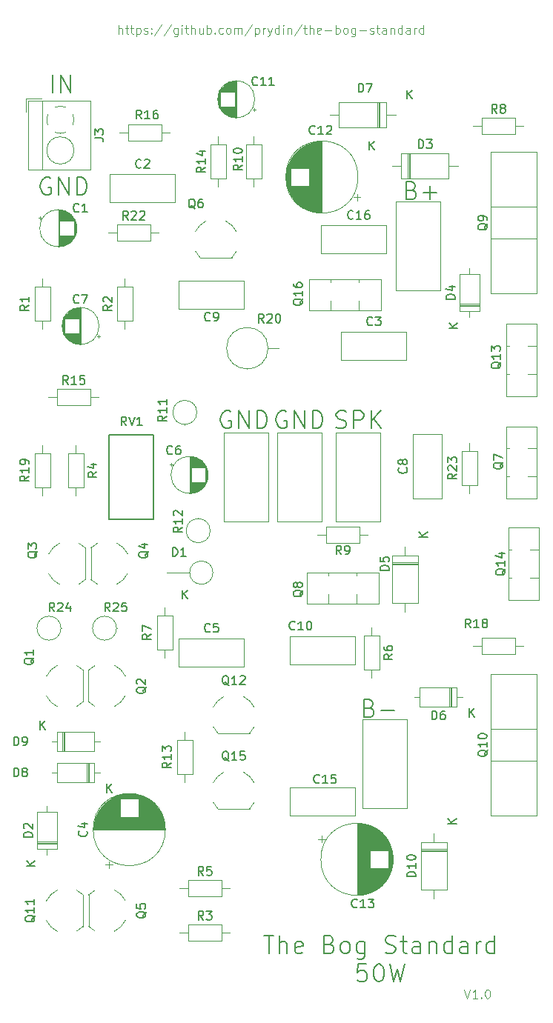
<source format=gbr>
%TF.GenerationSoftware,KiCad,Pcbnew,8.0.7*%
%TF.CreationDate,2025-02-07T17:51:35-05:00*%
%TF.ProjectId,classab-amp,636c6173-7361-4622-9d61-6d702e6b6963,rev?*%
%TF.SameCoordinates,Original*%
%TF.FileFunction,Legend,Top*%
%TF.FilePolarity,Positive*%
%FSLAX46Y46*%
G04 Gerber Fmt 4.6, Leading zero omitted, Abs format (unit mm)*
G04 Created by KiCad (PCBNEW 8.0.7) date 2025-02-07 17:51:35*
%MOMM*%
%LPD*%
G01*
G04 APERTURE LIST*
%ADD10C,0.200000*%
%ADD11C,0.100000*%
%ADD12C,0.150000*%
%ADD13C,0.120000*%
%ADD14C,0.127000*%
G04 APERTURE END LIST*
D10*
X217555387Y-63372076D02*
X217364911Y-63276838D01*
X217364911Y-63276838D02*
X217079197Y-63276838D01*
X217079197Y-63276838D02*
X216793482Y-63372076D01*
X216793482Y-63372076D02*
X216603006Y-63562552D01*
X216603006Y-63562552D02*
X216507768Y-63753028D01*
X216507768Y-63753028D02*
X216412530Y-64133980D01*
X216412530Y-64133980D02*
X216412530Y-64419695D01*
X216412530Y-64419695D02*
X216507768Y-64800647D01*
X216507768Y-64800647D02*
X216603006Y-64991123D01*
X216603006Y-64991123D02*
X216793482Y-65181600D01*
X216793482Y-65181600D02*
X217079197Y-65276838D01*
X217079197Y-65276838D02*
X217269673Y-65276838D01*
X217269673Y-65276838D02*
X217555387Y-65181600D01*
X217555387Y-65181600D02*
X217650625Y-65086361D01*
X217650625Y-65086361D02*
X217650625Y-64419695D01*
X217650625Y-64419695D02*
X217269673Y-64419695D01*
X218507768Y-65276838D02*
X218507768Y-63276838D01*
X218507768Y-63276838D02*
X219650625Y-65276838D01*
X219650625Y-65276838D02*
X219650625Y-63276838D01*
X220603006Y-65276838D02*
X220603006Y-63276838D01*
X220603006Y-63276838D02*
X221079196Y-63276838D01*
X221079196Y-63276838D02*
X221364911Y-63372076D01*
X221364911Y-63372076D02*
X221555387Y-63562552D01*
X221555387Y-63562552D02*
X221650625Y-63753028D01*
X221650625Y-63753028D02*
X221745863Y-64133980D01*
X221745863Y-64133980D02*
X221745863Y-64419695D01*
X221745863Y-64419695D02*
X221650625Y-64800647D01*
X221650625Y-64800647D02*
X221555387Y-64991123D01*
X221555387Y-64991123D02*
X221364911Y-65181600D01*
X221364911Y-65181600D02*
X221079196Y-65276838D01*
X221079196Y-65276838D02*
X220603006Y-65276838D01*
X238129387Y-90042076D02*
X237938911Y-89946838D01*
X237938911Y-89946838D02*
X237653197Y-89946838D01*
X237653197Y-89946838D02*
X237367482Y-90042076D01*
X237367482Y-90042076D02*
X237177006Y-90232552D01*
X237177006Y-90232552D02*
X237081768Y-90423028D01*
X237081768Y-90423028D02*
X236986530Y-90803980D01*
X236986530Y-90803980D02*
X236986530Y-91089695D01*
X236986530Y-91089695D02*
X237081768Y-91470647D01*
X237081768Y-91470647D02*
X237177006Y-91661123D01*
X237177006Y-91661123D02*
X237367482Y-91851600D01*
X237367482Y-91851600D02*
X237653197Y-91946838D01*
X237653197Y-91946838D02*
X237843673Y-91946838D01*
X237843673Y-91946838D02*
X238129387Y-91851600D01*
X238129387Y-91851600D02*
X238224625Y-91756361D01*
X238224625Y-91756361D02*
X238224625Y-91089695D01*
X238224625Y-91089695D02*
X237843673Y-91089695D01*
X239081768Y-91946838D02*
X239081768Y-89946838D01*
X239081768Y-89946838D02*
X240224625Y-91946838D01*
X240224625Y-91946838D02*
X240224625Y-89946838D01*
X241177006Y-91946838D02*
X241177006Y-89946838D01*
X241177006Y-89946838D02*
X241653196Y-89946838D01*
X241653196Y-89946838D02*
X241938911Y-90042076D01*
X241938911Y-90042076D02*
X242129387Y-90232552D01*
X242129387Y-90232552D02*
X242224625Y-90423028D01*
X242224625Y-90423028D02*
X242319863Y-90803980D01*
X242319863Y-90803980D02*
X242319863Y-91089695D01*
X242319863Y-91089695D02*
X242224625Y-91470647D01*
X242224625Y-91470647D02*
X242129387Y-91661123D01*
X242129387Y-91661123D02*
X241938911Y-91851600D01*
X241938911Y-91851600D02*
X241653196Y-91946838D01*
X241653196Y-91946838D02*
X241177006Y-91946838D01*
D11*
X264829027Y-156098419D02*
X265162360Y-157098419D01*
X265162360Y-157098419D02*
X265495693Y-156098419D01*
X266352836Y-157098419D02*
X265781408Y-157098419D01*
X266067122Y-157098419D02*
X266067122Y-156098419D01*
X266067122Y-156098419D02*
X265971884Y-156241276D01*
X265971884Y-156241276D02*
X265876646Y-156336514D01*
X265876646Y-156336514D02*
X265781408Y-156384133D01*
X266781408Y-157003180D02*
X266829027Y-157050800D01*
X266829027Y-157050800D02*
X266781408Y-157098419D01*
X266781408Y-157098419D02*
X266733789Y-157050800D01*
X266733789Y-157050800D02*
X266781408Y-157003180D01*
X266781408Y-157003180D02*
X266781408Y-157098419D01*
X267448074Y-156098419D02*
X267543312Y-156098419D01*
X267543312Y-156098419D02*
X267638550Y-156146038D01*
X267638550Y-156146038D02*
X267686169Y-156193657D01*
X267686169Y-156193657D02*
X267733788Y-156288895D01*
X267733788Y-156288895D02*
X267781407Y-156479371D01*
X267781407Y-156479371D02*
X267781407Y-156717466D01*
X267781407Y-156717466D02*
X267733788Y-156907942D01*
X267733788Y-156907942D02*
X267686169Y-157003180D01*
X267686169Y-157003180D02*
X267638550Y-157050800D01*
X267638550Y-157050800D02*
X267543312Y-157098419D01*
X267543312Y-157098419D02*
X267448074Y-157098419D01*
X267448074Y-157098419D02*
X267352836Y-157050800D01*
X267352836Y-157050800D02*
X267305217Y-157003180D01*
X267305217Y-157003180D02*
X267257598Y-156907942D01*
X267257598Y-156907942D02*
X267209979Y-156717466D01*
X267209979Y-156717466D02*
X267209979Y-156479371D01*
X267209979Y-156479371D02*
X267257598Y-156288895D01*
X267257598Y-156288895D02*
X267305217Y-156193657D01*
X267305217Y-156193657D02*
X267352836Y-156146038D01*
X267352836Y-156146038D02*
X267448074Y-156098419D01*
D12*
X215084819Y-97416857D02*
X214608628Y-97750190D01*
X215084819Y-97988285D02*
X214084819Y-97988285D01*
X214084819Y-97988285D02*
X214084819Y-97607333D01*
X214084819Y-97607333D02*
X214132438Y-97512095D01*
X214132438Y-97512095D02*
X214180057Y-97464476D01*
X214180057Y-97464476D02*
X214275295Y-97416857D01*
X214275295Y-97416857D02*
X214418152Y-97416857D01*
X214418152Y-97416857D02*
X214513390Y-97464476D01*
X214513390Y-97464476D02*
X214561009Y-97512095D01*
X214561009Y-97512095D02*
X214608628Y-97607333D01*
X214608628Y-97607333D02*
X214608628Y-97988285D01*
X215084819Y-96464476D02*
X215084819Y-97035904D01*
X215084819Y-96750190D02*
X214084819Y-96750190D01*
X214084819Y-96750190D02*
X214227676Y-96845428D01*
X214227676Y-96845428D02*
X214322914Y-96940666D01*
X214322914Y-96940666D02*
X214370533Y-97035904D01*
X215084819Y-95988285D02*
X215084819Y-95797809D01*
X215084819Y-95797809D02*
X215037200Y-95702571D01*
X215037200Y-95702571D02*
X214989580Y-95654952D01*
X214989580Y-95654952D02*
X214846723Y-95559714D01*
X214846723Y-95559714D02*
X214656247Y-95512095D01*
X214656247Y-95512095D02*
X214275295Y-95512095D01*
X214275295Y-95512095D02*
X214180057Y-95559714D01*
X214180057Y-95559714D02*
X214132438Y-95607333D01*
X214132438Y-95607333D02*
X214084819Y-95702571D01*
X214084819Y-95702571D02*
X214084819Y-95893047D01*
X214084819Y-95893047D02*
X214132438Y-95988285D01*
X214132438Y-95988285D02*
X214180057Y-96035904D01*
X214180057Y-96035904D02*
X214275295Y-96083523D01*
X214275295Y-96083523D02*
X214513390Y-96083523D01*
X214513390Y-96083523D02*
X214608628Y-96035904D01*
X214608628Y-96035904D02*
X214656247Y-95988285D01*
X214656247Y-95988285D02*
X214703866Y-95893047D01*
X214703866Y-95893047D02*
X214703866Y-95702571D01*
X214703866Y-95702571D02*
X214656247Y-95607333D01*
X214656247Y-95607333D02*
X214608628Y-95559714D01*
X214608628Y-95559714D02*
X214513390Y-95512095D01*
X229054819Y-115482666D02*
X228578628Y-115815999D01*
X229054819Y-116054094D02*
X228054819Y-116054094D01*
X228054819Y-116054094D02*
X228054819Y-115673142D01*
X228054819Y-115673142D02*
X228102438Y-115577904D01*
X228102438Y-115577904D02*
X228150057Y-115530285D01*
X228150057Y-115530285D02*
X228245295Y-115482666D01*
X228245295Y-115482666D02*
X228388152Y-115482666D01*
X228388152Y-115482666D02*
X228483390Y-115530285D01*
X228483390Y-115530285D02*
X228531009Y-115577904D01*
X228531009Y-115577904D02*
X228578628Y-115673142D01*
X228578628Y-115673142D02*
X228578628Y-116054094D01*
X228054819Y-115149332D02*
X228054819Y-114482666D01*
X228054819Y-114482666D02*
X229054819Y-114911237D01*
D10*
X250194530Y-91851600D02*
X250480244Y-91946838D01*
X250480244Y-91946838D02*
X250956435Y-91946838D01*
X250956435Y-91946838D02*
X251146911Y-91851600D01*
X251146911Y-91851600D02*
X251242149Y-91756361D01*
X251242149Y-91756361D02*
X251337387Y-91565885D01*
X251337387Y-91565885D02*
X251337387Y-91375409D01*
X251337387Y-91375409D02*
X251242149Y-91184933D01*
X251242149Y-91184933D02*
X251146911Y-91089695D01*
X251146911Y-91089695D02*
X250956435Y-90994457D01*
X250956435Y-90994457D02*
X250575482Y-90899219D01*
X250575482Y-90899219D02*
X250385006Y-90803980D01*
X250385006Y-90803980D02*
X250289768Y-90708742D01*
X250289768Y-90708742D02*
X250194530Y-90518266D01*
X250194530Y-90518266D02*
X250194530Y-90327790D01*
X250194530Y-90327790D02*
X250289768Y-90137314D01*
X250289768Y-90137314D02*
X250385006Y-90042076D01*
X250385006Y-90042076D02*
X250575482Y-89946838D01*
X250575482Y-89946838D02*
X251051673Y-89946838D01*
X251051673Y-89946838D02*
X251337387Y-90042076D01*
X252194530Y-91946838D02*
X252194530Y-89946838D01*
X252194530Y-89946838D02*
X252956435Y-89946838D01*
X252956435Y-89946838D02*
X253146911Y-90042076D01*
X253146911Y-90042076D02*
X253242149Y-90137314D01*
X253242149Y-90137314D02*
X253337387Y-90327790D01*
X253337387Y-90327790D02*
X253337387Y-90613504D01*
X253337387Y-90613504D02*
X253242149Y-90803980D01*
X253242149Y-90803980D02*
X253146911Y-90899219D01*
X253146911Y-90899219D02*
X252956435Y-90994457D01*
X252956435Y-90994457D02*
X252194530Y-90994457D01*
X254194530Y-91946838D02*
X254194530Y-89946838D01*
X255337387Y-91946838D02*
X254480244Y-90803980D01*
X255337387Y-89946838D02*
X254194530Y-91089695D01*
X258830435Y-64737219D02*
X259116149Y-64832457D01*
X259116149Y-64832457D02*
X259211387Y-64927695D01*
X259211387Y-64927695D02*
X259306625Y-65118171D01*
X259306625Y-65118171D02*
X259306625Y-65403885D01*
X259306625Y-65403885D02*
X259211387Y-65594361D01*
X259211387Y-65594361D02*
X259116149Y-65689600D01*
X259116149Y-65689600D02*
X258925673Y-65784838D01*
X258925673Y-65784838D02*
X258163768Y-65784838D01*
X258163768Y-65784838D02*
X258163768Y-63784838D01*
X258163768Y-63784838D02*
X258830435Y-63784838D01*
X258830435Y-63784838D02*
X259020911Y-63880076D01*
X259020911Y-63880076D02*
X259116149Y-63975314D01*
X259116149Y-63975314D02*
X259211387Y-64165790D01*
X259211387Y-64165790D02*
X259211387Y-64356266D01*
X259211387Y-64356266D02*
X259116149Y-64546742D01*
X259116149Y-64546742D02*
X259020911Y-64641980D01*
X259020911Y-64641980D02*
X258830435Y-64737219D01*
X258830435Y-64737219D02*
X258163768Y-64737219D01*
X260163768Y-65022933D02*
X261687578Y-65022933D01*
X260925673Y-65784838D02*
X260925673Y-64261028D01*
D11*
X225347884Y-46862419D02*
X225347884Y-45862419D01*
X225776455Y-46862419D02*
X225776455Y-46338609D01*
X225776455Y-46338609D02*
X225728836Y-46243371D01*
X225728836Y-46243371D02*
X225633598Y-46195752D01*
X225633598Y-46195752D02*
X225490741Y-46195752D01*
X225490741Y-46195752D02*
X225395503Y-46243371D01*
X225395503Y-46243371D02*
X225347884Y-46290990D01*
X226109789Y-46195752D02*
X226490741Y-46195752D01*
X226252646Y-45862419D02*
X226252646Y-46719561D01*
X226252646Y-46719561D02*
X226300265Y-46814800D01*
X226300265Y-46814800D02*
X226395503Y-46862419D01*
X226395503Y-46862419D02*
X226490741Y-46862419D01*
X226681218Y-46195752D02*
X227062170Y-46195752D01*
X226824075Y-45862419D02*
X226824075Y-46719561D01*
X226824075Y-46719561D02*
X226871694Y-46814800D01*
X226871694Y-46814800D02*
X226966932Y-46862419D01*
X226966932Y-46862419D02*
X227062170Y-46862419D01*
X227395504Y-46195752D02*
X227395504Y-47195752D01*
X227395504Y-46243371D02*
X227490742Y-46195752D01*
X227490742Y-46195752D02*
X227681218Y-46195752D01*
X227681218Y-46195752D02*
X227776456Y-46243371D01*
X227776456Y-46243371D02*
X227824075Y-46290990D01*
X227824075Y-46290990D02*
X227871694Y-46386228D01*
X227871694Y-46386228D02*
X227871694Y-46671942D01*
X227871694Y-46671942D02*
X227824075Y-46767180D01*
X227824075Y-46767180D02*
X227776456Y-46814800D01*
X227776456Y-46814800D02*
X227681218Y-46862419D01*
X227681218Y-46862419D02*
X227490742Y-46862419D01*
X227490742Y-46862419D02*
X227395504Y-46814800D01*
X228252647Y-46814800D02*
X228347885Y-46862419D01*
X228347885Y-46862419D02*
X228538361Y-46862419D01*
X228538361Y-46862419D02*
X228633599Y-46814800D01*
X228633599Y-46814800D02*
X228681218Y-46719561D01*
X228681218Y-46719561D02*
X228681218Y-46671942D01*
X228681218Y-46671942D02*
X228633599Y-46576704D01*
X228633599Y-46576704D02*
X228538361Y-46529085D01*
X228538361Y-46529085D02*
X228395504Y-46529085D01*
X228395504Y-46529085D02*
X228300266Y-46481466D01*
X228300266Y-46481466D02*
X228252647Y-46386228D01*
X228252647Y-46386228D02*
X228252647Y-46338609D01*
X228252647Y-46338609D02*
X228300266Y-46243371D01*
X228300266Y-46243371D02*
X228395504Y-46195752D01*
X228395504Y-46195752D02*
X228538361Y-46195752D01*
X228538361Y-46195752D02*
X228633599Y-46243371D01*
X229109790Y-46767180D02*
X229157409Y-46814800D01*
X229157409Y-46814800D02*
X229109790Y-46862419D01*
X229109790Y-46862419D02*
X229062171Y-46814800D01*
X229062171Y-46814800D02*
X229109790Y-46767180D01*
X229109790Y-46767180D02*
X229109790Y-46862419D01*
X229109790Y-46243371D02*
X229157409Y-46290990D01*
X229157409Y-46290990D02*
X229109790Y-46338609D01*
X229109790Y-46338609D02*
X229062171Y-46290990D01*
X229062171Y-46290990D02*
X229109790Y-46243371D01*
X229109790Y-46243371D02*
X229109790Y-46338609D01*
X230300265Y-45814800D02*
X229443123Y-47100514D01*
X231347884Y-45814800D02*
X230490742Y-47100514D01*
X232109789Y-46195752D02*
X232109789Y-47005276D01*
X232109789Y-47005276D02*
X232062170Y-47100514D01*
X232062170Y-47100514D02*
X232014551Y-47148133D01*
X232014551Y-47148133D02*
X231919313Y-47195752D01*
X231919313Y-47195752D02*
X231776456Y-47195752D01*
X231776456Y-47195752D02*
X231681218Y-47148133D01*
X232109789Y-46814800D02*
X232014551Y-46862419D01*
X232014551Y-46862419D02*
X231824075Y-46862419D01*
X231824075Y-46862419D02*
X231728837Y-46814800D01*
X231728837Y-46814800D02*
X231681218Y-46767180D01*
X231681218Y-46767180D02*
X231633599Y-46671942D01*
X231633599Y-46671942D02*
X231633599Y-46386228D01*
X231633599Y-46386228D02*
X231681218Y-46290990D01*
X231681218Y-46290990D02*
X231728837Y-46243371D01*
X231728837Y-46243371D02*
X231824075Y-46195752D01*
X231824075Y-46195752D02*
X232014551Y-46195752D01*
X232014551Y-46195752D02*
X232109789Y-46243371D01*
X232585980Y-46862419D02*
X232585980Y-46195752D01*
X232585980Y-45862419D02*
X232538361Y-45910038D01*
X232538361Y-45910038D02*
X232585980Y-45957657D01*
X232585980Y-45957657D02*
X232633599Y-45910038D01*
X232633599Y-45910038D02*
X232585980Y-45862419D01*
X232585980Y-45862419D02*
X232585980Y-45957657D01*
X232919313Y-46195752D02*
X233300265Y-46195752D01*
X233062170Y-45862419D02*
X233062170Y-46719561D01*
X233062170Y-46719561D02*
X233109789Y-46814800D01*
X233109789Y-46814800D02*
X233205027Y-46862419D01*
X233205027Y-46862419D02*
X233300265Y-46862419D01*
X233633599Y-46862419D02*
X233633599Y-45862419D01*
X234062170Y-46862419D02*
X234062170Y-46338609D01*
X234062170Y-46338609D02*
X234014551Y-46243371D01*
X234014551Y-46243371D02*
X233919313Y-46195752D01*
X233919313Y-46195752D02*
X233776456Y-46195752D01*
X233776456Y-46195752D02*
X233681218Y-46243371D01*
X233681218Y-46243371D02*
X233633599Y-46290990D01*
X234966932Y-46195752D02*
X234966932Y-46862419D01*
X234538361Y-46195752D02*
X234538361Y-46719561D01*
X234538361Y-46719561D02*
X234585980Y-46814800D01*
X234585980Y-46814800D02*
X234681218Y-46862419D01*
X234681218Y-46862419D02*
X234824075Y-46862419D01*
X234824075Y-46862419D02*
X234919313Y-46814800D01*
X234919313Y-46814800D02*
X234966932Y-46767180D01*
X235443123Y-46862419D02*
X235443123Y-45862419D01*
X235443123Y-46243371D02*
X235538361Y-46195752D01*
X235538361Y-46195752D02*
X235728837Y-46195752D01*
X235728837Y-46195752D02*
X235824075Y-46243371D01*
X235824075Y-46243371D02*
X235871694Y-46290990D01*
X235871694Y-46290990D02*
X235919313Y-46386228D01*
X235919313Y-46386228D02*
X235919313Y-46671942D01*
X235919313Y-46671942D02*
X235871694Y-46767180D01*
X235871694Y-46767180D02*
X235824075Y-46814800D01*
X235824075Y-46814800D02*
X235728837Y-46862419D01*
X235728837Y-46862419D02*
X235538361Y-46862419D01*
X235538361Y-46862419D02*
X235443123Y-46814800D01*
X236347885Y-46767180D02*
X236395504Y-46814800D01*
X236395504Y-46814800D02*
X236347885Y-46862419D01*
X236347885Y-46862419D02*
X236300266Y-46814800D01*
X236300266Y-46814800D02*
X236347885Y-46767180D01*
X236347885Y-46767180D02*
X236347885Y-46862419D01*
X237252646Y-46814800D02*
X237157408Y-46862419D01*
X237157408Y-46862419D02*
X236966932Y-46862419D01*
X236966932Y-46862419D02*
X236871694Y-46814800D01*
X236871694Y-46814800D02*
X236824075Y-46767180D01*
X236824075Y-46767180D02*
X236776456Y-46671942D01*
X236776456Y-46671942D02*
X236776456Y-46386228D01*
X236776456Y-46386228D02*
X236824075Y-46290990D01*
X236824075Y-46290990D02*
X236871694Y-46243371D01*
X236871694Y-46243371D02*
X236966932Y-46195752D01*
X236966932Y-46195752D02*
X237157408Y-46195752D01*
X237157408Y-46195752D02*
X237252646Y-46243371D01*
X237824075Y-46862419D02*
X237728837Y-46814800D01*
X237728837Y-46814800D02*
X237681218Y-46767180D01*
X237681218Y-46767180D02*
X237633599Y-46671942D01*
X237633599Y-46671942D02*
X237633599Y-46386228D01*
X237633599Y-46386228D02*
X237681218Y-46290990D01*
X237681218Y-46290990D02*
X237728837Y-46243371D01*
X237728837Y-46243371D02*
X237824075Y-46195752D01*
X237824075Y-46195752D02*
X237966932Y-46195752D01*
X237966932Y-46195752D02*
X238062170Y-46243371D01*
X238062170Y-46243371D02*
X238109789Y-46290990D01*
X238109789Y-46290990D02*
X238157408Y-46386228D01*
X238157408Y-46386228D02*
X238157408Y-46671942D01*
X238157408Y-46671942D02*
X238109789Y-46767180D01*
X238109789Y-46767180D02*
X238062170Y-46814800D01*
X238062170Y-46814800D02*
X237966932Y-46862419D01*
X237966932Y-46862419D02*
X237824075Y-46862419D01*
X238585980Y-46862419D02*
X238585980Y-46195752D01*
X238585980Y-46290990D02*
X238633599Y-46243371D01*
X238633599Y-46243371D02*
X238728837Y-46195752D01*
X238728837Y-46195752D02*
X238871694Y-46195752D01*
X238871694Y-46195752D02*
X238966932Y-46243371D01*
X238966932Y-46243371D02*
X239014551Y-46338609D01*
X239014551Y-46338609D02*
X239014551Y-46862419D01*
X239014551Y-46338609D02*
X239062170Y-46243371D01*
X239062170Y-46243371D02*
X239157408Y-46195752D01*
X239157408Y-46195752D02*
X239300265Y-46195752D01*
X239300265Y-46195752D02*
X239395504Y-46243371D01*
X239395504Y-46243371D02*
X239443123Y-46338609D01*
X239443123Y-46338609D02*
X239443123Y-46862419D01*
X240633598Y-45814800D02*
X239776456Y-47100514D01*
X240966932Y-46195752D02*
X240966932Y-47195752D01*
X240966932Y-46243371D02*
X241062170Y-46195752D01*
X241062170Y-46195752D02*
X241252646Y-46195752D01*
X241252646Y-46195752D02*
X241347884Y-46243371D01*
X241347884Y-46243371D02*
X241395503Y-46290990D01*
X241395503Y-46290990D02*
X241443122Y-46386228D01*
X241443122Y-46386228D02*
X241443122Y-46671942D01*
X241443122Y-46671942D02*
X241395503Y-46767180D01*
X241395503Y-46767180D02*
X241347884Y-46814800D01*
X241347884Y-46814800D02*
X241252646Y-46862419D01*
X241252646Y-46862419D02*
X241062170Y-46862419D01*
X241062170Y-46862419D02*
X240966932Y-46814800D01*
X241871694Y-46862419D02*
X241871694Y-46195752D01*
X241871694Y-46386228D02*
X241919313Y-46290990D01*
X241919313Y-46290990D02*
X241966932Y-46243371D01*
X241966932Y-46243371D02*
X242062170Y-46195752D01*
X242062170Y-46195752D02*
X242157408Y-46195752D01*
X242395504Y-46195752D02*
X242633599Y-46862419D01*
X242871694Y-46195752D02*
X242633599Y-46862419D01*
X242633599Y-46862419D02*
X242538361Y-47100514D01*
X242538361Y-47100514D02*
X242490742Y-47148133D01*
X242490742Y-47148133D02*
X242395504Y-47195752D01*
X243681218Y-46862419D02*
X243681218Y-45862419D01*
X243681218Y-46814800D02*
X243585980Y-46862419D01*
X243585980Y-46862419D02*
X243395504Y-46862419D01*
X243395504Y-46862419D02*
X243300266Y-46814800D01*
X243300266Y-46814800D02*
X243252647Y-46767180D01*
X243252647Y-46767180D02*
X243205028Y-46671942D01*
X243205028Y-46671942D02*
X243205028Y-46386228D01*
X243205028Y-46386228D02*
X243252647Y-46290990D01*
X243252647Y-46290990D02*
X243300266Y-46243371D01*
X243300266Y-46243371D02*
X243395504Y-46195752D01*
X243395504Y-46195752D02*
X243585980Y-46195752D01*
X243585980Y-46195752D02*
X243681218Y-46243371D01*
X244157409Y-46862419D02*
X244157409Y-46195752D01*
X244157409Y-45862419D02*
X244109790Y-45910038D01*
X244109790Y-45910038D02*
X244157409Y-45957657D01*
X244157409Y-45957657D02*
X244205028Y-45910038D01*
X244205028Y-45910038D02*
X244157409Y-45862419D01*
X244157409Y-45862419D02*
X244157409Y-45957657D01*
X244633599Y-46195752D02*
X244633599Y-46862419D01*
X244633599Y-46290990D02*
X244681218Y-46243371D01*
X244681218Y-46243371D02*
X244776456Y-46195752D01*
X244776456Y-46195752D02*
X244919313Y-46195752D01*
X244919313Y-46195752D02*
X245014551Y-46243371D01*
X245014551Y-46243371D02*
X245062170Y-46338609D01*
X245062170Y-46338609D02*
X245062170Y-46862419D01*
X246252646Y-45814800D02*
X245395504Y-47100514D01*
X246443123Y-46195752D02*
X246824075Y-46195752D01*
X246585980Y-45862419D02*
X246585980Y-46719561D01*
X246585980Y-46719561D02*
X246633599Y-46814800D01*
X246633599Y-46814800D02*
X246728837Y-46862419D01*
X246728837Y-46862419D02*
X246824075Y-46862419D01*
X247157409Y-46862419D02*
X247157409Y-45862419D01*
X247585980Y-46862419D02*
X247585980Y-46338609D01*
X247585980Y-46338609D02*
X247538361Y-46243371D01*
X247538361Y-46243371D02*
X247443123Y-46195752D01*
X247443123Y-46195752D02*
X247300266Y-46195752D01*
X247300266Y-46195752D02*
X247205028Y-46243371D01*
X247205028Y-46243371D02*
X247157409Y-46290990D01*
X248443123Y-46814800D02*
X248347885Y-46862419D01*
X248347885Y-46862419D02*
X248157409Y-46862419D01*
X248157409Y-46862419D02*
X248062171Y-46814800D01*
X248062171Y-46814800D02*
X248014552Y-46719561D01*
X248014552Y-46719561D02*
X248014552Y-46338609D01*
X248014552Y-46338609D02*
X248062171Y-46243371D01*
X248062171Y-46243371D02*
X248157409Y-46195752D01*
X248157409Y-46195752D02*
X248347885Y-46195752D01*
X248347885Y-46195752D02*
X248443123Y-46243371D01*
X248443123Y-46243371D02*
X248490742Y-46338609D01*
X248490742Y-46338609D02*
X248490742Y-46433847D01*
X248490742Y-46433847D02*
X248014552Y-46529085D01*
X248919314Y-46481466D02*
X249681219Y-46481466D01*
X250157409Y-46862419D02*
X250157409Y-45862419D01*
X250157409Y-46243371D02*
X250252647Y-46195752D01*
X250252647Y-46195752D02*
X250443123Y-46195752D01*
X250443123Y-46195752D02*
X250538361Y-46243371D01*
X250538361Y-46243371D02*
X250585980Y-46290990D01*
X250585980Y-46290990D02*
X250633599Y-46386228D01*
X250633599Y-46386228D02*
X250633599Y-46671942D01*
X250633599Y-46671942D02*
X250585980Y-46767180D01*
X250585980Y-46767180D02*
X250538361Y-46814800D01*
X250538361Y-46814800D02*
X250443123Y-46862419D01*
X250443123Y-46862419D02*
X250252647Y-46862419D01*
X250252647Y-46862419D02*
X250157409Y-46814800D01*
X251205028Y-46862419D02*
X251109790Y-46814800D01*
X251109790Y-46814800D02*
X251062171Y-46767180D01*
X251062171Y-46767180D02*
X251014552Y-46671942D01*
X251014552Y-46671942D02*
X251014552Y-46386228D01*
X251014552Y-46386228D02*
X251062171Y-46290990D01*
X251062171Y-46290990D02*
X251109790Y-46243371D01*
X251109790Y-46243371D02*
X251205028Y-46195752D01*
X251205028Y-46195752D02*
X251347885Y-46195752D01*
X251347885Y-46195752D02*
X251443123Y-46243371D01*
X251443123Y-46243371D02*
X251490742Y-46290990D01*
X251490742Y-46290990D02*
X251538361Y-46386228D01*
X251538361Y-46386228D02*
X251538361Y-46671942D01*
X251538361Y-46671942D02*
X251490742Y-46767180D01*
X251490742Y-46767180D02*
X251443123Y-46814800D01*
X251443123Y-46814800D02*
X251347885Y-46862419D01*
X251347885Y-46862419D02*
X251205028Y-46862419D01*
X252395504Y-46195752D02*
X252395504Y-47005276D01*
X252395504Y-47005276D02*
X252347885Y-47100514D01*
X252347885Y-47100514D02*
X252300266Y-47148133D01*
X252300266Y-47148133D02*
X252205028Y-47195752D01*
X252205028Y-47195752D02*
X252062171Y-47195752D01*
X252062171Y-47195752D02*
X251966933Y-47148133D01*
X252395504Y-46814800D02*
X252300266Y-46862419D01*
X252300266Y-46862419D02*
X252109790Y-46862419D01*
X252109790Y-46862419D02*
X252014552Y-46814800D01*
X252014552Y-46814800D02*
X251966933Y-46767180D01*
X251966933Y-46767180D02*
X251919314Y-46671942D01*
X251919314Y-46671942D02*
X251919314Y-46386228D01*
X251919314Y-46386228D02*
X251966933Y-46290990D01*
X251966933Y-46290990D02*
X252014552Y-46243371D01*
X252014552Y-46243371D02*
X252109790Y-46195752D01*
X252109790Y-46195752D02*
X252300266Y-46195752D01*
X252300266Y-46195752D02*
X252395504Y-46243371D01*
X252871695Y-46481466D02*
X253633600Y-46481466D01*
X254062171Y-46814800D02*
X254157409Y-46862419D01*
X254157409Y-46862419D02*
X254347885Y-46862419D01*
X254347885Y-46862419D02*
X254443123Y-46814800D01*
X254443123Y-46814800D02*
X254490742Y-46719561D01*
X254490742Y-46719561D02*
X254490742Y-46671942D01*
X254490742Y-46671942D02*
X254443123Y-46576704D01*
X254443123Y-46576704D02*
X254347885Y-46529085D01*
X254347885Y-46529085D02*
X254205028Y-46529085D01*
X254205028Y-46529085D02*
X254109790Y-46481466D01*
X254109790Y-46481466D02*
X254062171Y-46386228D01*
X254062171Y-46386228D02*
X254062171Y-46338609D01*
X254062171Y-46338609D02*
X254109790Y-46243371D01*
X254109790Y-46243371D02*
X254205028Y-46195752D01*
X254205028Y-46195752D02*
X254347885Y-46195752D01*
X254347885Y-46195752D02*
X254443123Y-46243371D01*
X254776457Y-46195752D02*
X255157409Y-46195752D01*
X254919314Y-45862419D02*
X254919314Y-46719561D01*
X254919314Y-46719561D02*
X254966933Y-46814800D01*
X254966933Y-46814800D02*
X255062171Y-46862419D01*
X255062171Y-46862419D02*
X255157409Y-46862419D01*
X255919314Y-46862419D02*
X255919314Y-46338609D01*
X255919314Y-46338609D02*
X255871695Y-46243371D01*
X255871695Y-46243371D02*
X255776457Y-46195752D01*
X255776457Y-46195752D02*
X255585981Y-46195752D01*
X255585981Y-46195752D02*
X255490743Y-46243371D01*
X255919314Y-46814800D02*
X255824076Y-46862419D01*
X255824076Y-46862419D02*
X255585981Y-46862419D01*
X255585981Y-46862419D02*
X255490743Y-46814800D01*
X255490743Y-46814800D02*
X255443124Y-46719561D01*
X255443124Y-46719561D02*
X255443124Y-46624323D01*
X255443124Y-46624323D02*
X255490743Y-46529085D01*
X255490743Y-46529085D02*
X255585981Y-46481466D01*
X255585981Y-46481466D02*
X255824076Y-46481466D01*
X255824076Y-46481466D02*
X255919314Y-46433847D01*
X256395505Y-46195752D02*
X256395505Y-46862419D01*
X256395505Y-46290990D02*
X256443124Y-46243371D01*
X256443124Y-46243371D02*
X256538362Y-46195752D01*
X256538362Y-46195752D02*
X256681219Y-46195752D01*
X256681219Y-46195752D02*
X256776457Y-46243371D01*
X256776457Y-46243371D02*
X256824076Y-46338609D01*
X256824076Y-46338609D02*
X256824076Y-46862419D01*
X257728838Y-46862419D02*
X257728838Y-45862419D01*
X257728838Y-46814800D02*
X257633600Y-46862419D01*
X257633600Y-46862419D02*
X257443124Y-46862419D01*
X257443124Y-46862419D02*
X257347886Y-46814800D01*
X257347886Y-46814800D02*
X257300267Y-46767180D01*
X257300267Y-46767180D02*
X257252648Y-46671942D01*
X257252648Y-46671942D02*
X257252648Y-46386228D01*
X257252648Y-46386228D02*
X257300267Y-46290990D01*
X257300267Y-46290990D02*
X257347886Y-46243371D01*
X257347886Y-46243371D02*
X257443124Y-46195752D01*
X257443124Y-46195752D02*
X257633600Y-46195752D01*
X257633600Y-46195752D02*
X257728838Y-46243371D01*
X258633600Y-46862419D02*
X258633600Y-46338609D01*
X258633600Y-46338609D02*
X258585981Y-46243371D01*
X258585981Y-46243371D02*
X258490743Y-46195752D01*
X258490743Y-46195752D02*
X258300267Y-46195752D01*
X258300267Y-46195752D02*
X258205029Y-46243371D01*
X258633600Y-46814800D02*
X258538362Y-46862419D01*
X258538362Y-46862419D02*
X258300267Y-46862419D01*
X258300267Y-46862419D02*
X258205029Y-46814800D01*
X258205029Y-46814800D02*
X258157410Y-46719561D01*
X258157410Y-46719561D02*
X258157410Y-46624323D01*
X258157410Y-46624323D02*
X258205029Y-46529085D01*
X258205029Y-46529085D02*
X258300267Y-46481466D01*
X258300267Y-46481466D02*
X258538362Y-46481466D01*
X258538362Y-46481466D02*
X258633600Y-46433847D01*
X259109791Y-46862419D02*
X259109791Y-46195752D01*
X259109791Y-46386228D02*
X259157410Y-46290990D01*
X259157410Y-46290990D02*
X259205029Y-46243371D01*
X259205029Y-46243371D02*
X259300267Y-46195752D01*
X259300267Y-46195752D02*
X259395505Y-46195752D01*
X260157410Y-46862419D02*
X260157410Y-45862419D01*
X260157410Y-46814800D02*
X260062172Y-46862419D01*
X260062172Y-46862419D02*
X259871696Y-46862419D01*
X259871696Y-46862419D02*
X259776458Y-46814800D01*
X259776458Y-46814800D02*
X259728839Y-46767180D01*
X259728839Y-46767180D02*
X259681220Y-46671942D01*
X259681220Y-46671942D02*
X259681220Y-46386228D01*
X259681220Y-46386228D02*
X259728839Y-46290990D01*
X259728839Y-46290990D02*
X259776458Y-46243371D01*
X259776458Y-46243371D02*
X259871696Y-46195752D01*
X259871696Y-46195752D02*
X260062172Y-46195752D01*
X260062172Y-46195752D02*
X260157410Y-46243371D01*
D10*
X217777768Y-53592838D02*
X217777768Y-51592838D01*
X218730149Y-53592838D02*
X218730149Y-51592838D01*
X218730149Y-51592838D02*
X219873006Y-53592838D01*
X219873006Y-53592838D02*
X219873006Y-51592838D01*
X254004435Y-123919219D02*
X254290149Y-124014457D01*
X254290149Y-124014457D02*
X254385387Y-124109695D01*
X254385387Y-124109695D02*
X254480625Y-124300171D01*
X254480625Y-124300171D02*
X254480625Y-124585885D01*
X254480625Y-124585885D02*
X254385387Y-124776361D01*
X254385387Y-124776361D02*
X254290149Y-124871600D01*
X254290149Y-124871600D02*
X254099673Y-124966838D01*
X254099673Y-124966838D02*
X253337768Y-124966838D01*
X253337768Y-124966838D02*
X253337768Y-122966838D01*
X253337768Y-122966838D02*
X254004435Y-122966838D01*
X254004435Y-122966838D02*
X254194911Y-123062076D01*
X254194911Y-123062076D02*
X254290149Y-123157314D01*
X254290149Y-123157314D02*
X254385387Y-123347790D01*
X254385387Y-123347790D02*
X254385387Y-123538266D01*
X254385387Y-123538266D02*
X254290149Y-123728742D01*
X254290149Y-123728742D02*
X254194911Y-123823980D01*
X254194911Y-123823980D02*
X254004435Y-123919219D01*
X254004435Y-123919219D02*
X253337768Y-123919219D01*
X255337768Y-124204933D02*
X256861578Y-124204933D01*
X241936665Y-149972950D02*
X243079522Y-149972950D01*
X242508093Y-151972950D02*
X242508093Y-149972950D01*
X243746189Y-151972950D02*
X243746189Y-149972950D01*
X244603332Y-151972950D02*
X244603332Y-150925331D01*
X244603332Y-150925331D02*
X244508094Y-150734854D01*
X244508094Y-150734854D02*
X244317618Y-150639616D01*
X244317618Y-150639616D02*
X244031903Y-150639616D01*
X244031903Y-150639616D02*
X243841427Y-150734854D01*
X243841427Y-150734854D02*
X243746189Y-150830092D01*
X246317618Y-151877712D02*
X246127142Y-151972950D01*
X246127142Y-151972950D02*
X245746189Y-151972950D01*
X245746189Y-151972950D02*
X245555713Y-151877712D01*
X245555713Y-151877712D02*
X245460475Y-151687235D01*
X245460475Y-151687235D02*
X245460475Y-150925331D01*
X245460475Y-150925331D02*
X245555713Y-150734854D01*
X245555713Y-150734854D02*
X245746189Y-150639616D01*
X245746189Y-150639616D02*
X246127142Y-150639616D01*
X246127142Y-150639616D02*
X246317618Y-150734854D01*
X246317618Y-150734854D02*
X246412856Y-150925331D01*
X246412856Y-150925331D02*
X246412856Y-151115807D01*
X246412856Y-151115807D02*
X245460475Y-151306283D01*
X249460476Y-150925331D02*
X249746190Y-151020569D01*
X249746190Y-151020569D02*
X249841428Y-151115807D01*
X249841428Y-151115807D02*
X249936666Y-151306283D01*
X249936666Y-151306283D02*
X249936666Y-151591997D01*
X249936666Y-151591997D02*
X249841428Y-151782473D01*
X249841428Y-151782473D02*
X249746190Y-151877712D01*
X249746190Y-151877712D02*
X249555714Y-151972950D01*
X249555714Y-151972950D02*
X248793809Y-151972950D01*
X248793809Y-151972950D02*
X248793809Y-149972950D01*
X248793809Y-149972950D02*
X249460476Y-149972950D01*
X249460476Y-149972950D02*
X249650952Y-150068188D01*
X249650952Y-150068188D02*
X249746190Y-150163426D01*
X249746190Y-150163426D02*
X249841428Y-150353902D01*
X249841428Y-150353902D02*
X249841428Y-150544378D01*
X249841428Y-150544378D02*
X249746190Y-150734854D01*
X249746190Y-150734854D02*
X249650952Y-150830092D01*
X249650952Y-150830092D02*
X249460476Y-150925331D01*
X249460476Y-150925331D02*
X248793809Y-150925331D01*
X251079523Y-151972950D02*
X250889047Y-151877712D01*
X250889047Y-151877712D02*
X250793809Y-151782473D01*
X250793809Y-151782473D02*
X250698571Y-151591997D01*
X250698571Y-151591997D02*
X250698571Y-151020569D01*
X250698571Y-151020569D02*
X250793809Y-150830092D01*
X250793809Y-150830092D02*
X250889047Y-150734854D01*
X250889047Y-150734854D02*
X251079523Y-150639616D01*
X251079523Y-150639616D02*
X251365238Y-150639616D01*
X251365238Y-150639616D02*
X251555714Y-150734854D01*
X251555714Y-150734854D02*
X251650952Y-150830092D01*
X251650952Y-150830092D02*
X251746190Y-151020569D01*
X251746190Y-151020569D02*
X251746190Y-151591997D01*
X251746190Y-151591997D02*
X251650952Y-151782473D01*
X251650952Y-151782473D02*
X251555714Y-151877712D01*
X251555714Y-151877712D02*
X251365238Y-151972950D01*
X251365238Y-151972950D02*
X251079523Y-151972950D01*
X253460476Y-150639616D02*
X253460476Y-152258664D01*
X253460476Y-152258664D02*
X253365238Y-152449140D01*
X253365238Y-152449140D02*
X253270000Y-152544378D01*
X253270000Y-152544378D02*
X253079523Y-152639616D01*
X253079523Y-152639616D02*
X252793809Y-152639616D01*
X252793809Y-152639616D02*
X252603333Y-152544378D01*
X253460476Y-151877712D02*
X253270000Y-151972950D01*
X253270000Y-151972950D02*
X252889047Y-151972950D01*
X252889047Y-151972950D02*
X252698571Y-151877712D01*
X252698571Y-151877712D02*
X252603333Y-151782473D01*
X252603333Y-151782473D02*
X252508095Y-151591997D01*
X252508095Y-151591997D02*
X252508095Y-151020569D01*
X252508095Y-151020569D02*
X252603333Y-150830092D01*
X252603333Y-150830092D02*
X252698571Y-150734854D01*
X252698571Y-150734854D02*
X252889047Y-150639616D01*
X252889047Y-150639616D02*
X253270000Y-150639616D01*
X253270000Y-150639616D02*
X253460476Y-150734854D01*
X255841429Y-151877712D02*
X256127143Y-151972950D01*
X256127143Y-151972950D02*
X256603334Y-151972950D01*
X256603334Y-151972950D02*
X256793810Y-151877712D01*
X256793810Y-151877712D02*
X256889048Y-151782473D01*
X256889048Y-151782473D02*
X256984286Y-151591997D01*
X256984286Y-151591997D02*
X256984286Y-151401521D01*
X256984286Y-151401521D02*
X256889048Y-151211045D01*
X256889048Y-151211045D02*
X256793810Y-151115807D01*
X256793810Y-151115807D02*
X256603334Y-151020569D01*
X256603334Y-151020569D02*
X256222381Y-150925331D01*
X256222381Y-150925331D02*
X256031905Y-150830092D01*
X256031905Y-150830092D02*
X255936667Y-150734854D01*
X255936667Y-150734854D02*
X255841429Y-150544378D01*
X255841429Y-150544378D02*
X255841429Y-150353902D01*
X255841429Y-150353902D02*
X255936667Y-150163426D01*
X255936667Y-150163426D02*
X256031905Y-150068188D01*
X256031905Y-150068188D02*
X256222381Y-149972950D01*
X256222381Y-149972950D02*
X256698572Y-149972950D01*
X256698572Y-149972950D02*
X256984286Y-150068188D01*
X257555715Y-150639616D02*
X258317619Y-150639616D01*
X257841429Y-149972950D02*
X257841429Y-151687235D01*
X257841429Y-151687235D02*
X257936667Y-151877712D01*
X257936667Y-151877712D02*
X258127143Y-151972950D01*
X258127143Y-151972950D02*
X258317619Y-151972950D01*
X259841429Y-151972950D02*
X259841429Y-150925331D01*
X259841429Y-150925331D02*
X259746191Y-150734854D01*
X259746191Y-150734854D02*
X259555715Y-150639616D01*
X259555715Y-150639616D02*
X259174762Y-150639616D01*
X259174762Y-150639616D02*
X258984286Y-150734854D01*
X259841429Y-151877712D02*
X259650953Y-151972950D01*
X259650953Y-151972950D02*
X259174762Y-151972950D01*
X259174762Y-151972950D02*
X258984286Y-151877712D01*
X258984286Y-151877712D02*
X258889048Y-151687235D01*
X258889048Y-151687235D02*
X258889048Y-151496759D01*
X258889048Y-151496759D02*
X258984286Y-151306283D01*
X258984286Y-151306283D02*
X259174762Y-151211045D01*
X259174762Y-151211045D02*
X259650953Y-151211045D01*
X259650953Y-151211045D02*
X259841429Y-151115807D01*
X260793810Y-150639616D02*
X260793810Y-151972950D01*
X260793810Y-150830092D02*
X260889048Y-150734854D01*
X260889048Y-150734854D02*
X261079524Y-150639616D01*
X261079524Y-150639616D02*
X261365239Y-150639616D01*
X261365239Y-150639616D02*
X261555715Y-150734854D01*
X261555715Y-150734854D02*
X261650953Y-150925331D01*
X261650953Y-150925331D02*
X261650953Y-151972950D01*
X263460477Y-151972950D02*
X263460477Y-149972950D01*
X263460477Y-151877712D02*
X263270001Y-151972950D01*
X263270001Y-151972950D02*
X262889048Y-151972950D01*
X262889048Y-151972950D02*
X262698572Y-151877712D01*
X262698572Y-151877712D02*
X262603334Y-151782473D01*
X262603334Y-151782473D02*
X262508096Y-151591997D01*
X262508096Y-151591997D02*
X262508096Y-151020569D01*
X262508096Y-151020569D02*
X262603334Y-150830092D01*
X262603334Y-150830092D02*
X262698572Y-150734854D01*
X262698572Y-150734854D02*
X262889048Y-150639616D01*
X262889048Y-150639616D02*
X263270001Y-150639616D01*
X263270001Y-150639616D02*
X263460477Y-150734854D01*
X265270001Y-151972950D02*
X265270001Y-150925331D01*
X265270001Y-150925331D02*
X265174763Y-150734854D01*
X265174763Y-150734854D02*
X264984287Y-150639616D01*
X264984287Y-150639616D02*
X264603334Y-150639616D01*
X264603334Y-150639616D02*
X264412858Y-150734854D01*
X265270001Y-151877712D02*
X265079525Y-151972950D01*
X265079525Y-151972950D02*
X264603334Y-151972950D01*
X264603334Y-151972950D02*
X264412858Y-151877712D01*
X264412858Y-151877712D02*
X264317620Y-151687235D01*
X264317620Y-151687235D02*
X264317620Y-151496759D01*
X264317620Y-151496759D02*
X264412858Y-151306283D01*
X264412858Y-151306283D02*
X264603334Y-151211045D01*
X264603334Y-151211045D02*
X265079525Y-151211045D01*
X265079525Y-151211045D02*
X265270001Y-151115807D01*
X266222382Y-151972950D02*
X266222382Y-150639616D01*
X266222382Y-151020569D02*
X266317620Y-150830092D01*
X266317620Y-150830092D02*
X266412858Y-150734854D01*
X266412858Y-150734854D02*
X266603334Y-150639616D01*
X266603334Y-150639616D02*
X266793811Y-150639616D01*
X268317620Y-151972950D02*
X268317620Y-149972950D01*
X268317620Y-151877712D02*
X268127144Y-151972950D01*
X268127144Y-151972950D02*
X267746191Y-151972950D01*
X267746191Y-151972950D02*
X267555715Y-151877712D01*
X267555715Y-151877712D02*
X267460477Y-151782473D01*
X267460477Y-151782473D02*
X267365239Y-151591997D01*
X267365239Y-151591997D02*
X267365239Y-151020569D01*
X267365239Y-151020569D02*
X267460477Y-150830092D01*
X267460477Y-150830092D02*
X267555715Y-150734854D01*
X267555715Y-150734854D02*
X267746191Y-150639616D01*
X267746191Y-150639616D02*
X268127144Y-150639616D01*
X268127144Y-150639616D02*
X268317620Y-150734854D01*
X253650952Y-153192838D02*
X252698571Y-153192838D01*
X252698571Y-153192838D02*
X252603333Y-154145219D01*
X252603333Y-154145219D02*
X252698571Y-154049980D01*
X252698571Y-154049980D02*
X252889047Y-153954742D01*
X252889047Y-153954742D02*
X253365238Y-153954742D01*
X253365238Y-153954742D02*
X253555714Y-154049980D01*
X253555714Y-154049980D02*
X253650952Y-154145219D01*
X253650952Y-154145219D02*
X253746190Y-154335695D01*
X253746190Y-154335695D02*
X253746190Y-154811885D01*
X253746190Y-154811885D02*
X253650952Y-155002361D01*
X253650952Y-155002361D02*
X253555714Y-155097600D01*
X253555714Y-155097600D02*
X253365238Y-155192838D01*
X253365238Y-155192838D02*
X252889047Y-155192838D01*
X252889047Y-155192838D02*
X252698571Y-155097600D01*
X252698571Y-155097600D02*
X252603333Y-155002361D01*
X254984285Y-153192838D02*
X255174762Y-153192838D01*
X255174762Y-153192838D02*
X255365238Y-153288076D01*
X255365238Y-153288076D02*
X255460476Y-153383314D01*
X255460476Y-153383314D02*
X255555714Y-153573790D01*
X255555714Y-153573790D02*
X255650952Y-153954742D01*
X255650952Y-153954742D02*
X255650952Y-154430933D01*
X255650952Y-154430933D02*
X255555714Y-154811885D01*
X255555714Y-154811885D02*
X255460476Y-155002361D01*
X255460476Y-155002361D02*
X255365238Y-155097600D01*
X255365238Y-155097600D02*
X255174762Y-155192838D01*
X255174762Y-155192838D02*
X254984285Y-155192838D01*
X254984285Y-155192838D02*
X254793809Y-155097600D01*
X254793809Y-155097600D02*
X254698571Y-155002361D01*
X254698571Y-155002361D02*
X254603333Y-154811885D01*
X254603333Y-154811885D02*
X254508095Y-154430933D01*
X254508095Y-154430933D02*
X254508095Y-153954742D01*
X254508095Y-153954742D02*
X254603333Y-153573790D01*
X254603333Y-153573790D02*
X254698571Y-153383314D01*
X254698571Y-153383314D02*
X254793809Y-153288076D01*
X254793809Y-153288076D02*
X254984285Y-153192838D01*
X256317619Y-153192838D02*
X256793809Y-155192838D01*
X256793809Y-155192838D02*
X257174762Y-153764266D01*
X257174762Y-153764266D02*
X257555714Y-155192838D01*
X257555714Y-155192838D02*
X258031905Y-153192838D01*
X244479387Y-90042076D02*
X244288911Y-89946838D01*
X244288911Y-89946838D02*
X244003197Y-89946838D01*
X244003197Y-89946838D02*
X243717482Y-90042076D01*
X243717482Y-90042076D02*
X243527006Y-90232552D01*
X243527006Y-90232552D02*
X243431768Y-90423028D01*
X243431768Y-90423028D02*
X243336530Y-90803980D01*
X243336530Y-90803980D02*
X243336530Y-91089695D01*
X243336530Y-91089695D02*
X243431768Y-91470647D01*
X243431768Y-91470647D02*
X243527006Y-91661123D01*
X243527006Y-91661123D02*
X243717482Y-91851600D01*
X243717482Y-91851600D02*
X244003197Y-91946838D01*
X244003197Y-91946838D02*
X244193673Y-91946838D01*
X244193673Y-91946838D02*
X244479387Y-91851600D01*
X244479387Y-91851600D02*
X244574625Y-91756361D01*
X244574625Y-91756361D02*
X244574625Y-91089695D01*
X244574625Y-91089695D02*
X244193673Y-91089695D01*
X245431768Y-91946838D02*
X245431768Y-89946838D01*
X245431768Y-89946838D02*
X246574625Y-91946838D01*
X246574625Y-91946838D02*
X246574625Y-89946838D01*
X247527006Y-91946838D02*
X247527006Y-89946838D01*
X247527006Y-89946838D02*
X248003196Y-89946838D01*
X248003196Y-89946838D02*
X248288911Y-90042076D01*
X248288911Y-90042076D02*
X248479387Y-90232552D01*
X248479387Y-90232552D02*
X248574625Y-90423028D01*
X248574625Y-90423028D02*
X248669863Y-90803980D01*
X248669863Y-90803980D02*
X248669863Y-91089695D01*
X248669863Y-91089695D02*
X248574625Y-91470647D01*
X248574625Y-91470647D02*
X248479387Y-91661123D01*
X248479387Y-91661123D02*
X248288911Y-91851600D01*
X248288911Y-91851600D02*
X248003196Y-91946838D01*
X248003196Y-91946838D02*
X247527006Y-91946838D01*
D12*
X246411057Y-110464238D02*
X246363438Y-110559476D01*
X246363438Y-110559476D02*
X246268200Y-110654714D01*
X246268200Y-110654714D02*
X246125342Y-110797571D01*
X246125342Y-110797571D02*
X246077723Y-110892809D01*
X246077723Y-110892809D02*
X246077723Y-110988047D01*
X246315819Y-110940428D02*
X246268200Y-111035666D01*
X246268200Y-111035666D02*
X246172961Y-111130904D01*
X246172961Y-111130904D02*
X245982485Y-111178523D01*
X245982485Y-111178523D02*
X245649152Y-111178523D01*
X245649152Y-111178523D02*
X245458676Y-111130904D01*
X245458676Y-111130904D02*
X245363438Y-111035666D01*
X245363438Y-111035666D02*
X245315819Y-110940428D01*
X245315819Y-110940428D02*
X245315819Y-110749952D01*
X245315819Y-110749952D02*
X245363438Y-110654714D01*
X245363438Y-110654714D02*
X245458676Y-110559476D01*
X245458676Y-110559476D02*
X245649152Y-110511857D01*
X245649152Y-110511857D02*
X245982485Y-110511857D01*
X245982485Y-110511857D02*
X246172961Y-110559476D01*
X246172961Y-110559476D02*
X246268200Y-110654714D01*
X246268200Y-110654714D02*
X246315819Y-110749952D01*
X246315819Y-110749952D02*
X246315819Y-110940428D01*
X245744390Y-109940428D02*
X245696771Y-110035666D01*
X245696771Y-110035666D02*
X245649152Y-110083285D01*
X245649152Y-110083285D02*
X245553914Y-110130904D01*
X245553914Y-110130904D02*
X245506295Y-110130904D01*
X245506295Y-110130904D02*
X245411057Y-110083285D01*
X245411057Y-110083285D02*
X245363438Y-110035666D01*
X245363438Y-110035666D02*
X245315819Y-109940428D01*
X245315819Y-109940428D02*
X245315819Y-109749952D01*
X245315819Y-109749952D02*
X245363438Y-109654714D01*
X245363438Y-109654714D02*
X245411057Y-109607095D01*
X245411057Y-109607095D02*
X245506295Y-109559476D01*
X245506295Y-109559476D02*
X245553914Y-109559476D01*
X245553914Y-109559476D02*
X245649152Y-109607095D01*
X245649152Y-109607095D02*
X245696771Y-109654714D01*
X245696771Y-109654714D02*
X245744390Y-109749952D01*
X245744390Y-109749952D02*
X245744390Y-109940428D01*
X245744390Y-109940428D02*
X245792009Y-110035666D01*
X245792009Y-110035666D02*
X245839628Y-110083285D01*
X245839628Y-110083285D02*
X245934866Y-110130904D01*
X245934866Y-110130904D02*
X246125342Y-110130904D01*
X246125342Y-110130904D02*
X246220580Y-110083285D01*
X246220580Y-110083285D02*
X246268200Y-110035666D01*
X246268200Y-110035666D02*
X246315819Y-109940428D01*
X246315819Y-109940428D02*
X246315819Y-109749952D01*
X246315819Y-109749952D02*
X246268200Y-109654714D01*
X246268200Y-109654714D02*
X246220580Y-109607095D01*
X246220580Y-109607095D02*
X246125342Y-109559476D01*
X246125342Y-109559476D02*
X245934866Y-109559476D01*
X245934866Y-109559476D02*
X245839628Y-109607095D01*
X245839628Y-109607095D02*
X245792009Y-109654714D01*
X245792009Y-109654714D02*
X245744390Y-109749952D01*
X222846819Y-96940666D02*
X222370628Y-97273999D01*
X222846819Y-97512094D02*
X221846819Y-97512094D01*
X221846819Y-97512094D02*
X221846819Y-97131142D01*
X221846819Y-97131142D02*
X221894438Y-97035904D01*
X221894438Y-97035904D02*
X221942057Y-96988285D01*
X221942057Y-96988285D02*
X222037295Y-96940666D01*
X222037295Y-96940666D02*
X222180152Y-96940666D01*
X222180152Y-96940666D02*
X222275390Y-96988285D01*
X222275390Y-96988285D02*
X222323009Y-97035904D01*
X222323009Y-97035904D02*
X222370628Y-97131142D01*
X222370628Y-97131142D02*
X222370628Y-97512094D01*
X222180152Y-96083523D02*
X222846819Y-96083523D01*
X221799200Y-96321618D02*
X222513485Y-96559713D01*
X222513485Y-96559713D02*
X222513485Y-95940666D01*
X226223804Y-91643118D02*
X225888814Y-91164562D01*
X225649536Y-91643118D02*
X225649536Y-90638149D01*
X225649536Y-90638149D02*
X226032381Y-90638149D01*
X226032381Y-90638149D02*
X226128093Y-90686005D01*
X226128093Y-90686005D02*
X226175948Y-90733861D01*
X226175948Y-90733861D02*
X226223804Y-90829572D01*
X226223804Y-90829572D02*
X226223804Y-90973139D01*
X226223804Y-90973139D02*
X226175948Y-91068850D01*
X226175948Y-91068850D02*
X226128093Y-91116706D01*
X226128093Y-91116706D02*
X226032381Y-91164562D01*
X226032381Y-91164562D02*
X225649536Y-91164562D01*
X226510938Y-90638149D02*
X226845928Y-91643118D01*
X226845928Y-91643118D02*
X227180917Y-90638149D01*
X228042319Y-91643118D02*
X227468051Y-91643118D01*
X227755185Y-91643118D02*
X227755185Y-90638149D01*
X227755185Y-90638149D02*
X227659474Y-90781716D01*
X227659474Y-90781716D02*
X227563763Y-90877428D01*
X227563763Y-90877428D02*
X227468051Y-90925283D01*
X241208542Y-52683580D02*
X241160923Y-52731200D01*
X241160923Y-52731200D02*
X241018066Y-52778819D01*
X241018066Y-52778819D02*
X240922828Y-52778819D01*
X240922828Y-52778819D02*
X240779971Y-52731200D01*
X240779971Y-52731200D02*
X240684733Y-52635961D01*
X240684733Y-52635961D02*
X240637114Y-52540723D01*
X240637114Y-52540723D02*
X240589495Y-52350247D01*
X240589495Y-52350247D02*
X240589495Y-52207390D01*
X240589495Y-52207390D02*
X240637114Y-52016914D01*
X240637114Y-52016914D02*
X240684733Y-51921676D01*
X240684733Y-51921676D02*
X240779971Y-51826438D01*
X240779971Y-51826438D02*
X240922828Y-51778819D01*
X240922828Y-51778819D02*
X241018066Y-51778819D01*
X241018066Y-51778819D02*
X241160923Y-51826438D01*
X241160923Y-51826438D02*
X241208542Y-51874057D01*
X242160923Y-52778819D02*
X241589495Y-52778819D01*
X241875209Y-52778819D02*
X241875209Y-51778819D01*
X241875209Y-51778819D02*
X241779971Y-51921676D01*
X241779971Y-51921676D02*
X241684733Y-52016914D01*
X241684733Y-52016914D02*
X241589495Y-52064533D01*
X243113304Y-52778819D02*
X242541876Y-52778819D01*
X242827590Y-52778819D02*
X242827590Y-51778819D01*
X242827590Y-51778819D02*
X242732352Y-51921676D01*
X242732352Y-51921676D02*
X242637114Y-52016914D01*
X242637114Y-52016914D02*
X242541876Y-52064533D01*
X216078057Y-106013238D02*
X216030438Y-106108476D01*
X216030438Y-106108476D02*
X215935200Y-106203714D01*
X215935200Y-106203714D02*
X215792342Y-106346571D01*
X215792342Y-106346571D02*
X215744723Y-106441809D01*
X215744723Y-106441809D02*
X215744723Y-106537047D01*
X215982819Y-106489428D02*
X215935200Y-106584666D01*
X215935200Y-106584666D02*
X215839961Y-106679904D01*
X215839961Y-106679904D02*
X215649485Y-106727523D01*
X215649485Y-106727523D02*
X215316152Y-106727523D01*
X215316152Y-106727523D02*
X215125676Y-106679904D01*
X215125676Y-106679904D02*
X215030438Y-106584666D01*
X215030438Y-106584666D02*
X214982819Y-106489428D01*
X214982819Y-106489428D02*
X214982819Y-106298952D01*
X214982819Y-106298952D02*
X215030438Y-106203714D01*
X215030438Y-106203714D02*
X215125676Y-106108476D01*
X215125676Y-106108476D02*
X215316152Y-106060857D01*
X215316152Y-106060857D02*
X215649485Y-106060857D01*
X215649485Y-106060857D02*
X215839961Y-106108476D01*
X215839961Y-106108476D02*
X215935200Y-106203714D01*
X215935200Y-106203714D02*
X215982819Y-106298952D01*
X215982819Y-106298952D02*
X215982819Y-106489428D01*
X214982819Y-105727523D02*
X214982819Y-105108476D01*
X214982819Y-105108476D02*
X215363771Y-105441809D01*
X215363771Y-105441809D02*
X215363771Y-105298952D01*
X215363771Y-105298952D02*
X215411390Y-105203714D01*
X215411390Y-105203714D02*
X215459009Y-105156095D01*
X215459009Y-105156095D02*
X215554247Y-105108476D01*
X215554247Y-105108476D02*
X215792342Y-105108476D01*
X215792342Y-105108476D02*
X215887580Y-105156095D01*
X215887580Y-105156095D02*
X215935200Y-105203714D01*
X215935200Y-105203714D02*
X215982819Y-105298952D01*
X215982819Y-105298952D02*
X215982819Y-105584666D01*
X215982819Y-105584666D02*
X215935200Y-105679904D01*
X215935200Y-105679904D02*
X215887580Y-105727523D01*
X247769142Y-58271580D02*
X247721523Y-58319200D01*
X247721523Y-58319200D02*
X247578666Y-58366819D01*
X247578666Y-58366819D02*
X247483428Y-58366819D01*
X247483428Y-58366819D02*
X247340571Y-58319200D01*
X247340571Y-58319200D02*
X247245333Y-58223961D01*
X247245333Y-58223961D02*
X247197714Y-58128723D01*
X247197714Y-58128723D02*
X247150095Y-57938247D01*
X247150095Y-57938247D02*
X247150095Y-57795390D01*
X247150095Y-57795390D02*
X247197714Y-57604914D01*
X247197714Y-57604914D02*
X247245333Y-57509676D01*
X247245333Y-57509676D02*
X247340571Y-57414438D01*
X247340571Y-57414438D02*
X247483428Y-57366819D01*
X247483428Y-57366819D02*
X247578666Y-57366819D01*
X247578666Y-57366819D02*
X247721523Y-57414438D01*
X247721523Y-57414438D02*
X247769142Y-57462057D01*
X248721523Y-58366819D02*
X248150095Y-58366819D01*
X248435809Y-58366819D02*
X248435809Y-57366819D01*
X248435809Y-57366819D02*
X248340571Y-57509676D01*
X248340571Y-57509676D02*
X248245333Y-57604914D01*
X248245333Y-57604914D02*
X248150095Y-57652533D01*
X249102476Y-57462057D02*
X249150095Y-57414438D01*
X249150095Y-57414438D02*
X249245333Y-57366819D01*
X249245333Y-57366819D02*
X249483428Y-57366819D01*
X249483428Y-57366819D02*
X249578666Y-57414438D01*
X249578666Y-57414438D02*
X249626285Y-57462057D01*
X249626285Y-57462057D02*
X249673904Y-57557295D01*
X249673904Y-57557295D02*
X249673904Y-57652533D01*
X249673904Y-57652533D02*
X249626285Y-57795390D01*
X249626285Y-57795390D02*
X249054857Y-58366819D01*
X249054857Y-58366819D02*
X249673904Y-58366819D01*
X228768057Y-106013238D02*
X228720438Y-106108476D01*
X228720438Y-106108476D02*
X228625200Y-106203714D01*
X228625200Y-106203714D02*
X228482342Y-106346571D01*
X228482342Y-106346571D02*
X228434723Y-106441809D01*
X228434723Y-106441809D02*
X228434723Y-106537047D01*
X228672819Y-106489428D02*
X228625200Y-106584666D01*
X228625200Y-106584666D02*
X228529961Y-106679904D01*
X228529961Y-106679904D02*
X228339485Y-106727523D01*
X228339485Y-106727523D02*
X228006152Y-106727523D01*
X228006152Y-106727523D02*
X227815676Y-106679904D01*
X227815676Y-106679904D02*
X227720438Y-106584666D01*
X227720438Y-106584666D02*
X227672819Y-106489428D01*
X227672819Y-106489428D02*
X227672819Y-106298952D01*
X227672819Y-106298952D02*
X227720438Y-106203714D01*
X227720438Y-106203714D02*
X227815676Y-106108476D01*
X227815676Y-106108476D02*
X228006152Y-106060857D01*
X228006152Y-106060857D02*
X228339485Y-106060857D01*
X228339485Y-106060857D02*
X228529961Y-106108476D01*
X228529961Y-106108476D02*
X228625200Y-106203714D01*
X228625200Y-106203714D02*
X228672819Y-106298952D01*
X228672819Y-106298952D02*
X228672819Y-106489428D01*
X228006152Y-105203714D02*
X228672819Y-105203714D01*
X227625200Y-105441809D02*
X228339485Y-105679904D01*
X228339485Y-105679904D02*
X228339485Y-105060857D01*
X215816057Y-147651428D02*
X215768438Y-147746666D01*
X215768438Y-147746666D02*
X215673200Y-147841904D01*
X215673200Y-147841904D02*
X215530342Y-147984761D01*
X215530342Y-147984761D02*
X215482723Y-148079999D01*
X215482723Y-148079999D02*
X215482723Y-148175237D01*
X215720819Y-148127618D02*
X215673200Y-148222856D01*
X215673200Y-148222856D02*
X215577961Y-148318094D01*
X215577961Y-148318094D02*
X215387485Y-148365713D01*
X215387485Y-148365713D02*
X215054152Y-148365713D01*
X215054152Y-148365713D02*
X214863676Y-148318094D01*
X214863676Y-148318094D02*
X214768438Y-148222856D01*
X214768438Y-148222856D02*
X214720819Y-148127618D01*
X214720819Y-148127618D02*
X214720819Y-147937142D01*
X214720819Y-147937142D02*
X214768438Y-147841904D01*
X214768438Y-147841904D02*
X214863676Y-147746666D01*
X214863676Y-147746666D02*
X215054152Y-147699047D01*
X215054152Y-147699047D02*
X215387485Y-147699047D01*
X215387485Y-147699047D02*
X215577961Y-147746666D01*
X215577961Y-147746666D02*
X215673200Y-147841904D01*
X215673200Y-147841904D02*
X215720819Y-147937142D01*
X215720819Y-147937142D02*
X215720819Y-148127618D01*
X215720819Y-146746666D02*
X215720819Y-147318094D01*
X215720819Y-147032380D02*
X214720819Y-147032380D01*
X214720819Y-147032380D02*
X214863676Y-147127618D01*
X214863676Y-147127618D02*
X214958914Y-147222856D01*
X214958914Y-147222856D02*
X215006533Y-147318094D01*
X215720819Y-145794285D02*
X215720819Y-146365713D01*
X215720819Y-146079999D02*
X214720819Y-146079999D01*
X214720819Y-146079999D02*
X214863676Y-146175237D01*
X214863676Y-146175237D02*
X214958914Y-146270475D01*
X214958914Y-146270475D02*
X215006533Y-146365713D01*
X232610819Y-103258857D02*
X232134628Y-103592190D01*
X232610819Y-103830285D02*
X231610819Y-103830285D01*
X231610819Y-103830285D02*
X231610819Y-103449333D01*
X231610819Y-103449333D02*
X231658438Y-103354095D01*
X231658438Y-103354095D02*
X231706057Y-103306476D01*
X231706057Y-103306476D02*
X231801295Y-103258857D01*
X231801295Y-103258857D02*
X231944152Y-103258857D01*
X231944152Y-103258857D02*
X232039390Y-103306476D01*
X232039390Y-103306476D02*
X232087009Y-103354095D01*
X232087009Y-103354095D02*
X232134628Y-103449333D01*
X232134628Y-103449333D02*
X232134628Y-103830285D01*
X232610819Y-102306476D02*
X232610819Y-102877904D01*
X232610819Y-102592190D02*
X231610819Y-102592190D01*
X231610819Y-102592190D02*
X231753676Y-102687428D01*
X231753676Y-102687428D02*
X231848914Y-102782666D01*
X231848914Y-102782666D02*
X231896533Y-102877904D01*
X231706057Y-101925523D02*
X231658438Y-101877904D01*
X231658438Y-101877904D02*
X231610819Y-101782666D01*
X231610819Y-101782666D02*
X231610819Y-101544571D01*
X231610819Y-101544571D02*
X231658438Y-101449333D01*
X231658438Y-101449333D02*
X231706057Y-101401714D01*
X231706057Y-101401714D02*
X231801295Y-101354095D01*
X231801295Y-101354095D02*
X231896533Y-101354095D01*
X231896533Y-101354095D02*
X232039390Y-101401714D01*
X232039390Y-101401714D02*
X232610819Y-101973142D01*
X232610819Y-101973142D02*
X232610819Y-101354095D01*
X269282057Y-95853238D02*
X269234438Y-95948476D01*
X269234438Y-95948476D02*
X269139200Y-96043714D01*
X269139200Y-96043714D02*
X268996342Y-96186571D01*
X268996342Y-96186571D02*
X268948723Y-96281809D01*
X268948723Y-96281809D02*
X268948723Y-96377047D01*
X269186819Y-96329428D02*
X269139200Y-96424666D01*
X269139200Y-96424666D02*
X269043961Y-96519904D01*
X269043961Y-96519904D02*
X268853485Y-96567523D01*
X268853485Y-96567523D02*
X268520152Y-96567523D01*
X268520152Y-96567523D02*
X268329676Y-96519904D01*
X268329676Y-96519904D02*
X268234438Y-96424666D01*
X268234438Y-96424666D02*
X268186819Y-96329428D01*
X268186819Y-96329428D02*
X268186819Y-96138952D01*
X268186819Y-96138952D02*
X268234438Y-96043714D01*
X268234438Y-96043714D02*
X268329676Y-95948476D01*
X268329676Y-95948476D02*
X268520152Y-95900857D01*
X268520152Y-95900857D02*
X268853485Y-95900857D01*
X268853485Y-95900857D02*
X269043961Y-95948476D01*
X269043961Y-95948476D02*
X269139200Y-96043714D01*
X269139200Y-96043714D02*
X269186819Y-96138952D01*
X269186819Y-96138952D02*
X269186819Y-96329428D01*
X268186819Y-95567523D02*
X268186819Y-94900857D01*
X268186819Y-94900857D02*
X269186819Y-95329428D01*
X227925333Y-62125580D02*
X227877714Y-62173200D01*
X227877714Y-62173200D02*
X227734857Y-62220819D01*
X227734857Y-62220819D02*
X227639619Y-62220819D01*
X227639619Y-62220819D02*
X227496762Y-62173200D01*
X227496762Y-62173200D02*
X227401524Y-62077961D01*
X227401524Y-62077961D02*
X227353905Y-61982723D01*
X227353905Y-61982723D02*
X227306286Y-61792247D01*
X227306286Y-61792247D02*
X227306286Y-61649390D01*
X227306286Y-61649390D02*
X227353905Y-61458914D01*
X227353905Y-61458914D02*
X227401524Y-61363676D01*
X227401524Y-61363676D02*
X227496762Y-61268438D01*
X227496762Y-61268438D02*
X227639619Y-61220819D01*
X227639619Y-61220819D02*
X227734857Y-61220819D01*
X227734857Y-61220819D02*
X227877714Y-61268438D01*
X227877714Y-61268438D02*
X227925333Y-61316057D01*
X228306286Y-61316057D02*
X228353905Y-61268438D01*
X228353905Y-61268438D02*
X228449143Y-61220819D01*
X228449143Y-61220819D02*
X228687238Y-61220819D01*
X228687238Y-61220819D02*
X228782476Y-61268438D01*
X228782476Y-61268438D02*
X228830095Y-61316057D01*
X228830095Y-61316057D02*
X228877714Y-61411295D01*
X228877714Y-61411295D02*
X228877714Y-61506533D01*
X228877714Y-61506533D02*
X228830095Y-61649390D01*
X228830095Y-61649390D02*
X228258667Y-62220819D01*
X228258667Y-62220819D02*
X228877714Y-62220819D01*
X269028057Y-84391428D02*
X268980438Y-84486666D01*
X268980438Y-84486666D02*
X268885200Y-84581904D01*
X268885200Y-84581904D02*
X268742342Y-84724761D01*
X268742342Y-84724761D02*
X268694723Y-84819999D01*
X268694723Y-84819999D02*
X268694723Y-84915237D01*
X268932819Y-84867618D02*
X268885200Y-84962856D01*
X268885200Y-84962856D02*
X268789961Y-85058094D01*
X268789961Y-85058094D02*
X268599485Y-85105713D01*
X268599485Y-85105713D02*
X268266152Y-85105713D01*
X268266152Y-85105713D02*
X268075676Y-85058094D01*
X268075676Y-85058094D02*
X267980438Y-84962856D01*
X267980438Y-84962856D02*
X267932819Y-84867618D01*
X267932819Y-84867618D02*
X267932819Y-84677142D01*
X267932819Y-84677142D02*
X267980438Y-84581904D01*
X267980438Y-84581904D02*
X268075676Y-84486666D01*
X268075676Y-84486666D02*
X268266152Y-84439047D01*
X268266152Y-84439047D02*
X268599485Y-84439047D01*
X268599485Y-84439047D02*
X268789961Y-84486666D01*
X268789961Y-84486666D02*
X268885200Y-84581904D01*
X268885200Y-84581904D02*
X268932819Y-84677142D01*
X268932819Y-84677142D02*
X268932819Y-84867618D01*
X268932819Y-83486666D02*
X268932819Y-84058094D01*
X268932819Y-83772380D02*
X267932819Y-83772380D01*
X267932819Y-83772380D02*
X268075676Y-83867618D01*
X268075676Y-83867618D02*
X268170914Y-83962856D01*
X268170914Y-83962856D02*
X268218533Y-84058094D01*
X267932819Y-83153332D02*
X267932819Y-82534285D01*
X267932819Y-82534285D02*
X268313771Y-82867618D01*
X268313771Y-82867618D02*
X268313771Y-82724761D01*
X268313771Y-82724761D02*
X268361390Y-82629523D01*
X268361390Y-82629523D02*
X268409009Y-82581904D01*
X268409009Y-82581904D02*
X268504247Y-82534285D01*
X268504247Y-82534285D02*
X268742342Y-82534285D01*
X268742342Y-82534285D02*
X268837580Y-82581904D01*
X268837580Y-82581904D02*
X268885200Y-82629523D01*
X268885200Y-82629523D02*
X268932819Y-82724761D01*
X268932819Y-82724761D02*
X268932819Y-83010475D01*
X268932819Y-83010475D02*
X268885200Y-83105713D01*
X268885200Y-83105713D02*
X268837580Y-83153332D01*
X227957142Y-56588819D02*
X227623809Y-56112628D01*
X227385714Y-56588819D02*
X227385714Y-55588819D01*
X227385714Y-55588819D02*
X227766666Y-55588819D01*
X227766666Y-55588819D02*
X227861904Y-55636438D01*
X227861904Y-55636438D02*
X227909523Y-55684057D01*
X227909523Y-55684057D02*
X227957142Y-55779295D01*
X227957142Y-55779295D02*
X227957142Y-55922152D01*
X227957142Y-55922152D02*
X227909523Y-56017390D01*
X227909523Y-56017390D02*
X227861904Y-56065009D01*
X227861904Y-56065009D02*
X227766666Y-56112628D01*
X227766666Y-56112628D02*
X227385714Y-56112628D01*
X228909523Y-56588819D02*
X228338095Y-56588819D01*
X228623809Y-56588819D02*
X228623809Y-55588819D01*
X228623809Y-55588819D02*
X228528571Y-55731676D01*
X228528571Y-55731676D02*
X228433333Y-55826914D01*
X228433333Y-55826914D02*
X228338095Y-55874533D01*
X229766666Y-55588819D02*
X229576190Y-55588819D01*
X229576190Y-55588819D02*
X229480952Y-55636438D01*
X229480952Y-55636438D02*
X229433333Y-55684057D01*
X229433333Y-55684057D02*
X229338095Y-55826914D01*
X229338095Y-55826914D02*
X229290476Y-56017390D01*
X229290476Y-56017390D02*
X229290476Y-56398342D01*
X229290476Y-56398342D02*
X229338095Y-56493580D01*
X229338095Y-56493580D02*
X229385714Y-56541200D01*
X229385714Y-56541200D02*
X229480952Y-56588819D01*
X229480952Y-56588819D02*
X229671428Y-56588819D01*
X229671428Y-56588819D02*
X229766666Y-56541200D01*
X229766666Y-56541200D02*
X229814285Y-56493580D01*
X229814285Y-56493580D02*
X229861904Y-56398342D01*
X229861904Y-56398342D02*
X229861904Y-56160247D01*
X229861904Y-56160247D02*
X229814285Y-56065009D01*
X229814285Y-56065009D02*
X229766666Y-56017390D01*
X229766666Y-56017390D02*
X229671428Y-55969771D01*
X229671428Y-55969771D02*
X229480952Y-55969771D01*
X229480952Y-55969771D02*
X229385714Y-56017390D01*
X229385714Y-56017390D02*
X229338095Y-56065009D01*
X229338095Y-56065009D02*
X229290476Y-56160247D01*
X226433142Y-68130819D02*
X226099809Y-67654628D01*
X225861714Y-68130819D02*
X225861714Y-67130819D01*
X225861714Y-67130819D02*
X226242666Y-67130819D01*
X226242666Y-67130819D02*
X226337904Y-67178438D01*
X226337904Y-67178438D02*
X226385523Y-67226057D01*
X226385523Y-67226057D02*
X226433142Y-67321295D01*
X226433142Y-67321295D02*
X226433142Y-67464152D01*
X226433142Y-67464152D02*
X226385523Y-67559390D01*
X226385523Y-67559390D02*
X226337904Y-67607009D01*
X226337904Y-67607009D02*
X226242666Y-67654628D01*
X226242666Y-67654628D02*
X225861714Y-67654628D01*
X226814095Y-67226057D02*
X226861714Y-67178438D01*
X226861714Y-67178438D02*
X226956952Y-67130819D01*
X226956952Y-67130819D02*
X227195047Y-67130819D01*
X227195047Y-67130819D02*
X227290285Y-67178438D01*
X227290285Y-67178438D02*
X227337904Y-67226057D01*
X227337904Y-67226057D02*
X227385523Y-67321295D01*
X227385523Y-67321295D02*
X227385523Y-67416533D01*
X227385523Y-67416533D02*
X227337904Y-67559390D01*
X227337904Y-67559390D02*
X226766476Y-68130819D01*
X226766476Y-68130819D02*
X227385523Y-68130819D01*
X227766476Y-67226057D02*
X227814095Y-67178438D01*
X227814095Y-67178438D02*
X227909333Y-67130819D01*
X227909333Y-67130819D02*
X228147428Y-67130819D01*
X228147428Y-67130819D02*
X228242666Y-67178438D01*
X228242666Y-67178438D02*
X228290285Y-67226057D01*
X228290285Y-67226057D02*
X228337904Y-67321295D01*
X228337904Y-67321295D02*
X228337904Y-67416533D01*
X228337904Y-67416533D02*
X228290285Y-67559390D01*
X228290285Y-67559390D02*
X227718857Y-68130819D01*
X227718857Y-68130819D02*
X228337904Y-68130819D01*
X237944571Y-129972057D02*
X237849333Y-129924438D01*
X237849333Y-129924438D02*
X237754095Y-129829200D01*
X237754095Y-129829200D02*
X237611238Y-129686342D01*
X237611238Y-129686342D02*
X237516000Y-129638723D01*
X237516000Y-129638723D02*
X237420762Y-129638723D01*
X237468381Y-129876819D02*
X237373143Y-129829200D01*
X237373143Y-129829200D02*
X237277905Y-129733961D01*
X237277905Y-129733961D02*
X237230286Y-129543485D01*
X237230286Y-129543485D02*
X237230286Y-129210152D01*
X237230286Y-129210152D02*
X237277905Y-129019676D01*
X237277905Y-129019676D02*
X237373143Y-128924438D01*
X237373143Y-128924438D02*
X237468381Y-128876819D01*
X237468381Y-128876819D02*
X237658857Y-128876819D01*
X237658857Y-128876819D02*
X237754095Y-128924438D01*
X237754095Y-128924438D02*
X237849333Y-129019676D01*
X237849333Y-129019676D02*
X237896952Y-129210152D01*
X237896952Y-129210152D02*
X237896952Y-129543485D01*
X237896952Y-129543485D02*
X237849333Y-129733961D01*
X237849333Y-129733961D02*
X237754095Y-129829200D01*
X237754095Y-129829200D02*
X237658857Y-129876819D01*
X237658857Y-129876819D02*
X237468381Y-129876819D01*
X238849333Y-129876819D02*
X238277905Y-129876819D01*
X238563619Y-129876819D02*
X238563619Y-128876819D01*
X238563619Y-128876819D02*
X238468381Y-129019676D01*
X238468381Y-129019676D02*
X238373143Y-129114914D01*
X238373143Y-129114914D02*
X238277905Y-129162533D01*
X239754095Y-128876819D02*
X239277905Y-128876819D01*
X239277905Y-128876819D02*
X239230286Y-129353009D01*
X239230286Y-129353009D02*
X239277905Y-129305390D01*
X239277905Y-129305390D02*
X239373143Y-129257771D01*
X239373143Y-129257771D02*
X239611238Y-129257771D01*
X239611238Y-129257771D02*
X239706476Y-129305390D01*
X239706476Y-129305390D02*
X239754095Y-129353009D01*
X239754095Y-129353009D02*
X239801714Y-129448247D01*
X239801714Y-129448247D02*
X239801714Y-129686342D01*
X239801714Y-129686342D02*
X239754095Y-129781580D01*
X239754095Y-129781580D02*
X239706476Y-129829200D01*
X239706476Y-129829200D02*
X239611238Y-129876819D01*
X239611238Y-129876819D02*
X239373143Y-129876819D01*
X239373143Y-129876819D02*
X239277905Y-129829200D01*
X239277905Y-129829200D02*
X239230286Y-129781580D01*
X269536057Y-108013428D02*
X269488438Y-108108666D01*
X269488438Y-108108666D02*
X269393200Y-108203904D01*
X269393200Y-108203904D02*
X269250342Y-108346761D01*
X269250342Y-108346761D02*
X269202723Y-108441999D01*
X269202723Y-108441999D02*
X269202723Y-108537237D01*
X269440819Y-108489618D02*
X269393200Y-108584856D01*
X269393200Y-108584856D02*
X269297961Y-108680094D01*
X269297961Y-108680094D02*
X269107485Y-108727713D01*
X269107485Y-108727713D02*
X268774152Y-108727713D01*
X268774152Y-108727713D02*
X268583676Y-108680094D01*
X268583676Y-108680094D02*
X268488438Y-108584856D01*
X268488438Y-108584856D02*
X268440819Y-108489618D01*
X268440819Y-108489618D02*
X268440819Y-108299142D01*
X268440819Y-108299142D02*
X268488438Y-108203904D01*
X268488438Y-108203904D02*
X268583676Y-108108666D01*
X268583676Y-108108666D02*
X268774152Y-108061047D01*
X268774152Y-108061047D02*
X269107485Y-108061047D01*
X269107485Y-108061047D02*
X269297961Y-108108666D01*
X269297961Y-108108666D02*
X269393200Y-108203904D01*
X269393200Y-108203904D02*
X269440819Y-108299142D01*
X269440819Y-108299142D02*
X269440819Y-108489618D01*
X269440819Y-107108666D02*
X269440819Y-107680094D01*
X269440819Y-107394380D02*
X268440819Y-107394380D01*
X268440819Y-107394380D02*
X268583676Y-107489618D01*
X268583676Y-107489618D02*
X268678914Y-107584856D01*
X268678914Y-107584856D02*
X268726533Y-107680094D01*
X268774152Y-106251523D02*
X269440819Y-106251523D01*
X268393200Y-106489618D02*
X269107485Y-106727713D01*
X269107485Y-106727713D02*
X269107485Y-106108666D01*
X259280819Y-143200285D02*
X258280819Y-143200285D01*
X258280819Y-143200285D02*
X258280819Y-142962190D01*
X258280819Y-142962190D02*
X258328438Y-142819333D01*
X258328438Y-142819333D02*
X258423676Y-142724095D01*
X258423676Y-142724095D02*
X258518914Y-142676476D01*
X258518914Y-142676476D02*
X258709390Y-142628857D01*
X258709390Y-142628857D02*
X258852247Y-142628857D01*
X258852247Y-142628857D02*
X259042723Y-142676476D01*
X259042723Y-142676476D02*
X259137961Y-142724095D01*
X259137961Y-142724095D02*
X259233200Y-142819333D01*
X259233200Y-142819333D02*
X259280819Y-142962190D01*
X259280819Y-142962190D02*
X259280819Y-143200285D01*
X259280819Y-141676476D02*
X259280819Y-142247904D01*
X259280819Y-141962190D02*
X258280819Y-141962190D01*
X258280819Y-141962190D02*
X258423676Y-142057428D01*
X258423676Y-142057428D02*
X258518914Y-142152666D01*
X258518914Y-142152666D02*
X258566533Y-142247904D01*
X258280819Y-141057428D02*
X258280819Y-140962190D01*
X258280819Y-140962190D02*
X258328438Y-140866952D01*
X258328438Y-140866952D02*
X258376057Y-140819333D01*
X258376057Y-140819333D02*
X258471295Y-140771714D01*
X258471295Y-140771714D02*
X258661771Y-140724095D01*
X258661771Y-140724095D02*
X258899866Y-140724095D01*
X258899866Y-140724095D02*
X259090342Y-140771714D01*
X259090342Y-140771714D02*
X259185580Y-140819333D01*
X259185580Y-140819333D02*
X259233200Y-140866952D01*
X259233200Y-140866952D02*
X259280819Y-140962190D01*
X259280819Y-140962190D02*
X259280819Y-141057428D01*
X259280819Y-141057428D02*
X259233200Y-141152666D01*
X259233200Y-141152666D02*
X259185580Y-141200285D01*
X259185580Y-141200285D02*
X259090342Y-141247904D01*
X259090342Y-141247904D02*
X258899866Y-141295523D01*
X258899866Y-141295523D02*
X258661771Y-141295523D01*
X258661771Y-141295523D02*
X258471295Y-141247904D01*
X258471295Y-141247904D02*
X258376057Y-141200285D01*
X258376057Y-141200285D02*
X258328438Y-141152666D01*
X258328438Y-141152666D02*
X258280819Y-141057428D01*
X263920819Y-137167904D02*
X262920819Y-137167904D01*
X263920819Y-136596476D02*
X263349390Y-137025047D01*
X262920819Y-136596476D02*
X263492247Y-137167904D01*
X248277142Y-132439580D02*
X248229523Y-132487200D01*
X248229523Y-132487200D02*
X248086666Y-132534819D01*
X248086666Y-132534819D02*
X247991428Y-132534819D01*
X247991428Y-132534819D02*
X247848571Y-132487200D01*
X247848571Y-132487200D02*
X247753333Y-132391961D01*
X247753333Y-132391961D02*
X247705714Y-132296723D01*
X247705714Y-132296723D02*
X247658095Y-132106247D01*
X247658095Y-132106247D02*
X247658095Y-131963390D01*
X247658095Y-131963390D02*
X247705714Y-131772914D01*
X247705714Y-131772914D02*
X247753333Y-131677676D01*
X247753333Y-131677676D02*
X247848571Y-131582438D01*
X247848571Y-131582438D02*
X247991428Y-131534819D01*
X247991428Y-131534819D02*
X248086666Y-131534819D01*
X248086666Y-131534819D02*
X248229523Y-131582438D01*
X248229523Y-131582438D02*
X248277142Y-131630057D01*
X249229523Y-132534819D02*
X248658095Y-132534819D01*
X248943809Y-132534819D02*
X248943809Y-131534819D01*
X248943809Y-131534819D02*
X248848571Y-131677676D01*
X248848571Y-131677676D02*
X248753333Y-131772914D01*
X248753333Y-131772914D02*
X248658095Y-131820533D01*
X250134285Y-131534819D02*
X249658095Y-131534819D01*
X249658095Y-131534819D02*
X249610476Y-132011009D01*
X249610476Y-132011009D02*
X249658095Y-131963390D01*
X249658095Y-131963390D02*
X249753333Y-131915771D01*
X249753333Y-131915771D02*
X249991428Y-131915771D01*
X249991428Y-131915771D02*
X250086666Y-131963390D01*
X250086666Y-131963390D02*
X250134285Y-132011009D01*
X250134285Y-132011009D02*
X250181904Y-132106247D01*
X250181904Y-132106247D02*
X250181904Y-132344342D01*
X250181904Y-132344342D02*
X250134285Y-132439580D01*
X250134285Y-132439580D02*
X250086666Y-132487200D01*
X250086666Y-132487200D02*
X249991428Y-132534819D01*
X249991428Y-132534819D02*
X249753333Y-132534819D01*
X249753333Y-132534819D02*
X249658095Y-132487200D01*
X249658095Y-132487200D02*
X249610476Y-132439580D01*
X215084819Y-77890666D02*
X214608628Y-78223999D01*
X215084819Y-78462094D02*
X214084819Y-78462094D01*
X214084819Y-78462094D02*
X214084819Y-78081142D01*
X214084819Y-78081142D02*
X214132438Y-77985904D01*
X214132438Y-77985904D02*
X214180057Y-77938285D01*
X214180057Y-77938285D02*
X214275295Y-77890666D01*
X214275295Y-77890666D02*
X214418152Y-77890666D01*
X214418152Y-77890666D02*
X214513390Y-77938285D01*
X214513390Y-77938285D02*
X214561009Y-77985904D01*
X214561009Y-77985904D02*
X214608628Y-78081142D01*
X214608628Y-78081142D02*
X214608628Y-78462094D01*
X215084819Y-76938285D02*
X215084819Y-77509713D01*
X215084819Y-77223999D02*
X214084819Y-77223999D01*
X214084819Y-77223999D02*
X214227676Y-77319237D01*
X214227676Y-77319237D02*
X214322914Y-77414475D01*
X214322914Y-77414475D02*
X214370533Y-77509713D01*
X231481333Y-94847580D02*
X231433714Y-94895200D01*
X231433714Y-94895200D02*
X231290857Y-94942819D01*
X231290857Y-94942819D02*
X231195619Y-94942819D01*
X231195619Y-94942819D02*
X231052762Y-94895200D01*
X231052762Y-94895200D02*
X230957524Y-94799961D01*
X230957524Y-94799961D02*
X230909905Y-94704723D01*
X230909905Y-94704723D02*
X230862286Y-94514247D01*
X230862286Y-94514247D02*
X230862286Y-94371390D01*
X230862286Y-94371390D02*
X230909905Y-94180914D01*
X230909905Y-94180914D02*
X230957524Y-94085676D01*
X230957524Y-94085676D02*
X231052762Y-93990438D01*
X231052762Y-93990438D02*
X231195619Y-93942819D01*
X231195619Y-93942819D02*
X231290857Y-93942819D01*
X231290857Y-93942819D02*
X231433714Y-93990438D01*
X231433714Y-93990438D02*
X231481333Y-94038057D01*
X232338476Y-93942819D02*
X232148000Y-93942819D01*
X232148000Y-93942819D02*
X232052762Y-93990438D01*
X232052762Y-93990438D02*
X232005143Y-94038057D01*
X232005143Y-94038057D02*
X231909905Y-94180914D01*
X231909905Y-94180914D02*
X231862286Y-94371390D01*
X231862286Y-94371390D02*
X231862286Y-94752342D01*
X231862286Y-94752342D02*
X231909905Y-94847580D01*
X231909905Y-94847580D02*
X231957524Y-94895200D01*
X231957524Y-94895200D02*
X232052762Y-94942819D01*
X232052762Y-94942819D02*
X232243238Y-94942819D01*
X232243238Y-94942819D02*
X232338476Y-94895200D01*
X232338476Y-94895200D02*
X232386095Y-94847580D01*
X232386095Y-94847580D02*
X232433714Y-94752342D01*
X232433714Y-94752342D02*
X232433714Y-94514247D01*
X232433714Y-94514247D02*
X232386095Y-94419009D01*
X232386095Y-94419009D02*
X232338476Y-94371390D01*
X232338476Y-94371390D02*
X232243238Y-94323771D01*
X232243238Y-94323771D02*
X232052762Y-94323771D01*
X232052762Y-94323771D02*
X231957524Y-94371390D01*
X231957524Y-94371390D02*
X231909905Y-94419009D01*
X231909905Y-94419009D02*
X231862286Y-94514247D01*
X252753905Y-53540819D02*
X252753905Y-52540819D01*
X252753905Y-52540819D02*
X252992000Y-52540819D01*
X252992000Y-52540819D02*
X253134857Y-52588438D01*
X253134857Y-52588438D02*
X253230095Y-52683676D01*
X253230095Y-52683676D02*
X253277714Y-52778914D01*
X253277714Y-52778914D02*
X253325333Y-52969390D01*
X253325333Y-52969390D02*
X253325333Y-53112247D01*
X253325333Y-53112247D02*
X253277714Y-53302723D01*
X253277714Y-53302723D02*
X253230095Y-53397961D01*
X253230095Y-53397961D02*
X253134857Y-53493200D01*
X253134857Y-53493200D02*
X252992000Y-53540819D01*
X252992000Y-53540819D02*
X252753905Y-53540819D01*
X253658667Y-52540819D02*
X254325333Y-52540819D01*
X254325333Y-52540819D02*
X253896762Y-53540819D01*
X258310095Y-54302819D02*
X258310095Y-53302819D01*
X258881523Y-54302819D02*
X258452952Y-53731390D01*
X258881523Y-53302819D02*
X258310095Y-53874247D01*
X222608819Y-58781333D02*
X223323104Y-58781333D01*
X223323104Y-58781333D02*
X223465961Y-58828952D01*
X223465961Y-58828952D02*
X223561200Y-58924190D01*
X223561200Y-58924190D02*
X223608819Y-59067047D01*
X223608819Y-59067047D02*
X223608819Y-59162285D01*
X222608819Y-58400380D02*
X222608819Y-57781333D01*
X222608819Y-57781333D02*
X222989771Y-58114666D01*
X222989771Y-58114666D02*
X222989771Y-57971809D01*
X222989771Y-57971809D02*
X223037390Y-57876571D01*
X223037390Y-57876571D02*
X223085009Y-57828952D01*
X223085009Y-57828952D02*
X223180247Y-57781333D01*
X223180247Y-57781333D02*
X223418342Y-57781333D01*
X223418342Y-57781333D02*
X223513580Y-57828952D01*
X223513580Y-57828952D02*
X223561200Y-57876571D01*
X223561200Y-57876571D02*
X223608819Y-57971809D01*
X223608819Y-57971809D02*
X223608819Y-58257523D01*
X223608819Y-58257523D02*
X223561200Y-58352761D01*
X223561200Y-58352761D02*
X223513580Y-58400380D01*
X241944142Y-79888819D02*
X241610809Y-79412628D01*
X241372714Y-79888819D02*
X241372714Y-78888819D01*
X241372714Y-78888819D02*
X241753666Y-78888819D01*
X241753666Y-78888819D02*
X241848904Y-78936438D01*
X241848904Y-78936438D02*
X241896523Y-78984057D01*
X241896523Y-78984057D02*
X241944142Y-79079295D01*
X241944142Y-79079295D02*
X241944142Y-79222152D01*
X241944142Y-79222152D02*
X241896523Y-79317390D01*
X241896523Y-79317390D02*
X241848904Y-79365009D01*
X241848904Y-79365009D02*
X241753666Y-79412628D01*
X241753666Y-79412628D02*
X241372714Y-79412628D01*
X242325095Y-78984057D02*
X242372714Y-78936438D01*
X242372714Y-78936438D02*
X242467952Y-78888819D01*
X242467952Y-78888819D02*
X242706047Y-78888819D01*
X242706047Y-78888819D02*
X242801285Y-78936438D01*
X242801285Y-78936438D02*
X242848904Y-78984057D01*
X242848904Y-78984057D02*
X242896523Y-79079295D01*
X242896523Y-79079295D02*
X242896523Y-79174533D01*
X242896523Y-79174533D02*
X242848904Y-79317390D01*
X242848904Y-79317390D02*
X242277476Y-79888819D01*
X242277476Y-79888819D02*
X242896523Y-79888819D01*
X243515571Y-78888819D02*
X243610809Y-78888819D01*
X243610809Y-78888819D02*
X243706047Y-78936438D01*
X243706047Y-78936438D02*
X243753666Y-78984057D01*
X243753666Y-78984057D02*
X243801285Y-79079295D01*
X243801285Y-79079295D02*
X243848904Y-79269771D01*
X243848904Y-79269771D02*
X243848904Y-79507866D01*
X243848904Y-79507866D02*
X243801285Y-79698342D01*
X243801285Y-79698342D02*
X243753666Y-79793580D01*
X243753666Y-79793580D02*
X243706047Y-79841200D01*
X243706047Y-79841200D02*
X243610809Y-79888819D01*
X243610809Y-79888819D02*
X243515571Y-79888819D01*
X243515571Y-79888819D02*
X243420333Y-79841200D01*
X243420333Y-79841200D02*
X243372714Y-79793580D01*
X243372714Y-79793580D02*
X243325095Y-79698342D01*
X243325095Y-79698342D02*
X243277476Y-79507866D01*
X243277476Y-79507866D02*
X243277476Y-79269771D01*
X243277476Y-79269771D02*
X243325095Y-79079295D01*
X243325095Y-79079295D02*
X243372714Y-78984057D01*
X243372714Y-78984057D02*
X243420333Y-78936438D01*
X243420333Y-78936438D02*
X243515571Y-78888819D01*
X220813333Y-67161580D02*
X220765714Y-67209200D01*
X220765714Y-67209200D02*
X220622857Y-67256819D01*
X220622857Y-67256819D02*
X220527619Y-67256819D01*
X220527619Y-67256819D02*
X220384762Y-67209200D01*
X220384762Y-67209200D02*
X220289524Y-67113961D01*
X220289524Y-67113961D02*
X220241905Y-67018723D01*
X220241905Y-67018723D02*
X220194286Y-66828247D01*
X220194286Y-66828247D02*
X220194286Y-66685390D01*
X220194286Y-66685390D02*
X220241905Y-66494914D01*
X220241905Y-66494914D02*
X220289524Y-66399676D01*
X220289524Y-66399676D02*
X220384762Y-66304438D01*
X220384762Y-66304438D02*
X220527619Y-66256819D01*
X220527619Y-66256819D02*
X220622857Y-66256819D01*
X220622857Y-66256819D02*
X220765714Y-66304438D01*
X220765714Y-66304438D02*
X220813333Y-66352057D01*
X221765714Y-67256819D02*
X221194286Y-67256819D01*
X221480000Y-67256819D02*
X221480000Y-66256819D01*
X221480000Y-66256819D02*
X221384762Y-66399676D01*
X221384762Y-66399676D02*
X221289524Y-66494914D01*
X221289524Y-66494914D02*
X221194286Y-66542533D01*
X218022142Y-112892819D02*
X217688809Y-112416628D01*
X217450714Y-112892819D02*
X217450714Y-111892819D01*
X217450714Y-111892819D02*
X217831666Y-111892819D01*
X217831666Y-111892819D02*
X217926904Y-111940438D01*
X217926904Y-111940438D02*
X217974523Y-111988057D01*
X217974523Y-111988057D02*
X218022142Y-112083295D01*
X218022142Y-112083295D02*
X218022142Y-112226152D01*
X218022142Y-112226152D02*
X217974523Y-112321390D01*
X217974523Y-112321390D02*
X217926904Y-112369009D01*
X217926904Y-112369009D02*
X217831666Y-112416628D01*
X217831666Y-112416628D02*
X217450714Y-112416628D01*
X218403095Y-111988057D02*
X218450714Y-111940438D01*
X218450714Y-111940438D02*
X218545952Y-111892819D01*
X218545952Y-111892819D02*
X218784047Y-111892819D01*
X218784047Y-111892819D02*
X218879285Y-111940438D01*
X218879285Y-111940438D02*
X218926904Y-111988057D01*
X218926904Y-111988057D02*
X218974523Y-112083295D01*
X218974523Y-112083295D02*
X218974523Y-112178533D01*
X218974523Y-112178533D02*
X218926904Y-112321390D01*
X218926904Y-112321390D02*
X218355476Y-112892819D01*
X218355476Y-112892819D02*
X218974523Y-112892819D01*
X219831666Y-112226152D02*
X219831666Y-112892819D01*
X219593571Y-111845200D02*
X219355476Y-112559485D01*
X219355476Y-112559485D02*
X219974523Y-112559485D01*
X221677580Y-137991317D02*
X221725200Y-138038936D01*
X221725200Y-138038936D02*
X221772819Y-138181793D01*
X221772819Y-138181793D02*
X221772819Y-138277031D01*
X221772819Y-138277031D02*
X221725200Y-138419888D01*
X221725200Y-138419888D02*
X221629961Y-138515126D01*
X221629961Y-138515126D02*
X221534723Y-138562745D01*
X221534723Y-138562745D02*
X221344247Y-138610364D01*
X221344247Y-138610364D02*
X221201390Y-138610364D01*
X221201390Y-138610364D02*
X221010914Y-138562745D01*
X221010914Y-138562745D02*
X220915676Y-138515126D01*
X220915676Y-138515126D02*
X220820438Y-138419888D01*
X220820438Y-138419888D02*
X220772819Y-138277031D01*
X220772819Y-138277031D02*
X220772819Y-138181793D01*
X220772819Y-138181793D02*
X220820438Y-138038936D01*
X220820438Y-138038936D02*
X220868057Y-137991317D01*
X221106152Y-137134174D02*
X221772819Y-137134174D01*
X220725200Y-137372269D02*
X221439485Y-137610364D01*
X221439485Y-137610364D02*
X221439485Y-136991317D01*
X213383905Y-131772819D02*
X213383905Y-130772819D01*
X213383905Y-130772819D02*
X213622000Y-130772819D01*
X213622000Y-130772819D02*
X213764857Y-130820438D01*
X213764857Y-130820438D02*
X213860095Y-130915676D01*
X213860095Y-130915676D02*
X213907714Y-131010914D01*
X213907714Y-131010914D02*
X213955333Y-131201390D01*
X213955333Y-131201390D02*
X213955333Y-131344247D01*
X213955333Y-131344247D02*
X213907714Y-131534723D01*
X213907714Y-131534723D02*
X213860095Y-131629961D01*
X213860095Y-131629961D02*
X213764857Y-131725200D01*
X213764857Y-131725200D02*
X213622000Y-131772819D01*
X213622000Y-131772819D02*
X213383905Y-131772819D01*
X214526762Y-131201390D02*
X214431524Y-131153771D01*
X214431524Y-131153771D02*
X214383905Y-131106152D01*
X214383905Y-131106152D02*
X214336286Y-131010914D01*
X214336286Y-131010914D02*
X214336286Y-130963295D01*
X214336286Y-130963295D02*
X214383905Y-130868057D01*
X214383905Y-130868057D02*
X214431524Y-130820438D01*
X214431524Y-130820438D02*
X214526762Y-130772819D01*
X214526762Y-130772819D02*
X214717238Y-130772819D01*
X214717238Y-130772819D02*
X214812476Y-130820438D01*
X214812476Y-130820438D02*
X214860095Y-130868057D01*
X214860095Y-130868057D02*
X214907714Y-130963295D01*
X214907714Y-130963295D02*
X214907714Y-131010914D01*
X214907714Y-131010914D02*
X214860095Y-131106152D01*
X214860095Y-131106152D02*
X214812476Y-131153771D01*
X214812476Y-131153771D02*
X214717238Y-131201390D01*
X214717238Y-131201390D02*
X214526762Y-131201390D01*
X214526762Y-131201390D02*
X214431524Y-131249009D01*
X214431524Y-131249009D02*
X214383905Y-131296628D01*
X214383905Y-131296628D02*
X214336286Y-131391866D01*
X214336286Y-131391866D02*
X214336286Y-131582342D01*
X214336286Y-131582342D02*
X214383905Y-131677580D01*
X214383905Y-131677580D02*
X214431524Y-131725200D01*
X214431524Y-131725200D02*
X214526762Y-131772819D01*
X214526762Y-131772819D02*
X214717238Y-131772819D01*
X214717238Y-131772819D02*
X214812476Y-131725200D01*
X214812476Y-131725200D02*
X214860095Y-131677580D01*
X214860095Y-131677580D02*
X214907714Y-131582342D01*
X214907714Y-131582342D02*
X214907714Y-131391866D01*
X214907714Y-131391866D02*
X214860095Y-131296628D01*
X214860095Y-131296628D02*
X214812476Y-131249009D01*
X214812476Y-131249009D02*
X214717238Y-131201390D01*
X224020095Y-133572819D02*
X224020095Y-132572819D01*
X224591523Y-133572819D02*
X224162952Y-133001390D01*
X224591523Y-132572819D02*
X224020095Y-133144247D01*
X265549142Y-114754819D02*
X265215809Y-114278628D01*
X264977714Y-114754819D02*
X264977714Y-113754819D01*
X264977714Y-113754819D02*
X265358666Y-113754819D01*
X265358666Y-113754819D02*
X265453904Y-113802438D01*
X265453904Y-113802438D02*
X265501523Y-113850057D01*
X265501523Y-113850057D02*
X265549142Y-113945295D01*
X265549142Y-113945295D02*
X265549142Y-114088152D01*
X265549142Y-114088152D02*
X265501523Y-114183390D01*
X265501523Y-114183390D02*
X265453904Y-114231009D01*
X265453904Y-114231009D02*
X265358666Y-114278628D01*
X265358666Y-114278628D02*
X264977714Y-114278628D01*
X266501523Y-114754819D02*
X265930095Y-114754819D01*
X266215809Y-114754819D02*
X266215809Y-113754819D01*
X266215809Y-113754819D02*
X266120571Y-113897676D01*
X266120571Y-113897676D02*
X266025333Y-113992914D01*
X266025333Y-113992914D02*
X265930095Y-114040533D01*
X267072952Y-114183390D02*
X266977714Y-114135771D01*
X266977714Y-114135771D02*
X266930095Y-114088152D01*
X266930095Y-114088152D02*
X266882476Y-113992914D01*
X266882476Y-113992914D02*
X266882476Y-113945295D01*
X266882476Y-113945295D02*
X266930095Y-113850057D01*
X266930095Y-113850057D02*
X266977714Y-113802438D01*
X266977714Y-113802438D02*
X267072952Y-113754819D01*
X267072952Y-113754819D02*
X267263428Y-113754819D01*
X267263428Y-113754819D02*
X267358666Y-113802438D01*
X267358666Y-113802438D02*
X267406285Y-113850057D01*
X267406285Y-113850057D02*
X267453904Y-113945295D01*
X267453904Y-113945295D02*
X267453904Y-113992914D01*
X267453904Y-113992914D02*
X267406285Y-114088152D01*
X267406285Y-114088152D02*
X267358666Y-114135771D01*
X267358666Y-114135771D02*
X267263428Y-114183390D01*
X267263428Y-114183390D02*
X267072952Y-114183390D01*
X267072952Y-114183390D02*
X266977714Y-114231009D01*
X266977714Y-114231009D02*
X266930095Y-114278628D01*
X266930095Y-114278628D02*
X266882476Y-114373866D01*
X266882476Y-114373866D02*
X266882476Y-114564342D01*
X266882476Y-114564342D02*
X266930095Y-114659580D01*
X266930095Y-114659580D02*
X266977714Y-114707200D01*
X266977714Y-114707200D02*
X267072952Y-114754819D01*
X267072952Y-114754819D02*
X267263428Y-114754819D01*
X267263428Y-114754819D02*
X267358666Y-114707200D01*
X267358666Y-114707200D02*
X267406285Y-114659580D01*
X267406285Y-114659580D02*
X267453904Y-114564342D01*
X267453904Y-114564342D02*
X267453904Y-114373866D01*
X267453904Y-114373866D02*
X267406285Y-114278628D01*
X267406285Y-114278628D02*
X267358666Y-114231009D01*
X267358666Y-114231009D02*
X267263428Y-114183390D01*
X239468819Y-61856857D02*
X238992628Y-62190190D01*
X239468819Y-62428285D02*
X238468819Y-62428285D01*
X238468819Y-62428285D02*
X238468819Y-62047333D01*
X238468819Y-62047333D02*
X238516438Y-61952095D01*
X238516438Y-61952095D02*
X238564057Y-61904476D01*
X238564057Y-61904476D02*
X238659295Y-61856857D01*
X238659295Y-61856857D02*
X238802152Y-61856857D01*
X238802152Y-61856857D02*
X238897390Y-61904476D01*
X238897390Y-61904476D02*
X238945009Y-61952095D01*
X238945009Y-61952095D02*
X238992628Y-62047333D01*
X238992628Y-62047333D02*
X238992628Y-62428285D01*
X239468819Y-60904476D02*
X239468819Y-61475904D01*
X239468819Y-61190190D02*
X238468819Y-61190190D01*
X238468819Y-61190190D02*
X238611676Y-61285428D01*
X238611676Y-61285428D02*
X238706914Y-61380666D01*
X238706914Y-61380666D02*
X238754533Y-61475904D01*
X238468819Y-60285428D02*
X238468819Y-60190190D01*
X238468819Y-60190190D02*
X238516438Y-60094952D01*
X238516438Y-60094952D02*
X238564057Y-60047333D01*
X238564057Y-60047333D02*
X238659295Y-59999714D01*
X238659295Y-59999714D02*
X238849771Y-59952095D01*
X238849771Y-59952095D02*
X239087866Y-59952095D01*
X239087866Y-59952095D02*
X239278342Y-59999714D01*
X239278342Y-59999714D02*
X239373580Y-60047333D01*
X239373580Y-60047333D02*
X239421200Y-60094952D01*
X239421200Y-60094952D02*
X239468819Y-60190190D01*
X239468819Y-60190190D02*
X239468819Y-60285428D01*
X239468819Y-60285428D02*
X239421200Y-60380666D01*
X239421200Y-60380666D02*
X239373580Y-60428285D01*
X239373580Y-60428285D02*
X239278342Y-60475904D01*
X239278342Y-60475904D02*
X239087866Y-60523523D01*
X239087866Y-60523523D02*
X238849771Y-60523523D01*
X238849771Y-60523523D02*
X238659295Y-60475904D01*
X238659295Y-60475904D02*
X238564057Y-60428285D01*
X238564057Y-60428285D02*
X238516438Y-60380666D01*
X238516438Y-60380666D02*
X238468819Y-60285428D01*
X230832819Y-90558857D02*
X230356628Y-90892190D01*
X230832819Y-91130285D02*
X229832819Y-91130285D01*
X229832819Y-91130285D02*
X229832819Y-90749333D01*
X229832819Y-90749333D02*
X229880438Y-90654095D01*
X229880438Y-90654095D02*
X229928057Y-90606476D01*
X229928057Y-90606476D02*
X230023295Y-90558857D01*
X230023295Y-90558857D02*
X230166152Y-90558857D01*
X230166152Y-90558857D02*
X230261390Y-90606476D01*
X230261390Y-90606476D02*
X230309009Y-90654095D01*
X230309009Y-90654095D02*
X230356628Y-90749333D01*
X230356628Y-90749333D02*
X230356628Y-91130285D01*
X230832819Y-89606476D02*
X230832819Y-90177904D01*
X230832819Y-89892190D02*
X229832819Y-89892190D01*
X229832819Y-89892190D02*
X229975676Y-89987428D01*
X229975676Y-89987428D02*
X230070914Y-90082666D01*
X230070914Y-90082666D02*
X230118533Y-90177904D01*
X230832819Y-88654095D02*
X230832819Y-89225523D01*
X230832819Y-88939809D02*
X229832819Y-88939809D01*
X229832819Y-88939809D02*
X229975676Y-89035047D01*
X229975676Y-89035047D02*
X230070914Y-89130285D01*
X230070914Y-89130285D02*
X230118533Y-89225523D01*
X254341333Y-80115580D02*
X254293714Y-80163200D01*
X254293714Y-80163200D02*
X254150857Y-80210819D01*
X254150857Y-80210819D02*
X254055619Y-80210819D01*
X254055619Y-80210819D02*
X253912762Y-80163200D01*
X253912762Y-80163200D02*
X253817524Y-80067961D01*
X253817524Y-80067961D02*
X253769905Y-79972723D01*
X253769905Y-79972723D02*
X253722286Y-79782247D01*
X253722286Y-79782247D02*
X253722286Y-79639390D01*
X253722286Y-79639390D02*
X253769905Y-79448914D01*
X253769905Y-79448914D02*
X253817524Y-79353676D01*
X253817524Y-79353676D02*
X253912762Y-79258438D01*
X253912762Y-79258438D02*
X254055619Y-79210819D01*
X254055619Y-79210819D02*
X254150857Y-79210819D01*
X254150857Y-79210819D02*
X254293714Y-79258438D01*
X254293714Y-79258438D02*
X254341333Y-79306057D01*
X254674667Y-79210819D02*
X255293714Y-79210819D01*
X255293714Y-79210819D02*
X254960381Y-79591771D01*
X254960381Y-79591771D02*
X255103238Y-79591771D01*
X255103238Y-79591771D02*
X255198476Y-79639390D01*
X255198476Y-79639390D02*
X255246095Y-79687009D01*
X255246095Y-79687009D02*
X255293714Y-79782247D01*
X255293714Y-79782247D02*
X255293714Y-80020342D01*
X255293714Y-80020342D02*
X255246095Y-80115580D01*
X255246095Y-80115580D02*
X255198476Y-80163200D01*
X255198476Y-80163200D02*
X255103238Y-80210819D01*
X255103238Y-80210819D02*
X254817524Y-80210819D01*
X254817524Y-80210819D02*
X254722286Y-80163200D01*
X254722286Y-80163200D02*
X254674667Y-80115580D01*
X252595142Y-146663580D02*
X252547523Y-146711200D01*
X252547523Y-146711200D02*
X252404666Y-146758819D01*
X252404666Y-146758819D02*
X252309428Y-146758819D01*
X252309428Y-146758819D02*
X252166571Y-146711200D01*
X252166571Y-146711200D02*
X252071333Y-146615961D01*
X252071333Y-146615961D02*
X252023714Y-146520723D01*
X252023714Y-146520723D02*
X251976095Y-146330247D01*
X251976095Y-146330247D02*
X251976095Y-146187390D01*
X251976095Y-146187390D02*
X252023714Y-145996914D01*
X252023714Y-145996914D02*
X252071333Y-145901676D01*
X252071333Y-145901676D02*
X252166571Y-145806438D01*
X252166571Y-145806438D02*
X252309428Y-145758819D01*
X252309428Y-145758819D02*
X252404666Y-145758819D01*
X252404666Y-145758819D02*
X252547523Y-145806438D01*
X252547523Y-145806438D02*
X252595142Y-145854057D01*
X253547523Y-146758819D02*
X252976095Y-146758819D01*
X253261809Y-146758819D02*
X253261809Y-145758819D01*
X253261809Y-145758819D02*
X253166571Y-145901676D01*
X253166571Y-145901676D02*
X253071333Y-145996914D01*
X253071333Y-145996914D02*
X252976095Y-146044533D01*
X253880857Y-145758819D02*
X254499904Y-145758819D01*
X254499904Y-145758819D02*
X254166571Y-146139771D01*
X254166571Y-146139771D02*
X254309428Y-146139771D01*
X254309428Y-146139771D02*
X254404666Y-146187390D01*
X254404666Y-146187390D02*
X254452285Y-146235009D01*
X254452285Y-146235009D02*
X254499904Y-146330247D01*
X254499904Y-146330247D02*
X254499904Y-146568342D01*
X254499904Y-146568342D02*
X254452285Y-146663580D01*
X254452285Y-146663580D02*
X254404666Y-146711200D01*
X254404666Y-146711200D02*
X254309428Y-146758819D01*
X254309428Y-146758819D02*
X254023714Y-146758819D01*
X254023714Y-146758819D02*
X253928476Y-146711200D01*
X253928476Y-146711200D02*
X253880857Y-146663580D01*
X267504057Y-68559238D02*
X267456438Y-68654476D01*
X267456438Y-68654476D02*
X267361200Y-68749714D01*
X267361200Y-68749714D02*
X267218342Y-68892571D01*
X267218342Y-68892571D02*
X267170723Y-68987809D01*
X267170723Y-68987809D02*
X267170723Y-69083047D01*
X267408819Y-69035428D02*
X267361200Y-69130666D01*
X267361200Y-69130666D02*
X267265961Y-69225904D01*
X267265961Y-69225904D02*
X267075485Y-69273523D01*
X267075485Y-69273523D02*
X266742152Y-69273523D01*
X266742152Y-69273523D02*
X266551676Y-69225904D01*
X266551676Y-69225904D02*
X266456438Y-69130666D01*
X266456438Y-69130666D02*
X266408819Y-69035428D01*
X266408819Y-69035428D02*
X266408819Y-68844952D01*
X266408819Y-68844952D02*
X266456438Y-68749714D01*
X266456438Y-68749714D02*
X266551676Y-68654476D01*
X266551676Y-68654476D02*
X266742152Y-68606857D01*
X266742152Y-68606857D02*
X267075485Y-68606857D01*
X267075485Y-68606857D02*
X267265961Y-68654476D01*
X267265961Y-68654476D02*
X267361200Y-68749714D01*
X267361200Y-68749714D02*
X267408819Y-68844952D01*
X267408819Y-68844952D02*
X267408819Y-69035428D01*
X267408819Y-68130666D02*
X267408819Y-67940190D01*
X267408819Y-67940190D02*
X267361200Y-67844952D01*
X267361200Y-67844952D02*
X267313580Y-67797333D01*
X267313580Y-67797333D02*
X267170723Y-67702095D01*
X267170723Y-67702095D02*
X266980247Y-67654476D01*
X266980247Y-67654476D02*
X266599295Y-67654476D01*
X266599295Y-67654476D02*
X266504057Y-67702095D01*
X266504057Y-67702095D02*
X266456438Y-67749714D01*
X266456438Y-67749714D02*
X266408819Y-67844952D01*
X266408819Y-67844952D02*
X266408819Y-68035428D01*
X266408819Y-68035428D02*
X266456438Y-68130666D01*
X266456438Y-68130666D02*
X266504057Y-68178285D01*
X266504057Y-68178285D02*
X266599295Y-68225904D01*
X266599295Y-68225904D02*
X266837390Y-68225904D01*
X266837390Y-68225904D02*
X266932628Y-68178285D01*
X266932628Y-68178285D02*
X266980247Y-68130666D01*
X266980247Y-68130666D02*
X267027866Y-68035428D01*
X267027866Y-68035428D02*
X267027866Y-67844952D01*
X267027866Y-67844952D02*
X266980247Y-67749714D01*
X266980247Y-67749714D02*
X266932628Y-67702095D01*
X266932628Y-67702095D02*
X266837390Y-67654476D01*
X228514057Y-147195238D02*
X228466438Y-147290476D01*
X228466438Y-147290476D02*
X228371200Y-147385714D01*
X228371200Y-147385714D02*
X228228342Y-147528571D01*
X228228342Y-147528571D02*
X228180723Y-147623809D01*
X228180723Y-147623809D02*
X228180723Y-147719047D01*
X228418819Y-147671428D02*
X228371200Y-147766666D01*
X228371200Y-147766666D02*
X228275961Y-147861904D01*
X228275961Y-147861904D02*
X228085485Y-147909523D01*
X228085485Y-147909523D02*
X227752152Y-147909523D01*
X227752152Y-147909523D02*
X227561676Y-147861904D01*
X227561676Y-147861904D02*
X227466438Y-147766666D01*
X227466438Y-147766666D02*
X227418819Y-147671428D01*
X227418819Y-147671428D02*
X227418819Y-147480952D01*
X227418819Y-147480952D02*
X227466438Y-147385714D01*
X227466438Y-147385714D02*
X227561676Y-147290476D01*
X227561676Y-147290476D02*
X227752152Y-147242857D01*
X227752152Y-147242857D02*
X228085485Y-147242857D01*
X228085485Y-147242857D02*
X228275961Y-147290476D01*
X228275961Y-147290476D02*
X228371200Y-147385714D01*
X228371200Y-147385714D02*
X228418819Y-147480952D01*
X228418819Y-147480952D02*
X228418819Y-147671428D01*
X227418819Y-146338095D02*
X227418819Y-146814285D01*
X227418819Y-146814285D02*
X227895009Y-146861904D01*
X227895009Y-146861904D02*
X227847390Y-146814285D01*
X227847390Y-146814285D02*
X227799771Y-146719047D01*
X227799771Y-146719047D02*
X227799771Y-146480952D01*
X227799771Y-146480952D02*
X227847390Y-146385714D01*
X227847390Y-146385714D02*
X227895009Y-146338095D01*
X227895009Y-146338095D02*
X227990247Y-146290476D01*
X227990247Y-146290476D02*
X228228342Y-146290476D01*
X228228342Y-146290476D02*
X228323580Y-146338095D01*
X228323580Y-146338095D02*
X228371200Y-146385714D01*
X228371200Y-146385714D02*
X228418819Y-146480952D01*
X228418819Y-146480952D02*
X228418819Y-146719047D01*
X228418819Y-146719047D02*
X228371200Y-146814285D01*
X228371200Y-146814285D02*
X228323580Y-146861904D01*
X245483142Y-114913580D02*
X245435523Y-114961200D01*
X245435523Y-114961200D02*
X245292666Y-115008819D01*
X245292666Y-115008819D02*
X245197428Y-115008819D01*
X245197428Y-115008819D02*
X245054571Y-114961200D01*
X245054571Y-114961200D02*
X244959333Y-114865961D01*
X244959333Y-114865961D02*
X244911714Y-114770723D01*
X244911714Y-114770723D02*
X244864095Y-114580247D01*
X244864095Y-114580247D02*
X244864095Y-114437390D01*
X244864095Y-114437390D02*
X244911714Y-114246914D01*
X244911714Y-114246914D02*
X244959333Y-114151676D01*
X244959333Y-114151676D02*
X245054571Y-114056438D01*
X245054571Y-114056438D02*
X245197428Y-114008819D01*
X245197428Y-114008819D02*
X245292666Y-114008819D01*
X245292666Y-114008819D02*
X245435523Y-114056438D01*
X245435523Y-114056438D02*
X245483142Y-114104057D01*
X246435523Y-115008819D02*
X245864095Y-115008819D01*
X246149809Y-115008819D02*
X246149809Y-114008819D01*
X246149809Y-114008819D02*
X246054571Y-114151676D01*
X246054571Y-114151676D02*
X245959333Y-114246914D01*
X245959333Y-114246914D02*
X245864095Y-114294533D01*
X247054571Y-114008819D02*
X247149809Y-114008819D01*
X247149809Y-114008819D02*
X247245047Y-114056438D01*
X247245047Y-114056438D02*
X247292666Y-114104057D01*
X247292666Y-114104057D02*
X247340285Y-114199295D01*
X247340285Y-114199295D02*
X247387904Y-114389771D01*
X247387904Y-114389771D02*
X247387904Y-114627866D01*
X247387904Y-114627866D02*
X247340285Y-114818342D01*
X247340285Y-114818342D02*
X247292666Y-114913580D01*
X247292666Y-114913580D02*
X247245047Y-114961200D01*
X247245047Y-114961200D02*
X247149809Y-115008819D01*
X247149809Y-115008819D02*
X247054571Y-115008819D01*
X247054571Y-115008819D02*
X246959333Y-114961200D01*
X246959333Y-114961200D02*
X246911714Y-114913580D01*
X246911714Y-114913580D02*
X246864095Y-114818342D01*
X246864095Y-114818342D02*
X246816476Y-114627866D01*
X246816476Y-114627866D02*
X246816476Y-114389771D01*
X246816476Y-114389771D02*
X246864095Y-114199295D01*
X246864095Y-114199295D02*
X246911714Y-114104057D01*
X246911714Y-114104057D02*
X246959333Y-114056438D01*
X246959333Y-114056438D02*
X247054571Y-114008819D01*
X258213580Y-96472666D02*
X258261200Y-96520285D01*
X258261200Y-96520285D02*
X258308819Y-96663142D01*
X258308819Y-96663142D02*
X258308819Y-96758380D01*
X258308819Y-96758380D02*
X258261200Y-96901237D01*
X258261200Y-96901237D02*
X258165961Y-96996475D01*
X258165961Y-96996475D02*
X258070723Y-97044094D01*
X258070723Y-97044094D02*
X257880247Y-97091713D01*
X257880247Y-97091713D02*
X257737390Y-97091713D01*
X257737390Y-97091713D02*
X257546914Y-97044094D01*
X257546914Y-97044094D02*
X257451676Y-96996475D01*
X257451676Y-96996475D02*
X257356438Y-96901237D01*
X257356438Y-96901237D02*
X257308819Y-96758380D01*
X257308819Y-96758380D02*
X257308819Y-96663142D01*
X257308819Y-96663142D02*
X257356438Y-96520285D01*
X257356438Y-96520285D02*
X257404057Y-96472666D01*
X257737390Y-95901237D02*
X257689771Y-95996475D01*
X257689771Y-95996475D02*
X257642152Y-96044094D01*
X257642152Y-96044094D02*
X257546914Y-96091713D01*
X257546914Y-96091713D02*
X257499295Y-96091713D01*
X257499295Y-96091713D02*
X257404057Y-96044094D01*
X257404057Y-96044094D02*
X257356438Y-95996475D01*
X257356438Y-95996475D02*
X257308819Y-95901237D01*
X257308819Y-95901237D02*
X257308819Y-95710761D01*
X257308819Y-95710761D02*
X257356438Y-95615523D01*
X257356438Y-95615523D02*
X257404057Y-95567904D01*
X257404057Y-95567904D02*
X257499295Y-95520285D01*
X257499295Y-95520285D02*
X257546914Y-95520285D01*
X257546914Y-95520285D02*
X257642152Y-95567904D01*
X257642152Y-95567904D02*
X257689771Y-95615523D01*
X257689771Y-95615523D02*
X257737390Y-95710761D01*
X257737390Y-95710761D02*
X257737390Y-95901237D01*
X257737390Y-95901237D02*
X257785009Y-95996475D01*
X257785009Y-95996475D02*
X257832628Y-96044094D01*
X257832628Y-96044094D02*
X257927866Y-96091713D01*
X257927866Y-96091713D02*
X258118342Y-96091713D01*
X258118342Y-96091713D02*
X258213580Y-96044094D01*
X258213580Y-96044094D02*
X258261200Y-95996475D01*
X258261200Y-95996475D02*
X258308819Y-95901237D01*
X258308819Y-95901237D02*
X258308819Y-95710761D01*
X258308819Y-95710761D02*
X258261200Y-95615523D01*
X258261200Y-95615523D02*
X258213580Y-95567904D01*
X258213580Y-95567904D02*
X258118342Y-95520285D01*
X258118342Y-95520285D02*
X257927866Y-95520285D01*
X257927866Y-95520285D02*
X257832628Y-95567904D01*
X257832628Y-95567904D02*
X257785009Y-95615523D01*
X257785009Y-95615523D02*
X257737390Y-95710761D01*
X256628819Y-117768666D02*
X256152628Y-118101999D01*
X256628819Y-118340094D02*
X255628819Y-118340094D01*
X255628819Y-118340094D02*
X255628819Y-117959142D01*
X255628819Y-117959142D02*
X255676438Y-117863904D01*
X255676438Y-117863904D02*
X255724057Y-117816285D01*
X255724057Y-117816285D02*
X255819295Y-117768666D01*
X255819295Y-117768666D02*
X255962152Y-117768666D01*
X255962152Y-117768666D02*
X256057390Y-117816285D01*
X256057390Y-117816285D02*
X256105009Y-117863904D01*
X256105009Y-117863904D02*
X256152628Y-117959142D01*
X256152628Y-117959142D02*
X256152628Y-118340094D01*
X255628819Y-116911523D02*
X255628819Y-117101999D01*
X255628819Y-117101999D02*
X255676438Y-117197237D01*
X255676438Y-117197237D02*
X255724057Y-117244856D01*
X255724057Y-117244856D02*
X255866914Y-117340094D01*
X255866914Y-117340094D02*
X256057390Y-117387713D01*
X256057390Y-117387713D02*
X256438342Y-117387713D01*
X256438342Y-117387713D02*
X256533580Y-117340094D01*
X256533580Y-117340094D02*
X256581200Y-117292475D01*
X256581200Y-117292475D02*
X256628819Y-117197237D01*
X256628819Y-117197237D02*
X256628819Y-117006761D01*
X256628819Y-117006761D02*
X256581200Y-116911523D01*
X256581200Y-116911523D02*
X256533580Y-116863904D01*
X256533580Y-116863904D02*
X256438342Y-116816285D01*
X256438342Y-116816285D02*
X256200247Y-116816285D01*
X256200247Y-116816285D02*
X256105009Y-116863904D01*
X256105009Y-116863904D02*
X256057390Y-116911523D01*
X256057390Y-116911523D02*
X256009771Y-117006761D01*
X256009771Y-117006761D02*
X256009771Y-117197237D01*
X256009771Y-117197237D02*
X256057390Y-117292475D01*
X256057390Y-117292475D02*
X256105009Y-117340094D01*
X256105009Y-117340094D02*
X256200247Y-117387713D01*
X235037333Y-143060819D02*
X234704000Y-142584628D01*
X234465905Y-143060819D02*
X234465905Y-142060819D01*
X234465905Y-142060819D02*
X234846857Y-142060819D01*
X234846857Y-142060819D02*
X234942095Y-142108438D01*
X234942095Y-142108438D02*
X234989714Y-142156057D01*
X234989714Y-142156057D02*
X235037333Y-142251295D01*
X235037333Y-142251295D02*
X235037333Y-142394152D01*
X235037333Y-142394152D02*
X234989714Y-142489390D01*
X234989714Y-142489390D02*
X234942095Y-142537009D01*
X234942095Y-142537009D02*
X234846857Y-142584628D01*
X234846857Y-142584628D02*
X234465905Y-142584628D01*
X235942095Y-142060819D02*
X235465905Y-142060819D01*
X235465905Y-142060819D02*
X235418286Y-142537009D01*
X235418286Y-142537009D02*
X235465905Y-142489390D01*
X235465905Y-142489390D02*
X235561143Y-142441771D01*
X235561143Y-142441771D02*
X235799238Y-142441771D01*
X235799238Y-142441771D02*
X235894476Y-142489390D01*
X235894476Y-142489390D02*
X235942095Y-142537009D01*
X235942095Y-142537009D02*
X235989714Y-142632247D01*
X235989714Y-142632247D02*
X235989714Y-142870342D01*
X235989714Y-142870342D02*
X235942095Y-142965580D01*
X235942095Y-142965580D02*
X235894476Y-143013200D01*
X235894476Y-143013200D02*
X235799238Y-143060819D01*
X235799238Y-143060819D02*
X235561143Y-143060819D01*
X235561143Y-143060819D02*
X235465905Y-143013200D01*
X235465905Y-143013200D02*
X235418286Y-142965580D01*
X224594819Y-77890666D02*
X224118628Y-78223999D01*
X224594819Y-78462094D02*
X223594819Y-78462094D01*
X223594819Y-78462094D02*
X223594819Y-78081142D01*
X223594819Y-78081142D02*
X223642438Y-77985904D01*
X223642438Y-77985904D02*
X223690057Y-77938285D01*
X223690057Y-77938285D02*
X223785295Y-77890666D01*
X223785295Y-77890666D02*
X223928152Y-77890666D01*
X223928152Y-77890666D02*
X224023390Y-77938285D01*
X224023390Y-77938285D02*
X224071009Y-77985904D01*
X224071009Y-77985904D02*
X224118628Y-78081142D01*
X224118628Y-78081142D02*
X224118628Y-78462094D01*
X223690057Y-77509713D02*
X223642438Y-77462094D01*
X223642438Y-77462094D02*
X223594819Y-77366856D01*
X223594819Y-77366856D02*
X223594819Y-77128761D01*
X223594819Y-77128761D02*
X223642438Y-77033523D01*
X223642438Y-77033523D02*
X223690057Y-76985904D01*
X223690057Y-76985904D02*
X223785295Y-76938285D01*
X223785295Y-76938285D02*
X223880533Y-76938285D01*
X223880533Y-76938285D02*
X224023390Y-76985904D01*
X224023390Y-76985904D02*
X224594819Y-77557332D01*
X224594819Y-77557332D02*
X224594819Y-76938285D01*
X268565333Y-55938819D02*
X268232000Y-55462628D01*
X267993905Y-55938819D02*
X267993905Y-54938819D01*
X267993905Y-54938819D02*
X268374857Y-54938819D01*
X268374857Y-54938819D02*
X268470095Y-54986438D01*
X268470095Y-54986438D02*
X268517714Y-55034057D01*
X268517714Y-55034057D02*
X268565333Y-55129295D01*
X268565333Y-55129295D02*
X268565333Y-55272152D01*
X268565333Y-55272152D02*
X268517714Y-55367390D01*
X268517714Y-55367390D02*
X268470095Y-55415009D01*
X268470095Y-55415009D02*
X268374857Y-55462628D01*
X268374857Y-55462628D02*
X267993905Y-55462628D01*
X269136762Y-55367390D02*
X269041524Y-55319771D01*
X269041524Y-55319771D02*
X268993905Y-55272152D01*
X268993905Y-55272152D02*
X268946286Y-55176914D01*
X268946286Y-55176914D02*
X268946286Y-55129295D01*
X268946286Y-55129295D02*
X268993905Y-55034057D01*
X268993905Y-55034057D02*
X269041524Y-54986438D01*
X269041524Y-54986438D02*
X269136762Y-54938819D01*
X269136762Y-54938819D02*
X269327238Y-54938819D01*
X269327238Y-54938819D02*
X269422476Y-54986438D01*
X269422476Y-54986438D02*
X269470095Y-55034057D01*
X269470095Y-55034057D02*
X269517714Y-55129295D01*
X269517714Y-55129295D02*
X269517714Y-55176914D01*
X269517714Y-55176914D02*
X269470095Y-55272152D01*
X269470095Y-55272152D02*
X269422476Y-55319771D01*
X269422476Y-55319771D02*
X269327238Y-55367390D01*
X269327238Y-55367390D02*
X269136762Y-55367390D01*
X269136762Y-55367390D02*
X269041524Y-55415009D01*
X269041524Y-55415009D02*
X268993905Y-55462628D01*
X268993905Y-55462628D02*
X268946286Y-55557866D01*
X268946286Y-55557866D02*
X268946286Y-55748342D01*
X268946286Y-55748342D02*
X268993905Y-55843580D01*
X268993905Y-55843580D02*
X269041524Y-55891200D01*
X269041524Y-55891200D02*
X269136762Y-55938819D01*
X269136762Y-55938819D02*
X269327238Y-55938819D01*
X269327238Y-55938819D02*
X269422476Y-55891200D01*
X269422476Y-55891200D02*
X269470095Y-55843580D01*
X269470095Y-55843580D02*
X269517714Y-55748342D01*
X269517714Y-55748342D02*
X269517714Y-55557866D01*
X269517714Y-55557866D02*
X269470095Y-55462628D01*
X269470095Y-55462628D02*
X269422476Y-55415009D01*
X269422476Y-55415009D02*
X269327238Y-55367390D01*
X228506057Y-121517238D02*
X228458438Y-121612476D01*
X228458438Y-121612476D02*
X228363200Y-121707714D01*
X228363200Y-121707714D02*
X228220342Y-121850571D01*
X228220342Y-121850571D02*
X228172723Y-121945809D01*
X228172723Y-121945809D02*
X228172723Y-122041047D01*
X228410819Y-121993428D02*
X228363200Y-122088666D01*
X228363200Y-122088666D02*
X228267961Y-122183904D01*
X228267961Y-122183904D02*
X228077485Y-122231523D01*
X228077485Y-122231523D02*
X227744152Y-122231523D01*
X227744152Y-122231523D02*
X227553676Y-122183904D01*
X227553676Y-122183904D02*
X227458438Y-122088666D01*
X227458438Y-122088666D02*
X227410819Y-121993428D01*
X227410819Y-121993428D02*
X227410819Y-121802952D01*
X227410819Y-121802952D02*
X227458438Y-121707714D01*
X227458438Y-121707714D02*
X227553676Y-121612476D01*
X227553676Y-121612476D02*
X227744152Y-121564857D01*
X227744152Y-121564857D02*
X228077485Y-121564857D01*
X228077485Y-121564857D02*
X228267961Y-121612476D01*
X228267961Y-121612476D02*
X228363200Y-121707714D01*
X228363200Y-121707714D02*
X228410819Y-121802952D01*
X228410819Y-121802952D02*
X228410819Y-121993428D01*
X227506057Y-121183904D02*
X227458438Y-121136285D01*
X227458438Y-121136285D02*
X227410819Y-121041047D01*
X227410819Y-121041047D02*
X227410819Y-120802952D01*
X227410819Y-120802952D02*
X227458438Y-120707714D01*
X227458438Y-120707714D02*
X227506057Y-120660095D01*
X227506057Y-120660095D02*
X227601295Y-120612476D01*
X227601295Y-120612476D02*
X227696533Y-120612476D01*
X227696533Y-120612476D02*
X227839390Y-120660095D01*
X227839390Y-120660095D02*
X228410819Y-121231523D01*
X228410819Y-121231523D02*
X228410819Y-120612476D01*
X231340819Y-130182857D02*
X230864628Y-130516190D01*
X231340819Y-130754285D02*
X230340819Y-130754285D01*
X230340819Y-130754285D02*
X230340819Y-130373333D01*
X230340819Y-130373333D02*
X230388438Y-130278095D01*
X230388438Y-130278095D02*
X230436057Y-130230476D01*
X230436057Y-130230476D02*
X230531295Y-130182857D01*
X230531295Y-130182857D02*
X230674152Y-130182857D01*
X230674152Y-130182857D02*
X230769390Y-130230476D01*
X230769390Y-130230476D02*
X230817009Y-130278095D01*
X230817009Y-130278095D02*
X230864628Y-130373333D01*
X230864628Y-130373333D02*
X230864628Y-130754285D01*
X231340819Y-129230476D02*
X231340819Y-129801904D01*
X231340819Y-129516190D02*
X230340819Y-129516190D01*
X230340819Y-129516190D02*
X230483676Y-129611428D01*
X230483676Y-129611428D02*
X230578914Y-129706666D01*
X230578914Y-129706666D02*
X230626533Y-129801904D01*
X230340819Y-128897142D02*
X230340819Y-128278095D01*
X230340819Y-128278095D02*
X230721771Y-128611428D01*
X230721771Y-128611428D02*
X230721771Y-128468571D01*
X230721771Y-128468571D02*
X230769390Y-128373333D01*
X230769390Y-128373333D02*
X230817009Y-128325714D01*
X230817009Y-128325714D02*
X230912247Y-128278095D01*
X230912247Y-128278095D02*
X231150342Y-128278095D01*
X231150342Y-128278095D02*
X231245580Y-128325714D01*
X231245580Y-128325714D02*
X231293200Y-128373333D01*
X231293200Y-128373333D02*
X231340819Y-128468571D01*
X231340819Y-128468571D02*
X231340819Y-128754285D01*
X231340819Y-128754285D02*
X231293200Y-128849523D01*
X231293200Y-128849523D02*
X231245580Y-128897142D01*
X215504819Y-138660094D02*
X214504819Y-138660094D01*
X214504819Y-138660094D02*
X214504819Y-138421999D01*
X214504819Y-138421999D02*
X214552438Y-138279142D01*
X214552438Y-138279142D02*
X214647676Y-138183904D01*
X214647676Y-138183904D02*
X214742914Y-138136285D01*
X214742914Y-138136285D02*
X214933390Y-138088666D01*
X214933390Y-138088666D02*
X215076247Y-138088666D01*
X215076247Y-138088666D02*
X215266723Y-138136285D01*
X215266723Y-138136285D02*
X215361961Y-138183904D01*
X215361961Y-138183904D02*
X215457200Y-138279142D01*
X215457200Y-138279142D02*
X215504819Y-138421999D01*
X215504819Y-138421999D02*
X215504819Y-138660094D01*
X214600057Y-137707713D02*
X214552438Y-137660094D01*
X214552438Y-137660094D02*
X214504819Y-137564856D01*
X214504819Y-137564856D02*
X214504819Y-137326761D01*
X214504819Y-137326761D02*
X214552438Y-137231523D01*
X214552438Y-137231523D02*
X214600057Y-137183904D01*
X214600057Y-137183904D02*
X214695295Y-137136285D01*
X214695295Y-137136285D02*
X214790533Y-137136285D01*
X214790533Y-137136285D02*
X214933390Y-137183904D01*
X214933390Y-137183904D02*
X215504819Y-137755332D01*
X215504819Y-137755332D02*
X215504819Y-137136285D01*
X215824819Y-141993904D02*
X214824819Y-141993904D01*
X215824819Y-141422476D02*
X215253390Y-141851047D01*
X214824819Y-141422476D02*
X215396247Y-141993904D01*
X231516220Y-106586448D02*
X231516220Y-105586448D01*
X231516220Y-105586448D02*
X231754315Y-105586448D01*
X231754315Y-105586448D02*
X231897172Y-105634067D01*
X231897172Y-105634067D02*
X231992410Y-105729305D01*
X231992410Y-105729305D02*
X232040029Y-105824543D01*
X232040029Y-105824543D02*
X232087648Y-106015019D01*
X232087648Y-106015019D02*
X232087648Y-106157876D01*
X232087648Y-106157876D02*
X232040029Y-106348352D01*
X232040029Y-106348352D02*
X231992410Y-106443590D01*
X231992410Y-106443590D02*
X231897172Y-106538829D01*
X231897172Y-106538829D02*
X231754315Y-106586448D01*
X231754315Y-106586448D02*
X231516220Y-106586448D01*
X233040029Y-106586448D02*
X232468601Y-106586448D01*
X232754315Y-106586448D02*
X232754315Y-105586448D01*
X232754315Y-105586448D02*
X232659077Y-105729305D01*
X232659077Y-105729305D02*
X232563839Y-105824543D01*
X232563839Y-105824543D02*
X232468601Y-105872162D01*
X232656096Y-111452819D02*
X232656096Y-110452819D01*
X233227524Y-111452819D02*
X232798953Y-110881390D01*
X233227524Y-110452819D02*
X232656096Y-111024247D01*
X246411057Y-77158428D02*
X246363438Y-77253666D01*
X246363438Y-77253666D02*
X246268200Y-77348904D01*
X246268200Y-77348904D02*
X246125342Y-77491761D01*
X246125342Y-77491761D02*
X246077723Y-77586999D01*
X246077723Y-77586999D02*
X246077723Y-77682237D01*
X246315819Y-77634618D02*
X246268200Y-77729856D01*
X246268200Y-77729856D02*
X246172961Y-77825094D01*
X246172961Y-77825094D02*
X245982485Y-77872713D01*
X245982485Y-77872713D02*
X245649152Y-77872713D01*
X245649152Y-77872713D02*
X245458676Y-77825094D01*
X245458676Y-77825094D02*
X245363438Y-77729856D01*
X245363438Y-77729856D02*
X245315819Y-77634618D01*
X245315819Y-77634618D02*
X245315819Y-77444142D01*
X245315819Y-77444142D02*
X245363438Y-77348904D01*
X245363438Y-77348904D02*
X245458676Y-77253666D01*
X245458676Y-77253666D02*
X245649152Y-77206047D01*
X245649152Y-77206047D02*
X245982485Y-77206047D01*
X245982485Y-77206047D02*
X246172961Y-77253666D01*
X246172961Y-77253666D02*
X246268200Y-77348904D01*
X246268200Y-77348904D02*
X246315819Y-77444142D01*
X246315819Y-77444142D02*
X246315819Y-77634618D01*
X246315819Y-76253666D02*
X246315819Y-76825094D01*
X246315819Y-76539380D02*
X245315819Y-76539380D01*
X245315819Y-76539380D02*
X245458676Y-76634618D01*
X245458676Y-76634618D02*
X245553914Y-76729856D01*
X245553914Y-76729856D02*
X245601533Y-76825094D01*
X245315819Y-75396523D02*
X245315819Y-75586999D01*
X245315819Y-75586999D02*
X245363438Y-75682237D01*
X245363438Y-75682237D02*
X245411057Y-75729856D01*
X245411057Y-75729856D02*
X245553914Y-75825094D01*
X245553914Y-75825094D02*
X245744390Y-75872713D01*
X245744390Y-75872713D02*
X246125342Y-75872713D01*
X246125342Y-75872713D02*
X246220580Y-75825094D01*
X246220580Y-75825094D02*
X246268200Y-75777475D01*
X246268200Y-75777475D02*
X246315819Y-75682237D01*
X246315819Y-75682237D02*
X246315819Y-75491761D01*
X246315819Y-75491761D02*
X246268200Y-75396523D01*
X246268200Y-75396523D02*
X246220580Y-75348904D01*
X246220580Y-75348904D02*
X246125342Y-75301285D01*
X246125342Y-75301285D02*
X245887247Y-75301285D01*
X245887247Y-75301285D02*
X245792009Y-75348904D01*
X245792009Y-75348904D02*
X245744390Y-75396523D01*
X245744390Y-75396523D02*
X245696771Y-75491761D01*
X245696771Y-75491761D02*
X245696771Y-75682237D01*
X245696771Y-75682237D02*
X245744390Y-75777475D01*
X245744390Y-75777475D02*
X245792009Y-75825094D01*
X245792009Y-75825094D02*
X245887247Y-75872713D01*
X256232819Y-108180094D02*
X255232819Y-108180094D01*
X255232819Y-108180094D02*
X255232819Y-107941999D01*
X255232819Y-107941999D02*
X255280438Y-107799142D01*
X255280438Y-107799142D02*
X255375676Y-107703904D01*
X255375676Y-107703904D02*
X255470914Y-107656285D01*
X255470914Y-107656285D02*
X255661390Y-107608666D01*
X255661390Y-107608666D02*
X255804247Y-107608666D01*
X255804247Y-107608666D02*
X255994723Y-107656285D01*
X255994723Y-107656285D02*
X256089961Y-107703904D01*
X256089961Y-107703904D02*
X256185200Y-107799142D01*
X256185200Y-107799142D02*
X256232819Y-107941999D01*
X256232819Y-107941999D02*
X256232819Y-108180094D01*
X255232819Y-106703904D02*
X255232819Y-107180094D01*
X255232819Y-107180094D02*
X255709009Y-107227713D01*
X255709009Y-107227713D02*
X255661390Y-107180094D01*
X255661390Y-107180094D02*
X255613771Y-107084856D01*
X255613771Y-107084856D02*
X255613771Y-106846761D01*
X255613771Y-106846761D02*
X255661390Y-106751523D01*
X255661390Y-106751523D02*
X255709009Y-106703904D01*
X255709009Y-106703904D02*
X255804247Y-106656285D01*
X255804247Y-106656285D02*
X256042342Y-106656285D01*
X256042342Y-106656285D02*
X256137580Y-106703904D01*
X256137580Y-106703904D02*
X256185200Y-106751523D01*
X256185200Y-106751523D02*
X256232819Y-106846761D01*
X256232819Y-106846761D02*
X256232819Y-107084856D01*
X256232819Y-107084856D02*
X256185200Y-107180094D01*
X256185200Y-107180094D02*
X256137580Y-107227713D01*
X260618819Y-104401904D02*
X259618819Y-104401904D01*
X260618819Y-103830476D02*
X260047390Y-104259047D01*
X259618819Y-103830476D02*
X260190247Y-104401904D01*
X235037333Y-148140819D02*
X234704000Y-147664628D01*
X234465905Y-148140819D02*
X234465905Y-147140819D01*
X234465905Y-147140819D02*
X234846857Y-147140819D01*
X234846857Y-147140819D02*
X234942095Y-147188438D01*
X234942095Y-147188438D02*
X234989714Y-147236057D01*
X234989714Y-147236057D02*
X235037333Y-147331295D01*
X235037333Y-147331295D02*
X235037333Y-147474152D01*
X235037333Y-147474152D02*
X234989714Y-147569390D01*
X234989714Y-147569390D02*
X234942095Y-147617009D01*
X234942095Y-147617009D02*
X234846857Y-147664628D01*
X234846857Y-147664628D02*
X234465905Y-147664628D01*
X235370667Y-147140819D02*
X235989714Y-147140819D01*
X235989714Y-147140819D02*
X235656381Y-147521771D01*
X235656381Y-147521771D02*
X235799238Y-147521771D01*
X235799238Y-147521771D02*
X235894476Y-147569390D01*
X235894476Y-147569390D02*
X235942095Y-147617009D01*
X235942095Y-147617009D02*
X235989714Y-147712247D01*
X235989714Y-147712247D02*
X235989714Y-147950342D01*
X235989714Y-147950342D02*
X235942095Y-148045580D01*
X235942095Y-148045580D02*
X235894476Y-148093200D01*
X235894476Y-148093200D02*
X235799238Y-148140819D01*
X235799238Y-148140819D02*
X235513524Y-148140819D01*
X235513524Y-148140819D02*
X235418286Y-148093200D01*
X235418286Y-148093200D02*
X235370667Y-148045580D01*
X213383905Y-128216819D02*
X213383905Y-127216819D01*
X213383905Y-127216819D02*
X213622000Y-127216819D01*
X213622000Y-127216819D02*
X213764857Y-127264438D01*
X213764857Y-127264438D02*
X213860095Y-127359676D01*
X213860095Y-127359676D02*
X213907714Y-127454914D01*
X213907714Y-127454914D02*
X213955333Y-127645390D01*
X213955333Y-127645390D02*
X213955333Y-127788247D01*
X213955333Y-127788247D02*
X213907714Y-127978723D01*
X213907714Y-127978723D02*
X213860095Y-128073961D01*
X213860095Y-128073961D02*
X213764857Y-128169200D01*
X213764857Y-128169200D02*
X213622000Y-128216819D01*
X213622000Y-128216819D02*
X213383905Y-128216819D01*
X214431524Y-128216819D02*
X214622000Y-128216819D01*
X214622000Y-128216819D02*
X214717238Y-128169200D01*
X214717238Y-128169200D02*
X214764857Y-128121580D01*
X214764857Y-128121580D02*
X214860095Y-127978723D01*
X214860095Y-127978723D02*
X214907714Y-127788247D01*
X214907714Y-127788247D02*
X214907714Y-127407295D01*
X214907714Y-127407295D02*
X214860095Y-127312057D01*
X214860095Y-127312057D02*
X214812476Y-127264438D01*
X214812476Y-127264438D02*
X214717238Y-127216819D01*
X214717238Y-127216819D02*
X214526762Y-127216819D01*
X214526762Y-127216819D02*
X214431524Y-127264438D01*
X214431524Y-127264438D02*
X214383905Y-127312057D01*
X214383905Y-127312057D02*
X214336286Y-127407295D01*
X214336286Y-127407295D02*
X214336286Y-127645390D01*
X214336286Y-127645390D02*
X214383905Y-127740628D01*
X214383905Y-127740628D02*
X214431524Y-127788247D01*
X214431524Y-127788247D02*
X214526762Y-127835866D01*
X214526762Y-127835866D02*
X214717238Y-127835866D01*
X214717238Y-127835866D02*
X214812476Y-127788247D01*
X214812476Y-127788247D02*
X214860095Y-127740628D01*
X214860095Y-127740628D02*
X214907714Y-127645390D01*
X216400095Y-126416819D02*
X216400095Y-125416819D01*
X216971523Y-126416819D02*
X216542952Y-125845390D01*
X216971523Y-125416819D02*
X216400095Y-125988247D01*
X259611905Y-59960819D02*
X259611905Y-58960819D01*
X259611905Y-58960819D02*
X259850000Y-58960819D01*
X259850000Y-58960819D02*
X259992857Y-59008438D01*
X259992857Y-59008438D02*
X260088095Y-59103676D01*
X260088095Y-59103676D02*
X260135714Y-59198914D01*
X260135714Y-59198914D02*
X260183333Y-59389390D01*
X260183333Y-59389390D02*
X260183333Y-59532247D01*
X260183333Y-59532247D02*
X260135714Y-59722723D01*
X260135714Y-59722723D02*
X260088095Y-59817961D01*
X260088095Y-59817961D02*
X259992857Y-59913200D01*
X259992857Y-59913200D02*
X259850000Y-59960819D01*
X259850000Y-59960819D02*
X259611905Y-59960819D01*
X260516667Y-58960819D02*
X261135714Y-58960819D01*
X261135714Y-58960819D02*
X260802381Y-59341771D01*
X260802381Y-59341771D02*
X260945238Y-59341771D01*
X260945238Y-59341771D02*
X261040476Y-59389390D01*
X261040476Y-59389390D02*
X261088095Y-59437009D01*
X261088095Y-59437009D02*
X261135714Y-59532247D01*
X261135714Y-59532247D02*
X261135714Y-59770342D01*
X261135714Y-59770342D02*
X261088095Y-59865580D01*
X261088095Y-59865580D02*
X261040476Y-59913200D01*
X261040476Y-59913200D02*
X260945238Y-59960819D01*
X260945238Y-59960819D02*
X260659524Y-59960819D01*
X260659524Y-59960819D02*
X260564286Y-59913200D01*
X260564286Y-59913200D02*
X260516667Y-59865580D01*
X253992095Y-60144819D02*
X253992095Y-59144819D01*
X254563523Y-60144819D02*
X254134952Y-59573390D01*
X254563523Y-59144819D02*
X253992095Y-59716247D01*
X219575142Y-86926819D02*
X219241809Y-86450628D01*
X219003714Y-86926819D02*
X219003714Y-85926819D01*
X219003714Y-85926819D02*
X219384666Y-85926819D01*
X219384666Y-85926819D02*
X219479904Y-85974438D01*
X219479904Y-85974438D02*
X219527523Y-86022057D01*
X219527523Y-86022057D02*
X219575142Y-86117295D01*
X219575142Y-86117295D02*
X219575142Y-86260152D01*
X219575142Y-86260152D02*
X219527523Y-86355390D01*
X219527523Y-86355390D02*
X219479904Y-86403009D01*
X219479904Y-86403009D02*
X219384666Y-86450628D01*
X219384666Y-86450628D02*
X219003714Y-86450628D01*
X220527523Y-86926819D02*
X219956095Y-86926819D01*
X220241809Y-86926819D02*
X220241809Y-85926819D01*
X220241809Y-85926819D02*
X220146571Y-86069676D01*
X220146571Y-86069676D02*
X220051333Y-86164914D01*
X220051333Y-86164914D02*
X219956095Y-86212533D01*
X221432285Y-85926819D02*
X220956095Y-85926819D01*
X220956095Y-85926819D02*
X220908476Y-86403009D01*
X220908476Y-86403009D02*
X220956095Y-86355390D01*
X220956095Y-86355390D02*
X221051333Y-86307771D01*
X221051333Y-86307771D02*
X221289428Y-86307771D01*
X221289428Y-86307771D02*
X221384666Y-86355390D01*
X221384666Y-86355390D02*
X221432285Y-86403009D01*
X221432285Y-86403009D02*
X221479904Y-86498247D01*
X221479904Y-86498247D02*
X221479904Y-86736342D01*
X221479904Y-86736342D02*
X221432285Y-86831580D01*
X221432285Y-86831580D02*
X221384666Y-86879200D01*
X221384666Y-86879200D02*
X221289428Y-86926819D01*
X221289428Y-86926819D02*
X221051333Y-86926819D01*
X221051333Y-86926819D02*
X220956095Y-86879200D01*
X220956095Y-86879200D02*
X220908476Y-86831580D01*
X250785333Y-106372819D02*
X250452000Y-105896628D01*
X250213905Y-106372819D02*
X250213905Y-105372819D01*
X250213905Y-105372819D02*
X250594857Y-105372819D01*
X250594857Y-105372819D02*
X250690095Y-105420438D01*
X250690095Y-105420438D02*
X250737714Y-105468057D01*
X250737714Y-105468057D02*
X250785333Y-105563295D01*
X250785333Y-105563295D02*
X250785333Y-105706152D01*
X250785333Y-105706152D02*
X250737714Y-105801390D01*
X250737714Y-105801390D02*
X250690095Y-105849009D01*
X250690095Y-105849009D02*
X250594857Y-105896628D01*
X250594857Y-105896628D02*
X250213905Y-105896628D01*
X251261524Y-106372819D02*
X251452000Y-106372819D01*
X251452000Y-106372819D02*
X251547238Y-106325200D01*
X251547238Y-106325200D02*
X251594857Y-106277580D01*
X251594857Y-106277580D02*
X251690095Y-106134723D01*
X251690095Y-106134723D02*
X251737714Y-105944247D01*
X251737714Y-105944247D02*
X251737714Y-105563295D01*
X251737714Y-105563295D02*
X251690095Y-105468057D01*
X251690095Y-105468057D02*
X251642476Y-105420438D01*
X251642476Y-105420438D02*
X251547238Y-105372819D01*
X251547238Y-105372819D02*
X251356762Y-105372819D01*
X251356762Y-105372819D02*
X251261524Y-105420438D01*
X251261524Y-105420438D02*
X251213905Y-105468057D01*
X251213905Y-105468057D02*
X251166286Y-105563295D01*
X251166286Y-105563295D02*
X251166286Y-105801390D01*
X251166286Y-105801390D02*
X251213905Y-105896628D01*
X251213905Y-105896628D02*
X251261524Y-105944247D01*
X251261524Y-105944247D02*
X251356762Y-105991866D01*
X251356762Y-105991866D02*
X251547238Y-105991866D01*
X251547238Y-105991866D02*
X251642476Y-105944247D01*
X251642476Y-105944247D02*
X251690095Y-105896628D01*
X251690095Y-105896628D02*
X251737714Y-105801390D01*
X235799333Y-115167580D02*
X235751714Y-115215200D01*
X235751714Y-115215200D02*
X235608857Y-115262819D01*
X235608857Y-115262819D02*
X235513619Y-115262819D01*
X235513619Y-115262819D02*
X235370762Y-115215200D01*
X235370762Y-115215200D02*
X235275524Y-115119961D01*
X235275524Y-115119961D02*
X235227905Y-115024723D01*
X235227905Y-115024723D02*
X235180286Y-114834247D01*
X235180286Y-114834247D02*
X235180286Y-114691390D01*
X235180286Y-114691390D02*
X235227905Y-114500914D01*
X235227905Y-114500914D02*
X235275524Y-114405676D01*
X235275524Y-114405676D02*
X235370762Y-114310438D01*
X235370762Y-114310438D02*
X235513619Y-114262819D01*
X235513619Y-114262819D02*
X235608857Y-114262819D01*
X235608857Y-114262819D02*
X235751714Y-114310438D01*
X235751714Y-114310438D02*
X235799333Y-114358057D01*
X236704095Y-114262819D02*
X236227905Y-114262819D01*
X236227905Y-114262819D02*
X236180286Y-114739009D01*
X236180286Y-114739009D02*
X236227905Y-114691390D01*
X236227905Y-114691390D02*
X236323143Y-114643771D01*
X236323143Y-114643771D02*
X236561238Y-114643771D01*
X236561238Y-114643771D02*
X236656476Y-114691390D01*
X236656476Y-114691390D02*
X236704095Y-114739009D01*
X236704095Y-114739009D02*
X236751714Y-114834247D01*
X236751714Y-114834247D02*
X236751714Y-115072342D01*
X236751714Y-115072342D02*
X236704095Y-115167580D01*
X236704095Y-115167580D02*
X236656476Y-115215200D01*
X236656476Y-115215200D02*
X236561238Y-115262819D01*
X236561238Y-115262819D02*
X236323143Y-115262819D01*
X236323143Y-115262819D02*
X236227905Y-115215200D01*
X236227905Y-115215200D02*
X236180286Y-115167580D01*
X263964819Y-97162857D02*
X263488628Y-97496190D01*
X263964819Y-97734285D02*
X262964819Y-97734285D01*
X262964819Y-97734285D02*
X262964819Y-97353333D01*
X262964819Y-97353333D02*
X263012438Y-97258095D01*
X263012438Y-97258095D02*
X263060057Y-97210476D01*
X263060057Y-97210476D02*
X263155295Y-97162857D01*
X263155295Y-97162857D02*
X263298152Y-97162857D01*
X263298152Y-97162857D02*
X263393390Y-97210476D01*
X263393390Y-97210476D02*
X263441009Y-97258095D01*
X263441009Y-97258095D02*
X263488628Y-97353333D01*
X263488628Y-97353333D02*
X263488628Y-97734285D01*
X263060057Y-96781904D02*
X263012438Y-96734285D01*
X263012438Y-96734285D02*
X262964819Y-96639047D01*
X262964819Y-96639047D02*
X262964819Y-96400952D01*
X262964819Y-96400952D02*
X263012438Y-96305714D01*
X263012438Y-96305714D02*
X263060057Y-96258095D01*
X263060057Y-96258095D02*
X263155295Y-96210476D01*
X263155295Y-96210476D02*
X263250533Y-96210476D01*
X263250533Y-96210476D02*
X263393390Y-96258095D01*
X263393390Y-96258095D02*
X263964819Y-96829523D01*
X263964819Y-96829523D02*
X263964819Y-96210476D01*
X262964819Y-95877142D02*
X262964819Y-95258095D01*
X262964819Y-95258095D02*
X263345771Y-95591428D01*
X263345771Y-95591428D02*
X263345771Y-95448571D01*
X263345771Y-95448571D02*
X263393390Y-95353333D01*
X263393390Y-95353333D02*
X263441009Y-95305714D01*
X263441009Y-95305714D02*
X263536247Y-95258095D01*
X263536247Y-95258095D02*
X263774342Y-95258095D01*
X263774342Y-95258095D02*
X263869580Y-95305714D01*
X263869580Y-95305714D02*
X263917200Y-95353333D01*
X263917200Y-95353333D02*
X263964819Y-95448571D01*
X263964819Y-95448571D02*
X263964819Y-95734285D01*
X263964819Y-95734285D02*
X263917200Y-95829523D01*
X263917200Y-95829523D02*
X263869580Y-95877142D01*
X235799333Y-79607580D02*
X235751714Y-79655200D01*
X235751714Y-79655200D02*
X235608857Y-79702819D01*
X235608857Y-79702819D02*
X235513619Y-79702819D01*
X235513619Y-79702819D02*
X235370762Y-79655200D01*
X235370762Y-79655200D02*
X235275524Y-79559961D01*
X235275524Y-79559961D02*
X235227905Y-79464723D01*
X235227905Y-79464723D02*
X235180286Y-79274247D01*
X235180286Y-79274247D02*
X235180286Y-79131390D01*
X235180286Y-79131390D02*
X235227905Y-78940914D01*
X235227905Y-78940914D02*
X235275524Y-78845676D01*
X235275524Y-78845676D02*
X235370762Y-78750438D01*
X235370762Y-78750438D02*
X235513619Y-78702819D01*
X235513619Y-78702819D02*
X235608857Y-78702819D01*
X235608857Y-78702819D02*
X235751714Y-78750438D01*
X235751714Y-78750438D02*
X235799333Y-78798057D01*
X236275524Y-79702819D02*
X236466000Y-79702819D01*
X236466000Y-79702819D02*
X236561238Y-79655200D01*
X236561238Y-79655200D02*
X236608857Y-79607580D01*
X236608857Y-79607580D02*
X236704095Y-79464723D01*
X236704095Y-79464723D02*
X236751714Y-79274247D01*
X236751714Y-79274247D02*
X236751714Y-78893295D01*
X236751714Y-78893295D02*
X236704095Y-78798057D01*
X236704095Y-78798057D02*
X236656476Y-78750438D01*
X236656476Y-78750438D02*
X236561238Y-78702819D01*
X236561238Y-78702819D02*
X236370762Y-78702819D01*
X236370762Y-78702819D02*
X236275524Y-78750438D01*
X236275524Y-78750438D02*
X236227905Y-78798057D01*
X236227905Y-78798057D02*
X236180286Y-78893295D01*
X236180286Y-78893295D02*
X236180286Y-79131390D01*
X236180286Y-79131390D02*
X236227905Y-79226628D01*
X236227905Y-79226628D02*
X236275524Y-79274247D01*
X236275524Y-79274247D02*
X236370762Y-79321866D01*
X236370762Y-79321866D02*
X236561238Y-79321866D01*
X236561238Y-79321866D02*
X236656476Y-79274247D01*
X236656476Y-79274247D02*
X236704095Y-79226628D01*
X236704095Y-79226628D02*
X236751714Y-79131390D01*
X215688057Y-118205238D02*
X215640438Y-118300476D01*
X215640438Y-118300476D02*
X215545200Y-118395714D01*
X215545200Y-118395714D02*
X215402342Y-118538571D01*
X215402342Y-118538571D02*
X215354723Y-118633809D01*
X215354723Y-118633809D02*
X215354723Y-118729047D01*
X215592819Y-118681428D02*
X215545200Y-118776666D01*
X215545200Y-118776666D02*
X215449961Y-118871904D01*
X215449961Y-118871904D02*
X215259485Y-118919523D01*
X215259485Y-118919523D02*
X214926152Y-118919523D01*
X214926152Y-118919523D02*
X214735676Y-118871904D01*
X214735676Y-118871904D02*
X214640438Y-118776666D01*
X214640438Y-118776666D02*
X214592819Y-118681428D01*
X214592819Y-118681428D02*
X214592819Y-118490952D01*
X214592819Y-118490952D02*
X214640438Y-118395714D01*
X214640438Y-118395714D02*
X214735676Y-118300476D01*
X214735676Y-118300476D02*
X214926152Y-118252857D01*
X214926152Y-118252857D02*
X215259485Y-118252857D01*
X215259485Y-118252857D02*
X215449961Y-118300476D01*
X215449961Y-118300476D02*
X215545200Y-118395714D01*
X215545200Y-118395714D02*
X215592819Y-118490952D01*
X215592819Y-118490952D02*
X215592819Y-118681428D01*
X215592819Y-117300476D02*
X215592819Y-117871904D01*
X215592819Y-117586190D02*
X214592819Y-117586190D01*
X214592819Y-117586190D02*
X214735676Y-117681428D01*
X214735676Y-117681428D02*
X214830914Y-117776666D01*
X214830914Y-117776666D02*
X214878533Y-117871904D01*
X252127142Y-67963580D02*
X252079523Y-68011200D01*
X252079523Y-68011200D02*
X251936666Y-68058819D01*
X251936666Y-68058819D02*
X251841428Y-68058819D01*
X251841428Y-68058819D02*
X251698571Y-68011200D01*
X251698571Y-68011200D02*
X251603333Y-67915961D01*
X251603333Y-67915961D02*
X251555714Y-67820723D01*
X251555714Y-67820723D02*
X251508095Y-67630247D01*
X251508095Y-67630247D02*
X251508095Y-67487390D01*
X251508095Y-67487390D02*
X251555714Y-67296914D01*
X251555714Y-67296914D02*
X251603333Y-67201676D01*
X251603333Y-67201676D02*
X251698571Y-67106438D01*
X251698571Y-67106438D02*
X251841428Y-67058819D01*
X251841428Y-67058819D02*
X251936666Y-67058819D01*
X251936666Y-67058819D02*
X252079523Y-67106438D01*
X252079523Y-67106438D02*
X252127142Y-67154057D01*
X253079523Y-68058819D02*
X252508095Y-68058819D01*
X252793809Y-68058819D02*
X252793809Y-67058819D01*
X252793809Y-67058819D02*
X252698571Y-67201676D01*
X252698571Y-67201676D02*
X252603333Y-67296914D01*
X252603333Y-67296914D02*
X252508095Y-67344533D01*
X253936666Y-67058819D02*
X253746190Y-67058819D01*
X253746190Y-67058819D02*
X253650952Y-67106438D01*
X253650952Y-67106438D02*
X253603333Y-67154057D01*
X253603333Y-67154057D02*
X253508095Y-67296914D01*
X253508095Y-67296914D02*
X253460476Y-67487390D01*
X253460476Y-67487390D02*
X253460476Y-67868342D01*
X253460476Y-67868342D02*
X253508095Y-67963580D01*
X253508095Y-67963580D02*
X253555714Y-68011200D01*
X253555714Y-68011200D02*
X253650952Y-68058819D01*
X253650952Y-68058819D02*
X253841428Y-68058819D01*
X253841428Y-68058819D02*
X253936666Y-68011200D01*
X253936666Y-68011200D02*
X253984285Y-67963580D01*
X253984285Y-67963580D02*
X254031904Y-67868342D01*
X254031904Y-67868342D02*
X254031904Y-67630247D01*
X254031904Y-67630247D02*
X253984285Y-67535009D01*
X253984285Y-67535009D02*
X253936666Y-67487390D01*
X253936666Y-67487390D02*
X253841428Y-67439771D01*
X253841428Y-67439771D02*
X253650952Y-67439771D01*
X253650952Y-67439771D02*
X253555714Y-67487390D01*
X253555714Y-67487390D02*
X253508095Y-67535009D01*
X253508095Y-67535009D02*
X253460476Y-67630247D01*
X234092761Y-66844057D02*
X233997523Y-66796438D01*
X233997523Y-66796438D02*
X233902285Y-66701200D01*
X233902285Y-66701200D02*
X233759428Y-66558342D01*
X233759428Y-66558342D02*
X233664190Y-66510723D01*
X233664190Y-66510723D02*
X233568952Y-66510723D01*
X233616571Y-66748819D02*
X233521333Y-66701200D01*
X233521333Y-66701200D02*
X233426095Y-66605961D01*
X233426095Y-66605961D02*
X233378476Y-66415485D01*
X233378476Y-66415485D02*
X233378476Y-66082152D01*
X233378476Y-66082152D02*
X233426095Y-65891676D01*
X233426095Y-65891676D02*
X233521333Y-65796438D01*
X233521333Y-65796438D02*
X233616571Y-65748819D01*
X233616571Y-65748819D02*
X233807047Y-65748819D01*
X233807047Y-65748819D02*
X233902285Y-65796438D01*
X233902285Y-65796438D02*
X233997523Y-65891676D01*
X233997523Y-65891676D02*
X234045142Y-66082152D01*
X234045142Y-66082152D02*
X234045142Y-66415485D01*
X234045142Y-66415485D02*
X233997523Y-66605961D01*
X233997523Y-66605961D02*
X233902285Y-66701200D01*
X233902285Y-66701200D02*
X233807047Y-66748819D01*
X233807047Y-66748819D02*
X233616571Y-66748819D01*
X234902285Y-65748819D02*
X234711809Y-65748819D01*
X234711809Y-65748819D02*
X234616571Y-65796438D01*
X234616571Y-65796438D02*
X234568952Y-65844057D01*
X234568952Y-65844057D02*
X234473714Y-65986914D01*
X234473714Y-65986914D02*
X234426095Y-66177390D01*
X234426095Y-66177390D02*
X234426095Y-66558342D01*
X234426095Y-66558342D02*
X234473714Y-66653580D01*
X234473714Y-66653580D02*
X234521333Y-66701200D01*
X234521333Y-66701200D02*
X234616571Y-66748819D01*
X234616571Y-66748819D02*
X234807047Y-66748819D01*
X234807047Y-66748819D02*
X234902285Y-66701200D01*
X234902285Y-66701200D02*
X234949904Y-66653580D01*
X234949904Y-66653580D02*
X234997523Y-66558342D01*
X234997523Y-66558342D02*
X234997523Y-66320247D01*
X234997523Y-66320247D02*
X234949904Y-66225009D01*
X234949904Y-66225009D02*
X234902285Y-66177390D01*
X234902285Y-66177390D02*
X234807047Y-66129771D01*
X234807047Y-66129771D02*
X234616571Y-66129771D01*
X234616571Y-66129771D02*
X234521333Y-66177390D01*
X234521333Y-66177390D02*
X234473714Y-66225009D01*
X234473714Y-66225009D02*
X234426095Y-66320247D01*
X263764819Y-77192094D02*
X262764819Y-77192094D01*
X262764819Y-77192094D02*
X262764819Y-76953999D01*
X262764819Y-76953999D02*
X262812438Y-76811142D01*
X262812438Y-76811142D02*
X262907676Y-76715904D01*
X262907676Y-76715904D02*
X263002914Y-76668285D01*
X263002914Y-76668285D02*
X263193390Y-76620666D01*
X263193390Y-76620666D02*
X263336247Y-76620666D01*
X263336247Y-76620666D02*
X263526723Y-76668285D01*
X263526723Y-76668285D02*
X263621961Y-76715904D01*
X263621961Y-76715904D02*
X263717200Y-76811142D01*
X263717200Y-76811142D02*
X263764819Y-76953999D01*
X263764819Y-76953999D02*
X263764819Y-77192094D01*
X263098152Y-75763523D02*
X263764819Y-75763523D01*
X262717200Y-76001618D02*
X263431485Y-76239713D01*
X263431485Y-76239713D02*
X263431485Y-75620666D01*
X264084819Y-80525904D02*
X263084819Y-80525904D01*
X264084819Y-79954476D02*
X263513390Y-80383047D01*
X263084819Y-79954476D02*
X263656247Y-80525904D01*
X220813333Y-77575580D02*
X220765714Y-77623200D01*
X220765714Y-77623200D02*
X220622857Y-77670819D01*
X220622857Y-77670819D02*
X220527619Y-77670819D01*
X220527619Y-77670819D02*
X220384762Y-77623200D01*
X220384762Y-77623200D02*
X220289524Y-77527961D01*
X220289524Y-77527961D02*
X220241905Y-77432723D01*
X220241905Y-77432723D02*
X220194286Y-77242247D01*
X220194286Y-77242247D02*
X220194286Y-77099390D01*
X220194286Y-77099390D02*
X220241905Y-76908914D01*
X220241905Y-76908914D02*
X220289524Y-76813676D01*
X220289524Y-76813676D02*
X220384762Y-76718438D01*
X220384762Y-76718438D02*
X220527619Y-76670819D01*
X220527619Y-76670819D02*
X220622857Y-76670819D01*
X220622857Y-76670819D02*
X220765714Y-76718438D01*
X220765714Y-76718438D02*
X220813333Y-76766057D01*
X221146667Y-76670819D02*
X221813333Y-76670819D01*
X221813333Y-76670819D02*
X221384762Y-77670819D01*
X224372142Y-112892819D02*
X224038809Y-112416628D01*
X223800714Y-112892819D02*
X223800714Y-111892819D01*
X223800714Y-111892819D02*
X224181666Y-111892819D01*
X224181666Y-111892819D02*
X224276904Y-111940438D01*
X224276904Y-111940438D02*
X224324523Y-111988057D01*
X224324523Y-111988057D02*
X224372142Y-112083295D01*
X224372142Y-112083295D02*
X224372142Y-112226152D01*
X224372142Y-112226152D02*
X224324523Y-112321390D01*
X224324523Y-112321390D02*
X224276904Y-112369009D01*
X224276904Y-112369009D02*
X224181666Y-112416628D01*
X224181666Y-112416628D02*
X223800714Y-112416628D01*
X224753095Y-111988057D02*
X224800714Y-111940438D01*
X224800714Y-111940438D02*
X224895952Y-111892819D01*
X224895952Y-111892819D02*
X225134047Y-111892819D01*
X225134047Y-111892819D02*
X225229285Y-111940438D01*
X225229285Y-111940438D02*
X225276904Y-111988057D01*
X225276904Y-111988057D02*
X225324523Y-112083295D01*
X225324523Y-112083295D02*
X225324523Y-112178533D01*
X225324523Y-112178533D02*
X225276904Y-112321390D01*
X225276904Y-112321390D02*
X224705476Y-112892819D01*
X224705476Y-112892819D02*
X225324523Y-112892819D01*
X226229285Y-111892819D02*
X225753095Y-111892819D01*
X225753095Y-111892819D02*
X225705476Y-112369009D01*
X225705476Y-112369009D02*
X225753095Y-112321390D01*
X225753095Y-112321390D02*
X225848333Y-112273771D01*
X225848333Y-112273771D02*
X226086428Y-112273771D01*
X226086428Y-112273771D02*
X226181666Y-112321390D01*
X226181666Y-112321390D02*
X226229285Y-112369009D01*
X226229285Y-112369009D02*
X226276904Y-112464247D01*
X226276904Y-112464247D02*
X226276904Y-112702342D01*
X226276904Y-112702342D02*
X226229285Y-112797580D01*
X226229285Y-112797580D02*
X226181666Y-112845200D01*
X226181666Y-112845200D02*
X226086428Y-112892819D01*
X226086428Y-112892819D02*
X225848333Y-112892819D01*
X225848333Y-112892819D02*
X225753095Y-112845200D01*
X225753095Y-112845200D02*
X225705476Y-112797580D01*
X267504057Y-128725428D02*
X267456438Y-128820666D01*
X267456438Y-128820666D02*
X267361200Y-128915904D01*
X267361200Y-128915904D02*
X267218342Y-129058761D01*
X267218342Y-129058761D02*
X267170723Y-129153999D01*
X267170723Y-129153999D02*
X267170723Y-129249237D01*
X267408819Y-129201618D02*
X267361200Y-129296856D01*
X267361200Y-129296856D02*
X267265961Y-129392094D01*
X267265961Y-129392094D02*
X267075485Y-129439713D01*
X267075485Y-129439713D02*
X266742152Y-129439713D01*
X266742152Y-129439713D02*
X266551676Y-129392094D01*
X266551676Y-129392094D02*
X266456438Y-129296856D01*
X266456438Y-129296856D02*
X266408819Y-129201618D01*
X266408819Y-129201618D02*
X266408819Y-129011142D01*
X266408819Y-129011142D02*
X266456438Y-128915904D01*
X266456438Y-128915904D02*
X266551676Y-128820666D01*
X266551676Y-128820666D02*
X266742152Y-128773047D01*
X266742152Y-128773047D02*
X267075485Y-128773047D01*
X267075485Y-128773047D02*
X267265961Y-128820666D01*
X267265961Y-128820666D02*
X267361200Y-128915904D01*
X267361200Y-128915904D02*
X267408819Y-129011142D01*
X267408819Y-129011142D02*
X267408819Y-129201618D01*
X267408819Y-127820666D02*
X267408819Y-128392094D01*
X267408819Y-128106380D02*
X266408819Y-128106380D01*
X266408819Y-128106380D02*
X266551676Y-128201618D01*
X266551676Y-128201618D02*
X266646914Y-128296856D01*
X266646914Y-128296856D02*
X266694533Y-128392094D01*
X266408819Y-127201618D02*
X266408819Y-127106380D01*
X266408819Y-127106380D02*
X266456438Y-127011142D01*
X266456438Y-127011142D02*
X266504057Y-126963523D01*
X266504057Y-126963523D02*
X266599295Y-126915904D01*
X266599295Y-126915904D02*
X266789771Y-126868285D01*
X266789771Y-126868285D02*
X267027866Y-126868285D01*
X267027866Y-126868285D02*
X267218342Y-126915904D01*
X267218342Y-126915904D02*
X267313580Y-126963523D01*
X267313580Y-126963523D02*
X267361200Y-127011142D01*
X267361200Y-127011142D02*
X267408819Y-127106380D01*
X267408819Y-127106380D02*
X267408819Y-127201618D01*
X267408819Y-127201618D02*
X267361200Y-127296856D01*
X267361200Y-127296856D02*
X267313580Y-127344475D01*
X267313580Y-127344475D02*
X267218342Y-127392094D01*
X267218342Y-127392094D02*
X267027866Y-127439713D01*
X267027866Y-127439713D02*
X266789771Y-127439713D01*
X266789771Y-127439713D02*
X266599295Y-127392094D01*
X266599295Y-127392094D02*
X266504057Y-127344475D01*
X266504057Y-127344475D02*
X266456438Y-127296856D01*
X266456438Y-127296856D02*
X266408819Y-127201618D01*
X237944571Y-121336057D02*
X237849333Y-121288438D01*
X237849333Y-121288438D02*
X237754095Y-121193200D01*
X237754095Y-121193200D02*
X237611238Y-121050342D01*
X237611238Y-121050342D02*
X237516000Y-121002723D01*
X237516000Y-121002723D02*
X237420762Y-121002723D01*
X237468381Y-121240819D02*
X237373143Y-121193200D01*
X237373143Y-121193200D02*
X237277905Y-121097961D01*
X237277905Y-121097961D02*
X237230286Y-120907485D01*
X237230286Y-120907485D02*
X237230286Y-120574152D01*
X237230286Y-120574152D02*
X237277905Y-120383676D01*
X237277905Y-120383676D02*
X237373143Y-120288438D01*
X237373143Y-120288438D02*
X237468381Y-120240819D01*
X237468381Y-120240819D02*
X237658857Y-120240819D01*
X237658857Y-120240819D02*
X237754095Y-120288438D01*
X237754095Y-120288438D02*
X237849333Y-120383676D01*
X237849333Y-120383676D02*
X237896952Y-120574152D01*
X237896952Y-120574152D02*
X237896952Y-120907485D01*
X237896952Y-120907485D02*
X237849333Y-121097961D01*
X237849333Y-121097961D02*
X237754095Y-121193200D01*
X237754095Y-121193200D02*
X237658857Y-121240819D01*
X237658857Y-121240819D02*
X237468381Y-121240819D01*
X238849333Y-121240819D02*
X238277905Y-121240819D01*
X238563619Y-121240819D02*
X238563619Y-120240819D01*
X238563619Y-120240819D02*
X238468381Y-120383676D01*
X238468381Y-120383676D02*
X238373143Y-120478914D01*
X238373143Y-120478914D02*
X238277905Y-120526533D01*
X239230286Y-120336057D02*
X239277905Y-120288438D01*
X239277905Y-120288438D02*
X239373143Y-120240819D01*
X239373143Y-120240819D02*
X239611238Y-120240819D01*
X239611238Y-120240819D02*
X239706476Y-120288438D01*
X239706476Y-120288438D02*
X239754095Y-120336057D01*
X239754095Y-120336057D02*
X239801714Y-120431295D01*
X239801714Y-120431295D02*
X239801714Y-120526533D01*
X239801714Y-120526533D02*
X239754095Y-120669390D01*
X239754095Y-120669390D02*
X239182667Y-121240819D01*
X239182667Y-121240819D02*
X239801714Y-121240819D01*
X235262819Y-62110857D02*
X234786628Y-62444190D01*
X235262819Y-62682285D02*
X234262819Y-62682285D01*
X234262819Y-62682285D02*
X234262819Y-62301333D01*
X234262819Y-62301333D02*
X234310438Y-62206095D01*
X234310438Y-62206095D02*
X234358057Y-62158476D01*
X234358057Y-62158476D02*
X234453295Y-62110857D01*
X234453295Y-62110857D02*
X234596152Y-62110857D01*
X234596152Y-62110857D02*
X234691390Y-62158476D01*
X234691390Y-62158476D02*
X234739009Y-62206095D01*
X234739009Y-62206095D02*
X234786628Y-62301333D01*
X234786628Y-62301333D02*
X234786628Y-62682285D01*
X235262819Y-61158476D02*
X235262819Y-61729904D01*
X235262819Y-61444190D02*
X234262819Y-61444190D01*
X234262819Y-61444190D02*
X234405676Y-61539428D01*
X234405676Y-61539428D02*
X234500914Y-61634666D01*
X234500914Y-61634666D02*
X234548533Y-61729904D01*
X234596152Y-60301333D02*
X235262819Y-60301333D01*
X234215200Y-60539428D02*
X234929485Y-60777523D01*
X234929485Y-60777523D02*
X234929485Y-60158476D01*
X261135905Y-125256819D02*
X261135905Y-124256819D01*
X261135905Y-124256819D02*
X261374000Y-124256819D01*
X261374000Y-124256819D02*
X261516857Y-124304438D01*
X261516857Y-124304438D02*
X261612095Y-124399676D01*
X261612095Y-124399676D02*
X261659714Y-124494914D01*
X261659714Y-124494914D02*
X261707333Y-124685390D01*
X261707333Y-124685390D02*
X261707333Y-124828247D01*
X261707333Y-124828247D02*
X261659714Y-125018723D01*
X261659714Y-125018723D02*
X261612095Y-125113961D01*
X261612095Y-125113961D02*
X261516857Y-125209200D01*
X261516857Y-125209200D02*
X261374000Y-125256819D01*
X261374000Y-125256819D02*
X261135905Y-125256819D01*
X262564476Y-124256819D02*
X262374000Y-124256819D01*
X262374000Y-124256819D02*
X262278762Y-124304438D01*
X262278762Y-124304438D02*
X262231143Y-124352057D01*
X262231143Y-124352057D02*
X262135905Y-124494914D01*
X262135905Y-124494914D02*
X262088286Y-124685390D01*
X262088286Y-124685390D02*
X262088286Y-125066342D01*
X262088286Y-125066342D02*
X262135905Y-125161580D01*
X262135905Y-125161580D02*
X262183524Y-125209200D01*
X262183524Y-125209200D02*
X262278762Y-125256819D01*
X262278762Y-125256819D02*
X262469238Y-125256819D01*
X262469238Y-125256819D02*
X262564476Y-125209200D01*
X262564476Y-125209200D02*
X262612095Y-125161580D01*
X262612095Y-125161580D02*
X262659714Y-125066342D01*
X262659714Y-125066342D02*
X262659714Y-124828247D01*
X262659714Y-124828247D02*
X262612095Y-124733009D01*
X262612095Y-124733009D02*
X262564476Y-124685390D01*
X262564476Y-124685390D02*
X262469238Y-124637771D01*
X262469238Y-124637771D02*
X262278762Y-124637771D01*
X262278762Y-124637771D02*
X262183524Y-124685390D01*
X262183524Y-124685390D02*
X262135905Y-124733009D01*
X262135905Y-124733009D02*
X262088286Y-124828247D01*
X265422095Y-124936819D02*
X265422095Y-123936819D01*
X265993523Y-124936819D02*
X265564952Y-124365390D01*
X265993523Y-123936819D02*
X265422095Y-124508247D01*
D13*
%TO.C,Q8*%
X246827000Y-111981000D02*
X246827000Y-108491000D01*
X249347000Y-108811000D02*
X249347000Y-108491000D01*
X249347000Y-111981000D02*
X249347000Y-110911000D01*
X252547000Y-108811000D02*
X252547000Y-108491000D01*
X252547000Y-111981000D02*
X252547000Y-110911000D01*
X255068000Y-108491000D02*
X246827000Y-108491000D01*
X255068000Y-111981000D02*
X246827000Y-111981000D01*
X255068000Y-111981000D02*
X255068000Y-108491000D01*
%TO.C,R4*%
X219552000Y-94854000D02*
X219552000Y-98694000D01*
X219552000Y-98694000D02*
X221392000Y-98694000D01*
X220472000Y-93904000D02*
X220472000Y-94854000D01*
X220472000Y-99644000D02*
X220472000Y-98694000D01*
X221392000Y-94854000D02*
X219552000Y-94854000D01*
X221392000Y-98694000D02*
X221392000Y-94854000D01*
D14*
%TO.C,RV1*%
X224290000Y-92686000D02*
X229290000Y-92686000D01*
X224290000Y-102386000D02*
X224290000Y-92686000D01*
X229290000Y-92686000D02*
X229290000Y-102386000D01*
X229290000Y-102386000D02*
X224290000Y-102386000D01*
D13*
%TO.C,C11*%
X236695000Y-54726000D02*
X236695000Y-53986000D01*
X236735000Y-54893000D02*
X236735000Y-53819000D01*
X236775000Y-55020000D02*
X236775000Y-53692000D01*
X236815000Y-55124000D02*
X236815000Y-53588000D01*
X236855000Y-55215000D02*
X236855000Y-53497000D01*
X236895000Y-55296000D02*
X236895000Y-53416000D01*
X236935000Y-55369000D02*
X236935000Y-53343000D01*
X236975000Y-53516000D02*
X236975000Y-53276000D01*
X236975000Y-55436000D02*
X236975000Y-55196000D01*
X237015000Y-53516000D02*
X237015000Y-53214000D01*
X237015000Y-55498000D02*
X237015000Y-55196000D01*
X237055000Y-53516000D02*
X237055000Y-53156000D01*
X237055000Y-55556000D02*
X237055000Y-55196000D01*
X237095000Y-53516000D02*
X237095000Y-53102000D01*
X237095000Y-55610000D02*
X237095000Y-55196000D01*
X237135000Y-53516000D02*
X237135000Y-53052000D01*
X237135000Y-55660000D02*
X237135000Y-55196000D01*
X237175000Y-53516000D02*
X237175000Y-53005000D01*
X237175000Y-55707000D02*
X237175000Y-55196000D01*
X237215000Y-53516000D02*
X237215000Y-52960000D01*
X237215000Y-55752000D02*
X237215000Y-55196000D01*
X237255000Y-53516000D02*
X237255000Y-52918000D01*
X237255000Y-55794000D02*
X237255000Y-55196000D01*
X237295000Y-53516000D02*
X237295000Y-52878000D01*
X237295000Y-55834000D02*
X237295000Y-55196000D01*
X237335000Y-53516000D02*
X237335000Y-52840000D01*
X237335000Y-55872000D02*
X237335000Y-55196000D01*
X237375000Y-53516000D02*
X237375000Y-52804000D01*
X237375000Y-55908000D02*
X237375000Y-55196000D01*
X237415000Y-53516000D02*
X237415000Y-52769000D01*
X237415000Y-55943000D02*
X237415000Y-55196000D01*
X237455000Y-53516000D02*
X237455000Y-52737000D01*
X237455000Y-55975000D02*
X237455000Y-55196000D01*
X237495000Y-53516000D02*
X237495000Y-52706000D01*
X237495000Y-56006000D02*
X237495000Y-55196000D01*
X237535000Y-53516000D02*
X237535000Y-52676000D01*
X237535000Y-56036000D02*
X237535000Y-55196000D01*
X237575000Y-53516000D02*
X237575000Y-52648000D01*
X237575000Y-56064000D02*
X237575000Y-55196000D01*
X237615000Y-53516000D02*
X237615000Y-52621000D01*
X237615000Y-56091000D02*
X237615000Y-55196000D01*
X237655000Y-53516000D02*
X237655000Y-52596000D01*
X237655000Y-56116000D02*
X237655000Y-55196000D01*
X237695000Y-53516000D02*
X237695000Y-52571000D01*
X237695000Y-56141000D02*
X237695000Y-55196000D01*
X237735000Y-53516000D02*
X237735000Y-52548000D01*
X237735000Y-56164000D02*
X237735000Y-55196000D01*
X237775000Y-53516000D02*
X237775000Y-52526000D01*
X237775000Y-56186000D02*
X237775000Y-55196000D01*
X237815000Y-53516000D02*
X237815000Y-52505000D01*
X237815000Y-56207000D02*
X237815000Y-55196000D01*
X237855000Y-53516000D02*
X237855000Y-52486000D01*
X237855000Y-56226000D02*
X237855000Y-55196000D01*
X237895000Y-53516000D02*
X237895000Y-52467000D01*
X237895000Y-56245000D02*
X237895000Y-55196000D01*
X237935000Y-53516000D02*
X237935000Y-52449000D01*
X237935000Y-56263000D02*
X237935000Y-55196000D01*
X237975000Y-53516000D02*
X237975000Y-52432000D01*
X237975000Y-56280000D02*
X237975000Y-55196000D01*
X238015000Y-53516000D02*
X238015000Y-52416000D01*
X238015000Y-56296000D02*
X238015000Y-55196000D01*
X238055000Y-53516000D02*
X238055000Y-52402000D01*
X238055000Y-56310000D02*
X238055000Y-55196000D01*
X238096000Y-53516000D02*
X238096000Y-52388000D01*
X238096000Y-56324000D02*
X238096000Y-55196000D01*
X238136000Y-53516000D02*
X238136000Y-52374000D01*
X238136000Y-56338000D02*
X238136000Y-55196000D01*
X238176000Y-53516000D02*
X238176000Y-52362000D01*
X238176000Y-56350000D02*
X238176000Y-55196000D01*
X238216000Y-53516000D02*
X238216000Y-52351000D01*
X238216000Y-56361000D02*
X238216000Y-55196000D01*
X238256000Y-53516000D02*
X238256000Y-52340000D01*
X238256000Y-56372000D02*
X238256000Y-55196000D01*
X238296000Y-53516000D02*
X238296000Y-52331000D01*
X238296000Y-56381000D02*
X238296000Y-55196000D01*
X238336000Y-53516000D02*
X238336000Y-52322000D01*
X238336000Y-56390000D02*
X238336000Y-55196000D01*
X238376000Y-53516000D02*
X238376000Y-52314000D01*
X238376000Y-56398000D02*
X238376000Y-55196000D01*
X238416000Y-53516000D02*
X238416000Y-52306000D01*
X238416000Y-56406000D02*
X238416000Y-55196000D01*
X238456000Y-53516000D02*
X238456000Y-52300000D01*
X238456000Y-56412000D02*
X238456000Y-55196000D01*
X238496000Y-53516000D02*
X238496000Y-52294000D01*
X238496000Y-56418000D02*
X238496000Y-55196000D01*
X238536000Y-53516000D02*
X238536000Y-52289000D01*
X238536000Y-56423000D02*
X238536000Y-55196000D01*
X238576000Y-53516000D02*
X238576000Y-52285000D01*
X238576000Y-56427000D02*
X238576000Y-55196000D01*
X238616000Y-56430000D02*
X238616000Y-52282000D01*
X238656000Y-56433000D02*
X238656000Y-52279000D01*
X238696000Y-56435000D02*
X238696000Y-52277000D01*
X238736000Y-56436000D02*
X238736000Y-52276000D01*
X238776000Y-56436000D02*
X238776000Y-52276000D01*
X240845801Y-55751000D02*
X240845801Y-55351000D01*
X241045801Y-55551000D02*
X240645801Y-55551000D01*
X240896000Y-54356000D02*
G75*
G02*
X236656000Y-54356000I-2120000J0D01*
G01*
X236656000Y-54356000D02*
G75*
G02*
X240896000Y-54356000I2120000J0D01*
G01*
%TO.C,Q3*%
X221568000Y-109242000D02*
X221568000Y-105642000D01*
X217368000Y-106332000D02*
G75*
G02*
X218619629Y-105086542I2350000J-1110000D01*
G01*
X218614158Y-109809199D02*
G75*
G02*
X217368000Y-108582000I1103842J2367199D01*
G01*
X220840795Y-105117816D02*
G75*
G02*
X221568000Y-105642000I-1122795J-2324184D01*
G01*
X221568000Y-109242000D02*
G75*
G02*
X220840795Y-109766184I-1850000J1800000D01*
G01*
%TO.C,C12*%
X244487651Y-63779000D02*
X244487651Y-62713000D01*
X244527651Y-64014000D02*
X244527651Y-62478000D01*
X244567651Y-64194000D02*
X244567651Y-62298000D01*
X244607651Y-64344000D02*
X244607651Y-62148000D01*
X244647651Y-64475000D02*
X244647651Y-62017000D01*
X244687651Y-64592000D02*
X244687651Y-61900000D01*
X244727651Y-64699000D02*
X244727651Y-61793000D01*
X244767651Y-64798000D02*
X244767651Y-61694000D01*
X244807651Y-64891000D02*
X244807651Y-61601000D01*
X244847651Y-64977000D02*
X244847651Y-61515000D01*
X244887651Y-65059000D02*
X244887651Y-61433000D01*
X244927651Y-65136000D02*
X244927651Y-61356000D01*
X244967651Y-65210000D02*
X244967651Y-61282000D01*
X245007651Y-65280000D02*
X245007651Y-61212000D01*
X245047651Y-62206000D02*
X245047651Y-61144000D01*
X245047651Y-65348000D02*
X245047651Y-64286000D01*
X245087651Y-62206000D02*
X245087651Y-61080000D01*
X245087651Y-65412000D02*
X245087651Y-64286000D01*
X245127651Y-62206000D02*
X245127651Y-61018000D01*
X245127651Y-65474000D02*
X245127651Y-64286000D01*
X245167651Y-62206000D02*
X245167651Y-60959000D01*
X245167651Y-65533000D02*
X245167651Y-64286000D01*
X245207651Y-62206000D02*
X245207651Y-60901000D01*
X245207651Y-65591000D02*
X245207651Y-64286000D01*
X245247651Y-62206000D02*
X245247651Y-60846000D01*
X245247651Y-65646000D02*
X245247651Y-64286000D01*
X245287651Y-62206000D02*
X245287651Y-60792000D01*
X245287651Y-65700000D02*
X245287651Y-64286000D01*
X245327651Y-62206000D02*
X245327651Y-60741000D01*
X245327651Y-65751000D02*
X245327651Y-64286000D01*
X245367651Y-62206000D02*
X245367651Y-60690000D01*
X245367651Y-65802000D02*
X245367651Y-64286000D01*
X245407651Y-62206000D02*
X245407651Y-60642000D01*
X245407651Y-65850000D02*
X245407651Y-64286000D01*
X245447651Y-62206000D02*
X245447651Y-60595000D01*
X245447651Y-65897000D02*
X245447651Y-64286000D01*
X245487651Y-62206000D02*
X245487651Y-60549000D01*
X245487651Y-65943000D02*
X245487651Y-64286000D01*
X245527651Y-62206000D02*
X245527651Y-60505000D01*
X245527651Y-65987000D02*
X245527651Y-64286000D01*
X245567651Y-62206000D02*
X245567651Y-60462000D01*
X245567651Y-66030000D02*
X245567651Y-64286000D01*
X245607651Y-62206000D02*
X245607651Y-60420000D01*
X245607651Y-66072000D02*
X245607651Y-64286000D01*
X245647651Y-62206000D02*
X245647651Y-60379000D01*
X245647651Y-66113000D02*
X245647651Y-64286000D01*
X245687651Y-62206000D02*
X245687651Y-60339000D01*
X245687651Y-66153000D02*
X245687651Y-64286000D01*
X245727651Y-62206000D02*
X245727651Y-60301000D01*
X245727651Y-66191000D02*
X245727651Y-64286000D01*
X245767651Y-62206000D02*
X245767651Y-60263000D01*
X245767651Y-66229000D02*
X245767651Y-64286000D01*
X245807651Y-62206000D02*
X245807651Y-60227000D01*
X245807651Y-66265000D02*
X245807651Y-64286000D01*
X245847651Y-62206000D02*
X245847651Y-60191000D01*
X245847651Y-66301000D02*
X245847651Y-64286000D01*
X245887651Y-62206000D02*
X245887651Y-60156000D01*
X245887651Y-66336000D02*
X245887651Y-64286000D01*
X245927651Y-62206000D02*
X245927651Y-60122000D01*
X245927651Y-66370000D02*
X245927651Y-64286000D01*
X245967651Y-62206000D02*
X245967651Y-60090000D01*
X245967651Y-66402000D02*
X245967651Y-64286000D01*
X246007651Y-62206000D02*
X246007651Y-60057000D01*
X246007651Y-66435000D02*
X246007651Y-64286000D01*
X246047651Y-62206000D02*
X246047651Y-60026000D01*
X246047651Y-66466000D02*
X246047651Y-64286000D01*
X246087651Y-62206000D02*
X246087651Y-59996000D01*
X246087651Y-66496000D02*
X246087651Y-64286000D01*
X246127651Y-62206000D02*
X246127651Y-59966000D01*
X246127651Y-66526000D02*
X246127651Y-64286000D01*
X246167651Y-62206000D02*
X246167651Y-59937000D01*
X246167651Y-66555000D02*
X246167651Y-64286000D01*
X246207651Y-62206000D02*
X246207651Y-59908000D01*
X246207651Y-66584000D02*
X246207651Y-64286000D01*
X246247651Y-62206000D02*
X246247651Y-59881000D01*
X246247651Y-66611000D02*
X246247651Y-64286000D01*
X246287651Y-62206000D02*
X246287651Y-59854000D01*
X246287651Y-66638000D02*
X246287651Y-64286000D01*
X246327651Y-62206000D02*
X246327651Y-59828000D01*
X246327651Y-66664000D02*
X246327651Y-64286000D01*
X246367651Y-62206000D02*
X246367651Y-59802000D01*
X246367651Y-66690000D02*
X246367651Y-64286000D01*
X246407651Y-62206000D02*
X246407651Y-59777000D01*
X246407651Y-66715000D02*
X246407651Y-64286000D01*
X246447651Y-62206000D02*
X246447651Y-59753000D01*
X246447651Y-66739000D02*
X246447651Y-64286000D01*
X246487651Y-62206000D02*
X246487651Y-59729000D01*
X246487651Y-66763000D02*
X246487651Y-64286000D01*
X246527651Y-62206000D02*
X246527651Y-59706000D01*
X246527651Y-66786000D02*
X246527651Y-64286000D01*
X246567651Y-62206000D02*
X246567651Y-59684000D01*
X246567651Y-66808000D02*
X246567651Y-64286000D01*
X246607651Y-62206000D02*
X246607651Y-59662000D01*
X246607651Y-66830000D02*
X246607651Y-64286000D01*
X246647651Y-62206000D02*
X246647651Y-59640000D01*
X246647651Y-66852000D02*
X246647651Y-64286000D01*
X246687651Y-62206000D02*
X246687651Y-59619000D01*
X246687651Y-66873000D02*
X246687651Y-64286000D01*
X246727651Y-62206000D02*
X246727651Y-59599000D01*
X246727651Y-66893000D02*
X246727651Y-64286000D01*
X246767651Y-62206000D02*
X246767651Y-59580000D01*
X246767651Y-66912000D02*
X246767651Y-64286000D01*
X246807651Y-62206000D02*
X246807651Y-59560000D01*
X246807651Y-66932000D02*
X246807651Y-64286000D01*
X246847651Y-62206000D02*
X246847651Y-59542000D01*
X246847651Y-66950000D02*
X246847651Y-64286000D01*
X246887651Y-62206000D02*
X246887651Y-59524000D01*
X246887651Y-66968000D02*
X246887651Y-64286000D01*
X246927651Y-62206000D02*
X246927651Y-59506000D01*
X246927651Y-66986000D02*
X246927651Y-64286000D01*
X246967651Y-62206000D02*
X246967651Y-59489000D01*
X246967651Y-67003000D02*
X246967651Y-64286000D01*
X247007651Y-62206000D02*
X247007651Y-59472000D01*
X247007651Y-67020000D02*
X247007651Y-64286000D01*
X247047651Y-62206000D02*
X247047651Y-59456000D01*
X247047651Y-67036000D02*
X247047651Y-64286000D01*
X247087651Y-62206000D02*
X247087651Y-59441000D01*
X247087651Y-67051000D02*
X247087651Y-64286000D01*
X247127651Y-67067000D02*
X247127651Y-59425000D01*
X247167651Y-67081000D02*
X247167651Y-59411000D01*
X247207651Y-67096000D02*
X247207651Y-59396000D01*
X247247651Y-67109000D02*
X247247651Y-59383000D01*
X247287651Y-67123000D02*
X247287651Y-59369000D01*
X247327651Y-67135000D02*
X247327651Y-59357000D01*
X247367651Y-67148000D02*
X247367651Y-59344000D01*
X247407651Y-67160000D02*
X247407651Y-59332000D01*
X247447651Y-67171000D02*
X247447651Y-59321000D01*
X247487651Y-67182000D02*
X247487651Y-59310000D01*
X247527651Y-67193000D02*
X247527651Y-59299000D01*
X247567651Y-67203000D02*
X247567651Y-59289000D01*
X247607651Y-67213000D02*
X247607651Y-59279000D01*
X247647651Y-67222000D02*
X247647651Y-59270000D01*
X247687651Y-67231000D02*
X247687651Y-59261000D01*
X247727651Y-67240000D02*
X247727651Y-59252000D01*
X247767651Y-67248000D02*
X247767651Y-59244000D01*
X247807651Y-67256000D02*
X247807651Y-59236000D01*
X247847651Y-67263000D02*
X247847651Y-59229000D01*
X247888651Y-67270000D02*
X247888651Y-59222000D01*
X247928651Y-67276000D02*
X247928651Y-59216000D01*
X247968651Y-67283000D02*
X247968651Y-59209000D01*
X248008651Y-67288000D02*
X248008651Y-59204000D01*
X248048651Y-67294000D02*
X248048651Y-59198000D01*
X248088651Y-67298000D02*
X248088651Y-59194000D01*
X248128651Y-67303000D02*
X248128651Y-59189000D01*
X248168651Y-67307000D02*
X248168651Y-59185000D01*
X248208651Y-67311000D02*
X248208651Y-59181000D01*
X248248651Y-67314000D02*
X248248651Y-59178000D01*
X248288651Y-67317000D02*
X248288651Y-59175000D01*
X248328651Y-67320000D02*
X248328651Y-59172000D01*
X248368651Y-67322000D02*
X248368651Y-59170000D01*
X248408651Y-67323000D02*
X248408651Y-59169000D01*
X248448651Y-67325000D02*
X248448651Y-59167000D01*
X248488651Y-67326000D02*
X248488651Y-59166000D01*
X248528651Y-67326000D02*
X248528651Y-59166000D01*
X248568651Y-67326000D02*
X248568651Y-59166000D01*
X252578349Y-65961000D02*
X252578349Y-65161000D01*
X252978349Y-65561000D02*
X252178349Y-65561000D01*
X252688651Y-63246000D02*
G75*
G02*
X244448651Y-63246000I-4120000J0D01*
G01*
X244448651Y-63246000D02*
G75*
G02*
X252688651Y-63246000I4120000J0D01*
G01*
%TO.C,Q4*%
X222178000Y-105642000D02*
X222178000Y-109242000D01*
X222178000Y-105642000D02*
G75*
G02*
X222905205Y-105117816I1850000J-1800000D01*
G01*
X222905205Y-109766184D02*
G75*
G02*
X222178000Y-109242000I1122795J2324184D01*
G01*
X225131842Y-105074801D02*
G75*
G02*
X226378000Y-106302000I-1103842J-2367199D01*
G01*
X226378000Y-108552000D02*
G75*
G02*
X225126371Y-109797458I-2350000J1110000D01*
G01*
%TO.C,Q11*%
X221306000Y-148890000D02*
X221306000Y-145290000D01*
X217106000Y-145980000D02*
G75*
G02*
X218357629Y-144734542I2350000J-1110000D01*
G01*
X218352158Y-149457199D02*
G75*
G02*
X217106000Y-148230000I1103842J2367199D01*
G01*
X220578795Y-144765816D02*
G75*
G02*
X221306000Y-145290000I-1122795J-2324184D01*
G01*
X221306000Y-148890000D02*
G75*
G02*
X220578795Y-149414184I-1850000J1800000D01*
G01*
%TO.C,R12*%
X234442000Y-102291000D02*
X234442000Y-102221000D01*
X235812000Y-103661000D02*
G75*
G02*
X233072000Y-103661000I-1370000J0D01*
G01*
X233072000Y-103661000D02*
G75*
G02*
X235812000Y-103661000I1370000J0D01*
G01*
%TO.C,J2*%
D11*
X253238000Y-135382000D02*
X258318000Y-135382000D01*
X258318000Y-125222000D01*
X253238000Y-125222000D01*
X253238000Y-135382000D01*
D13*
%TO.C,Q7*%
X269648000Y-91753000D02*
X269648000Y-99994000D01*
X269968000Y-94274000D02*
X269648000Y-94274000D01*
X269968000Y-97474000D02*
X269648000Y-97474000D01*
X273138000Y-91753000D02*
X269648000Y-91753000D01*
X273138000Y-91753000D02*
X273138000Y-99994000D01*
X273138000Y-94274000D02*
X272068000Y-94274000D01*
X273138000Y-97474000D02*
X272068000Y-97474000D01*
X273138000Y-99994000D02*
X269648000Y-99994000D01*
%TO.C,J4*%
D11*
X257048000Y-76200000D02*
X262128000Y-76200000D01*
X262128000Y-66040000D01*
X257048000Y-66040000D01*
X257048000Y-76200000D01*
D13*
%TO.C,C2*%
X224372000Y-62896000D02*
X224372000Y-66136000D01*
X224372000Y-62896000D02*
X231812000Y-62896000D01*
X224372000Y-66136000D02*
X231812000Y-66136000D01*
X231812000Y-62896000D02*
X231812000Y-66136000D01*
%TO.C,Q13*%
X269648000Y-80023000D02*
X269648000Y-88264000D01*
X269968000Y-82544000D02*
X269648000Y-82544000D01*
X269968000Y-85744000D02*
X269648000Y-85744000D01*
X273138000Y-80023000D02*
X269648000Y-80023000D01*
X273138000Y-80023000D02*
X273138000Y-88264000D01*
X273138000Y-82544000D02*
X272068000Y-82544000D01*
X273138000Y-85744000D02*
X272068000Y-85744000D01*
X273138000Y-88264000D02*
X269648000Y-88264000D01*
%TO.C,R16*%
X225476000Y-58166000D02*
X226426000Y-58166000D01*
X226426000Y-57246000D02*
X226426000Y-59086000D01*
X226426000Y-59086000D02*
X230266000Y-59086000D01*
X230266000Y-57246000D02*
X226426000Y-57246000D01*
X230266000Y-59086000D02*
X230266000Y-57246000D01*
X231216000Y-58166000D02*
X230266000Y-58166000D01*
%TO.C,R22*%
X224206000Y-69596000D02*
X225156000Y-69596000D01*
X225156000Y-68676000D02*
X225156000Y-70516000D01*
X225156000Y-70516000D02*
X228996000Y-70516000D01*
X228996000Y-68676000D02*
X225156000Y-68676000D01*
X228996000Y-70516000D02*
X228996000Y-68676000D01*
X229946000Y-69596000D02*
X228996000Y-69596000D01*
%TO.C,Q15*%
X236706000Y-135462000D02*
X240306000Y-135462000D01*
X236138801Y-132508158D02*
G75*
G02*
X237366000Y-131262000I2367199J-1103842D01*
G01*
X236706000Y-135462000D02*
G75*
G02*
X236181816Y-134734795I1800000J1850000D01*
G01*
X239616000Y-131262000D02*
G75*
G02*
X240861458Y-132513629I-1110000J-2350000D01*
G01*
X240830184Y-134734795D02*
G75*
G02*
X240306000Y-135462000I-2324184J1122795D01*
G01*
%TO.C,Q14*%
X269902000Y-103327000D02*
X269902000Y-111568000D01*
X270222000Y-105848000D02*
X269902000Y-105848000D01*
X270222000Y-109048000D02*
X269902000Y-109048000D01*
X273392000Y-103327000D02*
X269902000Y-103327000D01*
X273392000Y-103327000D02*
X273392000Y-111568000D01*
X273392000Y-105848000D02*
X272322000Y-105848000D01*
X273392000Y-109048000D02*
X272322000Y-109048000D01*
X273392000Y-111568000D02*
X269902000Y-111568000D01*
%TO.C,D10*%
X259896000Y-139266000D02*
X259896000Y-144706000D01*
X259896000Y-144706000D02*
X262836000Y-144706000D01*
X261366000Y-138246000D02*
X261366000Y-139266000D01*
X261366000Y-145726000D02*
X261366000Y-144706000D01*
X262836000Y-139266000D02*
X259896000Y-139266000D01*
X262836000Y-140046000D02*
X259896000Y-140046000D01*
X262836000Y-140166000D02*
X259896000Y-140166000D01*
X262836000Y-140286000D02*
X259896000Y-140286000D01*
X262836000Y-144706000D02*
X262836000Y-139266000D01*
%TO.C,C15*%
X244946000Y-136240000D02*
X244946000Y-133000000D01*
X252386000Y-133000000D02*
X244946000Y-133000000D01*
X252386000Y-136240000D02*
X244946000Y-136240000D01*
X252386000Y-136240000D02*
X252386000Y-133000000D01*
%TO.C,R1*%
X215742000Y-75804000D02*
X215742000Y-79644000D01*
X215742000Y-79644000D02*
X217582000Y-79644000D01*
X216662000Y-74854000D02*
X216662000Y-75804000D01*
X216662000Y-80594000D02*
X216662000Y-79644000D01*
X217582000Y-75804000D02*
X215742000Y-75804000D01*
X217582000Y-79644000D02*
X217582000Y-75804000D01*
%TO.C,C6*%
X231183600Y-96087000D02*
X231583600Y-96087000D01*
X231383600Y-95887000D02*
X231383600Y-96287000D01*
X233453401Y-95202000D02*
X233453401Y-99362000D01*
X233493401Y-95202000D02*
X233493401Y-99362000D01*
X233533401Y-95203000D02*
X233533401Y-99361000D01*
X233573401Y-95205000D02*
X233573401Y-99359000D01*
X233613401Y-95208000D02*
X233613401Y-99356000D01*
X233653401Y-95211000D02*
X233653401Y-96442000D01*
X233653401Y-98122000D02*
X233653401Y-99353000D01*
X233693401Y-95215000D02*
X233693401Y-96442000D01*
X233693401Y-98122000D02*
X233693401Y-99349000D01*
X233733401Y-95220000D02*
X233733401Y-96442000D01*
X233733401Y-98122000D02*
X233733401Y-99344000D01*
X233773401Y-95226000D02*
X233773401Y-96442000D01*
X233773401Y-98122000D02*
X233773401Y-99338000D01*
X233813401Y-95232000D02*
X233813401Y-96442000D01*
X233813401Y-98122000D02*
X233813401Y-99332000D01*
X233853401Y-95240000D02*
X233853401Y-96442000D01*
X233853401Y-98122000D02*
X233853401Y-99324000D01*
X233893401Y-95248000D02*
X233893401Y-96442000D01*
X233893401Y-98122000D02*
X233893401Y-99316000D01*
X233933401Y-95257000D02*
X233933401Y-96442000D01*
X233933401Y-98122000D02*
X233933401Y-99307000D01*
X233973401Y-95266000D02*
X233973401Y-96442000D01*
X233973401Y-98122000D02*
X233973401Y-99298000D01*
X234013401Y-95277000D02*
X234013401Y-96442000D01*
X234013401Y-98122000D02*
X234013401Y-99287000D01*
X234053401Y-95288000D02*
X234053401Y-96442000D01*
X234053401Y-98122000D02*
X234053401Y-99276000D01*
X234093401Y-95300000D02*
X234093401Y-96442000D01*
X234093401Y-98122000D02*
X234093401Y-99264000D01*
X234133401Y-95314000D02*
X234133401Y-96442000D01*
X234133401Y-98122000D02*
X234133401Y-99250000D01*
X234174401Y-95328000D02*
X234174401Y-96442000D01*
X234174401Y-98122000D02*
X234174401Y-99236000D01*
X234214401Y-95342000D02*
X234214401Y-96442000D01*
X234214401Y-98122000D02*
X234214401Y-99222000D01*
X234254401Y-95358000D02*
X234254401Y-96442000D01*
X234254401Y-98122000D02*
X234254401Y-99206000D01*
X234294401Y-95375000D02*
X234294401Y-96442000D01*
X234294401Y-98122000D02*
X234294401Y-99189000D01*
X234334401Y-95393000D02*
X234334401Y-96442000D01*
X234334401Y-98122000D02*
X234334401Y-99171000D01*
X234374401Y-95412000D02*
X234374401Y-96442000D01*
X234374401Y-98122000D02*
X234374401Y-99152000D01*
X234414401Y-95431000D02*
X234414401Y-96442000D01*
X234414401Y-98122000D02*
X234414401Y-99133000D01*
X234454401Y-95452000D02*
X234454401Y-96442000D01*
X234454401Y-98122000D02*
X234454401Y-99112000D01*
X234494401Y-95474000D02*
X234494401Y-96442000D01*
X234494401Y-98122000D02*
X234494401Y-99090000D01*
X234534401Y-95497000D02*
X234534401Y-96442000D01*
X234534401Y-98122000D02*
X234534401Y-99067000D01*
X234574401Y-95522000D02*
X234574401Y-96442000D01*
X234574401Y-98122000D02*
X234574401Y-99042000D01*
X234614401Y-95547000D02*
X234614401Y-96442000D01*
X234614401Y-98122000D02*
X234614401Y-99017000D01*
X234654401Y-95574000D02*
X234654401Y-96442000D01*
X234654401Y-98122000D02*
X234654401Y-98990000D01*
X234694401Y-95602000D02*
X234694401Y-96442000D01*
X234694401Y-98122000D02*
X234694401Y-98962000D01*
X234734401Y-95632000D02*
X234734401Y-96442000D01*
X234734401Y-98122000D02*
X234734401Y-98932000D01*
X234774401Y-95663000D02*
X234774401Y-96442000D01*
X234774401Y-98122000D02*
X234774401Y-98901000D01*
X234814401Y-95695000D02*
X234814401Y-96442000D01*
X234814401Y-98122000D02*
X234814401Y-98869000D01*
X234854401Y-95730000D02*
X234854401Y-96442000D01*
X234854401Y-98122000D02*
X234854401Y-98834000D01*
X234894401Y-95766000D02*
X234894401Y-96442000D01*
X234894401Y-98122000D02*
X234894401Y-98798000D01*
X234934401Y-95804000D02*
X234934401Y-96442000D01*
X234934401Y-98122000D02*
X234934401Y-98760000D01*
X234974401Y-95844000D02*
X234974401Y-96442000D01*
X234974401Y-98122000D02*
X234974401Y-98720000D01*
X235014401Y-95886000D02*
X235014401Y-96442000D01*
X235014401Y-98122000D02*
X235014401Y-98678000D01*
X235054401Y-95931000D02*
X235054401Y-96442000D01*
X235054401Y-98122000D02*
X235054401Y-98633000D01*
X235094401Y-95978000D02*
X235094401Y-96442000D01*
X235094401Y-98122000D02*
X235094401Y-98586000D01*
X235134401Y-96028000D02*
X235134401Y-96442000D01*
X235134401Y-98122000D02*
X235134401Y-98536000D01*
X235174401Y-96082000D02*
X235174401Y-96442000D01*
X235174401Y-98122000D02*
X235174401Y-98482000D01*
X235214401Y-96140000D02*
X235214401Y-96442000D01*
X235214401Y-98122000D02*
X235214401Y-98424000D01*
X235254401Y-96202000D02*
X235254401Y-96442000D01*
X235254401Y-98122000D02*
X235254401Y-98362000D01*
X235294401Y-96269000D02*
X235294401Y-98295000D01*
X235334401Y-96342000D02*
X235334401Y-98222000D01*
X235374401Y-96423000D02*
X235374401Y-98141000D01*
X235414401Y-96514000D02*
X235414401Y-98050000D01*
X235454401Y-96618000D02*
X235454401Y-97946000D01*
X235494401Y-96745000D02*
X235494401Y-97819000D01*
X235534401Y-96912000D02*
X235534401Y-97652000D01*
X235573401Y-97282000D02*
G75*
G02*
X231333401Y-97282000I-2120000J0D01*
G01*
X231333401Y-97282000D02*
G75*
G02*
X235573401Y-97282000I2120000J0D01*
G01*
%TO.C,D7*%
X249498000Y-56134000D02*
X250518000Y-56134000D01*
X250518000Y-54664000D02*
X250518000Y-57604000D01*
X250518000Y-57604000D02*
X255958000Y-57604000D01*
X254938000Y-57604000D02*
X254938000Y-54664000D01*
X255058000Y-57604000D02*
X255058000Y-54664000D01*
X255178000Y-57604000D02*
X255178000Y-54664000D01*
X255958000Y-54664000D02*
X250518000Y-54664000D01*
X255958000Y-57604000D02*
X255958000Y-54664000D01*
X256978000Y-56134000D02*
X255958000Y-56134000D01*
%TO.C,J3*%
X214794000Y-54298000D02*
X214794000Y-55798000D01*
X215034000Y-54538000D02*
X215034000Y-62358000D01*
X216534000Y-54298000D02*
X214794000Y-54298000D01*
X216594000Y-54538000D02*
X216594000Y-62358000D01*
X222154000Y-54538000D02*
X215034000Y-54538000D01*
X222154000Y-54538000D02*
X222154000Y-62358000D01*
X222154000Y-62358000D02*
X215034000Y-62358000D01*
X217138507Y-56725011D02*
G75*
G02*
X217262000Y-56090000I1555481J27013D01*
G01*
X217262615Y-57305587D02*
G75*
G02*
X217139000Y-56698000I1431385J607587D01*
G01*
X218086258Y-55265891D02*
G75*
G02*
X219302000Y-55266000I607742J-1432109D01*
G01*
X219301742Y-58130109D02*
G75*
G02*
X218086000Y-58130000I-607743J1432112D01*
G01*
X220126109Y-56090258D02*
G75*
G02*
X220126000Y-57306000I-1432109J-607742D01*
G01*
X220249000Y-60198000D02*
G75*
G02*
X217139000Y-60198000I-1555000J0D01*
G01*
X217139000Y-60198000D02*
G75*
G02*
X220249000Y-60198000I1555000J0D01*
G01*
%TO.C,R20*%
X242417000Y-82804000D02*
X243627000Y-82804000D01*
X242417000Y-82804000D02*
G75*
G02*
X237677000Y-82804000I-2370000J0D01*
G01*
X237677000Y-82804000D02*
G75*
G02*
X242417000Y-82804000I2370000J0D01*
G01*
%TO.C,C1*%
X216186199Y-67893000D02*
X216586199Y-67893000D01*
X216386199Y-67693000D02*
X216386199Y-68093000D01*
X218456000Y-67008000D02*
X218456000Y-71168000D01*
X218496000Y-67008000D02*
X218496000Y-71168000D01*
X218536000Y-67009000D02*
X218536000Y-71167000D01*
X218576000Y-67011000D02*
X218576000Y-71165000D01*
X218616000Y-67014000D02*
X218616000Y-71162000D01*
X218656000Y-67017000D02*
X218656000Y-68248000D01*
X218656000Y-69928000D02*
X218656000Y-71159000D01*
X218696000Y-67021000D02*
X218696000Y-68248000D01*
X218696000Y-69928000D02*
X218696000Y-71155000D01*
X218736000Y-67026000D02*
X218736000Y-68248000D01*
X218736000Y-69928000D02*
X218736000Y-71150000D01*
X218776000Y-67032000D02*
X218776000Y-68248000D01*
X218776000Y-69928000D02*
X218776000Y-71144000D01*
X218816000Y-67038000D02*
X218816000Y-68248000D01*
X218816000Y-69928000D02*
X218816000Y-71138000D01*
X218856000Y-67046000D02*
X218856000Y-68248000D01*
X218856000Y-69928000D02*
X218856000Y-71130000D01*
X218896000Y-67054000D02*
X218896000Y-68248000D01*
X218896000Y-69928000D02*
X218896000Y-71122000D01*
X218936000Y-67063000D02*
X218936000Y-68248000D01*
X218936000Y-69928000D02*
X218936000Y-71113000D01*
X218976000Y-67072000D02*
X218976000Y-68248000D01*
X218976000Y-69928000D02*
X218976000Y-71104000D01*
X219016000Y-67083000D02*
X219016000Y-68248000D01*
X219016000Y-69928000D02*
X219016000Y-71093000D01*
X219056000Y-67094000D02*
X219056000Y-68248000D01*
X219056000Y-69928000D02*
X219056000Y-71082000D01*
X219096000Y-67106000D02*
X219096000Y-68248000D01*
X219096000Y-69928000D02*
X219096000Y-71070000D01*
X219136000Y-67120000D02*
X219136000Y-68248000D01*
X219136000Y-69928000D02*
X219136000Y-71056000D01*
X219177000Y-67134000D02*
X219177000Y-68248000D01*
X219177000Y-69928000D02*
X219177000Y-71042000D01*
X219217000Y-67148000D02*
X219217000Y-68248000D01*
X219217000Y-69928000D02*
X219217000Y-71028000D01*
X219257000Y-67164000D02*
X219257000Y-68248000D01*
X219257000Y-69928000D02*
X219257000Y-71012000D01*
X219297000Y-67181000D02*
X219297000Y-68248000D01*
X219297000Y-69928000D02*
X219297000Y-70995000D01*
X219337000Y-67199000D02*
X219337000Y-68248000D01*
X219337000Y-69928000D02*
X219337000Y-70977000D01*
X219377000Y-67218000D02*
X219377000Y-68248000D01*
X219377000Y-69928000D02*
X219377000Y-70958000D01*
X219417000Y-67237000D02*
X219417000Y-68248000D01*
X219417000Y-69928000D02*
X219417000Y-70939000D01*
X219457000Y-67258000D02*
X219457000Y-68248000D01*
X219457000Y-69928000D02*
X219457000Y-70918000D01*
X219497000Y-67280000D02*
X219497000Y-68248000D01*
X219497000Y-69928000D02*
X219497000Y-70896000D01*
X219537000Y-67303000D02*
X219537000Y-68248000D01*
X219537000Y-69928000D02*
X219537000Y-70873000D01*
X219577000Y-67328000D02*
X219577000Y-68248000D01*
X219577000Y-69928000D02*
X219577000Y-70848000D01*
X219617000Y-67353000D02*
X219617000Y-68248000D01*
X219617000Y-69928000D02*
X219617000Y-70823000D01*
X219657000Y-67380000D02*
X219657000Y-68248000D01*
X219657000Y-69928000D02*
X219657000Y-70796000D01*
X219697000Y-67408000D02*
X219697000Y-68248000D01*
X219697000Y-69928000D02*
X219697000Y-70768000D01*
X219737000Y-67438000D02*
X219737000Y-68248000D01*
X219737000Y-69928000D02*
X219737000Y-70738000D01*
X219777000Y-67469000D02*
X219777000Y-68248000D01*
X219777000Y-69928000D02*
X219777000Y-70707000D01*
X219817000Y-67501000D02*
X219817000Y-68248000D01*
X219817000Y-69928000D02*
X219817000Y-70675000D01*
X219857000Y-67536000D02*
X219857000Y-68248000D01*
X219857000Y-69928000D02*
X219857000Y-70640000D01*
X219897000Y-67572000D02*
X219897000Y-68248000D01*
X219897000Y-69928000D02*
X219897000Y-70604000D01*
X219937000Y-67610000D02*
X219937000Y-68248000D01*
X219937000Y-69928000D02*
X219937000Y-70566000D01*
X219977000Y-67650000D02*
X219977000Y-68248000D01*
X219977000Y-69928000D02*
X219977000Y-70526000D01*
X220017000Y-67692000D02*
X220017000Y-68248000D01*
X220017000Y-69928000D02*
X220017000Y-70484000D01*
X220057000Y-67737000D02*
X220057000Y-68248000D01*
X220057000Y-69928000D02*
X220057000Y-70439000D01*
X220097000Y-67784000D02*
X220097000Y-68248000D01*
X220097000Y-69928000D02*
X220097000Y-70392000D01*
X220137000Y-67834000D02*
X220137000Y-68248000D01*
X220137000Y-69928000D02*
X220137000Y-70342000D01*
X220177000Y-67888000D02*
X220177000Y-68248000D01*
X220177000Y-69928000D02*
X220177000Y-70288000D01*
X220217000Y-67946000D02*
X220217000Y-68248000D01*
X220217000Y-69928000D02*
X220217000Y-70230000D01*
X220257000Y-68008000D02*
X220257000Y-68248000D01*
X220257000Y-69928000D02*
X220257000Y-70168000D01*
X220297000Y-68075000D02*
X220297000Y-70101000D01*
X220337000Y-68148000D02*
X220337000Y-70028000D01*
X220377000Y-68229000D02*
X220377000Y-69947000D01*
X220417000Y-68320000D02*
X220417000Y-69856000D01*
X220457000Y-68424000D02*
X220457000Y-69752000D01*
X220497000Y-68551000D02*
X220497000Y-69625000D01*
X220537000Y-68718000D02*
X220537000Y-69458000D01*
X220576000Y-69088000D02*
G75*
G02*
X216336000Y-69088000I-2120000J0D01*
G01*
X216336000Y-69088000D02*
G75*
G02*
X220576000Y-69088000I2120000J0D01*
G01*
%TO.C,R24*%
X218765000Y-114808000D02*
X218835000Y-114808000D01*
X218765000Y-114808000D02*
G75*
G02*
X216025000Y-114808000I-1370000J0D01*
G01*
X216025000Y-114808000D02*
G75*
G02*
X218765000Y-114808000I1370000J0D01*
G01*
%TO.C,C4*%
X222488000Y-137744651D02*
X230648000Y-137744651D01*
X222488000Y-137784651D02*
X230648000Y-137784651D01*
X222488000Y-137824651D02*
X230648000Y-137824651D01*
X222489000Y-137704651D02*
X230647000Y-137704651D01*
X222491000Y-137664651D02*
X230645000Y-137664651D01*
X222492000Y-137624651D02*
X230644000Y-137624651D01*
X222494000Y-137584651D02*
X230642000Y-137584651D01*
X222497000Y-137544651D02*
X230639000Y-137544651D01*
X222500000Y-137504651D02*
X230636000Y-137504651D01*
X222503000Y-137464651D02*
X230633000Y-137464651D01*
X222507000Y-137424651D02*
X230629000Y-137424651D01*
X222511000Y-137384651D02*
X230625000Y-137384651D01*
X222516000Y-137344651D02*
X230620000Y-137344651D01*
X222520000Y-137304651D02*
X230616000Y-137304651D01*
X222526000Y-137264651D02*
X230610000Y-137264651D01*
X222531000Y-137224651D02*
X230605000Y-137224651D01*
X222538000Y-137184651D02*
X230598000Y-137184651D01*
X222544000Y-137144651D02*
X230592000Y-137144651D01*
X222551000Y-137103651D02*
X230585000Y-137103651D01*
X222558000Y-137063651D02*
X230578000Y-137063651D01*
X222566000Y-137023651D02*
X230570000Y-137023651D01*
X222574000Y-136983651D02*
X230562000Y-136983651D01*
X222583000Y-136943651D02*
X230553000Y-136943651D01*
X222592000Y-136903651D02*
X230544000Y-136903651D01*
X222601000Y-136863651D02*
X230535000Y-136863651D01*
X222611000Y-136823651D02*
X230525000Y-136823651D01*
X222621000Y-136783651D02*
X230515000Y-136783651D01*
X222632000Y-136743651D02*
X230504000Y-136743651D01*
X222643000Y-136703651D02*
X230493000Y-136703651D01*
X222654000Y-136663651D02*
X230482000Y-136663651D01*
X222666000Y-136623651D02*
X230470000Y-136623651D01*
X222679000Y-136583651D02*
X230457000Y-136583651D01*
X222691000Y-136543651D02*
X230445000Y-136543651D01*
X222705000Y-136503651D02*
X230431000Y-136503651D01*
X222718000Y-136463651D02*
X230418000Y-136463651D01*
X222733000Y-136423651D02*
X230403000Y-136423651D01*
X222747000Y-136383651D02*
X230389000Y-136383651D01*
X222763000Y-136343651D02*
X225528000Y-136343651D01*
X222778000Y-136303651D02*
X225528000Y-136303651D01*
X222794000Y-136263651D02*
X225528000Y-136263651D01*
X222811000Y-136223651D02*
X225528000Y-136223651D01*
X222828000Y-136183651D02*
X225528000Y-136183651D01*
X222846000Y-136143651D02*
X225528000Y-136143651D01*
X222864000Y-136103651D02*
X225528000Y-136103651D01*
X222882000Y-136063651D02*
X225528000Y-136063651D01*
X222902000Y-136023651D02*
X225528000Y-136023651D01*
X222921000Y-135983651D02*
X225528000Y-135983651D01*
X222941000Y-135943651D02*
X225528000Y-135943651D01*
X222962000Y-135903651D02*
X225528000Y-135903651D01*
X222984000Y-135863651D02*
X225528000Y-135863651D01*
X223006000Y-135823651D02*
X225528000Y-135823651D01*
X223028000Y-135783651D02*
X225528000Y-135783651D01*
X223051000Y-135743651D02*
X225528000Y-135743651D01*
X223075000Y-135703651D02*
X225528000Y-135703651D01*
X223099000Y-135663651D02*
X225528000Y-135663651D01*
X223124000Y-135623651D02*
X225528000Y-135623651D01*
X223150000Y-135583651D02*
X225528000Y-135583651D01*
X223176000Y-135543651D02*
X225528000Y-135543651D01*
X223203000Y-135503651D02*
X225528000Y-135503651D01*
X223230000Y-135463651D02*
X225528000Y-135463651D01*
X223259000Y-135423651D02*
X225528000Y-135423651D01*
X223288000Y-135383651D02*
X225528000Y-135383651D01*
X223318000Y-135343651D02*
X225528000Y-135343651D01*
X223348000Y-135303651D02*
X225528000Y-135303651D01*
X223379000Y-135263651D02*
X225528000Y-135263651D01*
X223412000Y-135223651D02*
X225528000Y-135223651D01*
X223444000Y-135183651D02*
X225528000Y-135183651D01*
X223478000Y-135143651D02*
X225528000Y-135143651D01*
X223513000Y-135103651D02*
X225528000Y-135103651D01*
X223549000Y-135063651D02*
X225528000Y-135063651D01*
X223585000Y-135023651D02*
X225528000Y-135023651D01*
X223623000Y-134983651D02*
X225528000Y-134983651D01*
X223661000Y-134943651D02*
X225528000Y-134943651D01*
X223701000Y-134903651D02*
X225528000Y-134903651D01*
X223742000Y-134863651D02*
X225528000Y-134863651D01*
X223784000Y-134823651D02*
X225528000Y-134823651D01*
X223827000Y-134783651D02*
X225528000Y-134783651D01*
X223853000Y-141834349D02*
X224653000Y-141834349D01*
X223871000Y-134743651D02*
X225528000Y-134743651D01*
X223917000Y-134703651D02*
X225528000Y-134703651D01*
X223964000Y-134663651D02*
X225528000Y-134663651D01*
X224012000Y-134623651D02*
X225528000Y-134623651D01*
X224063000Y-134583651D02*
X225528000Y-134583651D01*
X224114000Y-134543651D02*
X225528000Y-134543651D01*
X224168000Y-134503651D02*
X225528000Y-134503651D01*
X224223000Y-134463651D02*
X225528000Y-134463651D01*
X224253000Y-142234349D02*
X224253000Y-141434349D01*
X224281000Y-134423651D02*
X225528000Y-134423651D01*
X224340000Y-134383651D02*
X225528000Y-134383651D01*
X224402000Y-134343651D02*
X225528000Y-134343651D01*
X224466000Y-134303651D02*
X225528000Y-134303651D01*
X224534000Y-134263651D02*
X228602000Y-134263651D01*
X224604000Y-134223651D02*
X228532000Y-134223651D01*
X224678000Y-134183651D02*
X228458000Y-134183651D01*
X224755000Y-134143651D02*
X228381000Y-134143651D01*
X224837000Y-134103651D02*
X228299000Y-134103651D01*
X224923000Y-134063651D02*
X228213000Y-134063651D01*
X225016000Y-134023651D02*
X228120000Y-134023651D01*
X225115000Y-133983651D02*
X228021000Y-133983651D01*
X225222000Y-133943651D02*
X227914000Y-133943651D01*
X225339000Y-133903651D02*
X227797000Y-133903651D01*
X225470000Y-133863651D02*
X227666000Y-133863651D01*
X225620000Y-133823651D02*
X227516000Y-133823651D01*
X225800000Y-133783651D02*
X227336000Y-133783651D01*
X226035000Y-133743651D02*
X227101000Y-133743651D01*
X227608000Y-134303651D02*
X228670000Y-134303651D01*
X227608000Y-134343651D02*
X228734000Y-134343651D01*
X227608000Y-134383651D02*
X228796000Y-134383651D01*
X227608000Y-134423651D02*
X228855000Y-134423651D01*
X227608000Y-134463651D02*
X228913000Y-134463651D01*
X227608000Y-134503651D02*
X228968000Y-134503651D01*
X227608000Y-134543651D02*
X229022000Y-134543651D01*
X227608000Y-134583651D02*
X229073000Y-134583651D01*
X227608000Y-134623651D02*
X229124000Y-134623651D01*
X227608000Y-134663651D02*
X229172000Y-134663651D01*
X227608000Y-134703651D02*
X229219000Y-134703651D01*
X227608000Y-134743651D02*
X229265000Y-134743651D01*
X227608000Y-134783651D02*
X229309000Y-134783651D01*
X227608000Y-134823651D02*
X229352000Y-134823651D01*
X227608000Y-134863651D02*
X229394000Y-134863651D01*
X227608000Y-134903651D02*
X229435000Y-134903651D01*
X227608000Y-134943651D02*
X229475000Y-134943651D01*
X227608000Y-134983651D02*
X229513000Y-134983651D01*
X227608000Y-135023651D02*
X229551000Y-135023651D01*
X227608000Y-135063651D02*
X229587000Y-135063651D01*
X227608000Y-135103651D02*
X229623000Y-135103651D01*
X227608000Y-135143651D02*
X229658000Y-135143651D01*
X227608000Y-135183651D02*
X229692000Y-135183651D01*
X227608000Y-135223651D02*
X229724000Y-135223651D01*
X227608000Y-135263651D02*
X229757000Y-135263651D01*
X227608000Y-135303651D02*
X229788000Y-135303651D01*
X227608000Y-135343651D02*
X229818000Y-135343651D01*
X227608000Y-135383651D02*
X229848000Y-135383651D01*
X227608000Y-135423651D02*
X229877000Y-135423651D01*
X227608000Y-135463651D02*
X229906000Y-135463651D01*
X227608000Y-135503651D02*
X229933000Y-135503651D01*
X227608000Y-135543651D02*
X229960000Y-135543651D01*
X227608000Y-135583651D02*
X229986000Y-135583651D01*
X227608000Y-135623651D02*
X230012000Y-135623651D01*
X227608000Y-135663651D02*
X230037000Y-135663651D01*
X227608000Y-135703651D02*
X230061000Y-135703651D01*
X227608000Y-135743651D02*
X230085000Y-135743651D01*
X227608000Y-135783651D02*
X230108000Y-135783651D01*
X227608000Y-135823651D02*
X230130000Y-135823651D01*
X227608000Y-135863651D02*
X230152000Y-135863651D01*
X227608000Y-135903651D02*
X230174000Y-135903651D01*
X227608000Y-135943651D02*
X230195000Y-135943651D01*
X227608000Y-135983651D02*
X230215000Y-135983651D01*
X227608000Y-136023651D02*
X230234000Y-136023651D01*
X227608000Y-136063651D02*
X230254000Y-136063651D01*
X227608000Y-136103651D02*
X230272000Y-136103651D01*
X227608000Y-136143651D02*
X230290000Y-136143651D01*
X227608000Y-136183651D02*
X230308000Y-136183651D01*
X227608000Y-136223651D02*
X230325000Y-136223651D01*
X227608000Y-136263651D02*
X230342000Y-136263651D01*
X227608000Y-136303651D02*
X230358000Y-136303651D01*
X227608000Y-136343651D02*
X230373000Y-136343651D01*
X230688000Y-137824651D02*
G75*
G02*
X222448000Y-137824651I-4120000J0D01*
G01*
X222448000Y-137824651D02*
G75*
G02*
X230688000Y-137824651I4120000J0D01*
G01*
%TO.C,D8*%
X217702000Y-131318000D02*
X218352000Y-131318000D01*
X218352000Y-130198000D02*
X218352000Y-132438000D01*
X218352000Y-132438000D02*
X222592000Y-132438000D01*
X221752000Y-132438000D02*
X221752000Y-130198000D01*
X221872000Y-132438000D02*
X221872000Y-130198000D01*
X221992000Y-132438000D02*
X221992000Y-130198000D01*
X222592000Y-130198000D02*
X218352000Y-130198000D01*
X222592000Y-132438000D02*
X222592000Y-130198000D01*
X223242000Y-131318000D02*
X222592000Y-131318000D01*
%TO.C,R7*%
X229712000Y-113396000D02*
X229712000Y-117236000D01*
X229712000Y-117236000D02*
X231552000Y-117236000D01*
X230632000Y-112446000D02*
X230632000Y-113396000D01*
X230632000Y-118186000D02*
X230632000Y-117236000D01*
X231552000Y-113396000D02*
X229712000Y-113396000D01*
X231552000Y-117236000D02*
X231552000Y-113396000D01*
%TO.C,R18*%
X265862000Y-116840000D02*
X266812000Y-116840000D01*
X266812000Y-115920000D02*
X266812000Y-117760000D01*
X266812000Y-117760000D02*
X270652000Y-117760000D01*
X270652000Y-115920000D02*
X266812000Y-115920000D01*
X270652000Y-117760000D02*
X270652000Y-115920000D01*
X271602000Y-116840000D02*
X270652000Y-116840000D01*
%TO.C,R10*%
X239872000Y-59548000D02*
X239872000Y-63388000D01*
X239872000Y-63388000D02*
X241712000Y-63388000D01*
X240792000Y-58598000D02*
X240792000Y-59548000D01*
X240792000Y-64338000D02*
X240792000Y-63388000D01*
X241712000Y-59548000D02*
X239872000Y-59548000D01*
X241712000Y-63388000D02*
X241712000Y-59548000D01*
%TO.C,R11*%
X232918000Y-91511000D02*
X232918000Y-91581000D01*
X234288000Y-90141000D02*
G75*
G02*
X231548000Y-90141000I-1370000J0D01*
G01*
X231548000Y-90141000D02*
G75*
G02*
X234288000Y-90141000I1370000J0D01*
G01*
%TO.C,C3*%
X250788000Y-84170000D02*
X250788000Y-80930000D01*
X258228000Y-80930000D02*
X250788000Y-80930000D01*
X258228000Y-84170000D02*
X250788000Y-84170000D01*
X258228000Y-84170000D02*
X258228000Y-80930000D01*
%TO.C,C13*%
X248163651Y-138909000D02*
X248963651Y-138909000D01*
X248563651Y-138509000D02*
X248563651Y-139309000D01*
X252573349Y-137144000D02*
X252573349Y-145304000D01*
X252613349Y-137144000D02*
X252613349Y-145304000D01*
X252653349Y-137144000D02*
X252653349Y-145304000D01*
X252693349Y-137145000D02*
X252693349Y-145303000D01*
X252733349Y-137147000D02*
X252733349Y-145301000D01*
X252773349Y-137148000D02*
X252773349Y-145300000D01*
X252813349Y-137150000D02*
X252813349Y-145298000D01*
X252853349Y-137153000D02*
X252853349Y-145295000D01*
X252893349Y-137156000D02*
X252893349Y-145292000D01*
X252933349Y-137159000D02*
X252933349Y-145289000D01*
X252973349Y-137163000D02*
X252973349Y-145285000D01*
X253013349Y-137167000D02*
X253013349Y-145281000D01*
X253053349Y-137172000D02*
X253053349Y-145276000D01*
X253093349Y-137176000D02*
X253093349Y-145272000D01*
X253133349Y-137182000D02*
X253133349Y-145266000D01*
X253173349Y-137187000D02*
X253173349Y-145261000D01*
X253213349Y-137194000D02*
X253213349Y-145254000D01*
X253253349Y-137200000D02*
X253253349Y-145248000D01*
X253294349Y-137207000D02*
X253294349Y-145241000D01*
X253334349Y-137214000D02*
X253334349Y-145234000D01*
X253374349Y-137222000D02*
X253374349Y-145226000D01*
X253414349Y-137230000D02*
X253414349Y-145218000D01*
X253454349Y-137239000D02*
X253454349Y-145209000D01*
X253494349Y-137248000D02*
X253494349Y-145200000D01*
X253534349Y-137257000D02*
X253534349Y-145191000D01*
X253574349Y-137267000D02*
X253574349Y-145181000D01*
X253614349Y-137277000D02*
X253614349Y-145171000D01*
X253654349Y-137288000D02*
X253654349Y-145160000D01*
X253694349Y-137299000D02*
X253694349Y-145149000D01*
X253734349Y-137310000D02*
X253734349Y-145138000D01*
X253774349Y-137322000D02*
X253774349Y-145126000D01*
X253814349Y-137335000D02*
X253814349Y-145113000D01*
X253854349Y-137347000D02*
X253854349Y-145101000D01*
X253894349Y-137361000D02*
X253894349Y-145087000D01*
X253934349Y-137374000D02*
X253934349Y-145074000D01*
X253974349Y-137389000D02*
X253974349Y-145059000D01*
X254014349Y-137403000D02*
X254014349Y-145045000D01*
X254054349Y-137419000D02*
X254054349Y-140184000D01*
X254054349Y-142264000D02*
X254054349Y-145029000D01*
X254094349Y-137434000D02*
X254094349Y-140184000D01*
X254094349Y-142264000D02*
X254094349Y-145014000D01*
X254134349Y-137450000D02*
X254134349Y-140184000D01*
X254134349Y-142264000D02*
X254134349Y-144998000D01*
X254174349Y-137467000D02*
X254174349Y-140184000D01*
X254174349Y-142264000D02*
X254174349Y-144981000D01*
X254214349Y-137484000D02*
X254214349Y-140184000D01*
X254214349Y-142264000D02*
X254214349Y-144964000D01*
X254254349Y-137502000D02*
X254254349Y-140184000D01*
X254254349Y-142264000D02*
X254254349Y-144946000D01*
X254294349Y-137520000D02*
X254294349Y-140184000D01*
X254294349Y-142264000D02*
X254294349Y-144928000D01*
X254334349Y-137538000D02*
X254334349Y-140184000D01*
X254334349Y-142264000D02*
X254334349Y-144910000D01*
X254374349Y-137558000D02*
X254374349Y-140184000D01*
X254374349Y-142264000D02*
X254374349Y-144890000D01*
X254414349Y-137577000D02*
X254414349Y-140184000D01*
X254414349Y-142264000D02*
X254414349Y-144871000D01*
X254454349Y-137597000D02*
X254454349Y-140184000D01*
X254454349Y-142264000D02*
X254454349Y-144851000D01*
X254494349Y-137618000D02*
X254494349Y-140184000D01*
X254494349Y-142264000D02*
X254494349Y-144830000D01*
X254534349Y-137640000D02*
X254534349Y-140184000D01*
X254534349Y-142264000D02*
X254534349Y-144808000D01*
X254574349Y-137662000D02*
X254574349Y-140184000D01*
X254574349Y-142264000D02*
X254574349Y-144786000D01*
X254614349Y-137684000D02*
X254614349Y-140184000D01*
X254614349Y-142264000D02*
X254614349Y-144764000D01*
X254654349Y-137707000D02*
X254654349Y-140184000D01*
X254654349Y-142264000D02*
X254654349Y-144741000D01*
X254694349Y-137731000D02*
X254694349Y-140184000D01*
X254694349Y-142264000D02*
X254694349Y-144717000D01*
X254734349Y-137755000D02*
X254734349Y-140184000D01*
X254734349Y-142264000D02*
X254734349Y-144693000D01*
X254774349Y-137780000D02*
X254774349Y-140184000D01*
X254774349Y-142264000D02*
X254774349Y-144668000D01*
X254814349Y-137806000D02*
X254814349Y-140184000D01*
X254814349Y-142264000D02*
X254814349Y-144642000D01*
X254854349Y-137832000D02*
X254854349Y-140184000D01*
X254854349Y-142264000D02*
X254854349Y-144616000D01*
X254894349Y-137859000D02*
X254894349Y-140184000D01*
X254894349Y-142264000D02*
X254894349Y-144589000D01*
X254934349Y-137886000D02*
X254934349Y-140184000D01*
X254934349Y-142264000D02*
X254934349Y-144562000D01*
X254974349Y-137915000D02*
X254974349Y-140184000D01*
X254974349Y-142264000D02*
X254974349Y-144533000D01*
X255014349Y-137944000D02*
X255014349Y-140184000D01*
X255014349Y-142264000D02*
X255014349Y-144504000D01*
X255054349Y-137974000D02*
X255054349Y-140184000D01*
X255054349Y-142264000D02*
X255054349Y-144474000D01*
X255094349Y-138004000D02*
X255094349Y-140184000D01*
X255094349Y-142264000D02*
X255094349Y-144444000D01*
X255134349Y-138035000D02*
X255134349Y-140184000D01*
X255134349Y-142264000D02*
X255134349Y-144413000D01*
X255174349Y-138068000D02*
X255174349Y-140184000D01*
X255174349Y-142264000D02*
X255174349Y-144380000D01*
X255214349Y-138100000D02*
X255214349Y-140184000D01*
X255214349Y-142264000D02*
X255214349Y-144348000D01*
X255254349Y-138134000D02*
X255254349Y-140184000D01*
X255254349Y-142264000D02*
X255254349Y-144314000D01*
X255294349Y-138169000D02*
X255294349Y-140184000D01*
X255294349Y-142264000D02*
X255294349Y-144279000D01*
X255334349Y-138205000D02*
X255334349Y-140184000D01*
X255334349Y-142264000D02*
X255334349Y-144243000D01*
X255374349Y-138241000D02*
X255374349Y-140184000D01*
X255374349Y-142264000D02*
X255374349Y-144207000D01*
X255414349Y-138279000D02*
X255414349Y-140184000D01*
X255414349Y-142264000D02*
X255414349Y-144169000D01*
X255454349Y-138317000D02*
X255454349Y-140184000D01*
X255454349Y-142264000D02*
X255454349Y-144131000D01*
X255494349Y-138357000D02*
X255494349Y-140184000D01*
X255494349Y-142264000D02*
X255494349Y-144091000D01*
X255534349Y-138398000D02*
X255534349Y-140184000D01*
X255534349Y-142264000D02*
X255534349Y-144050000D01*
X255574349Y-138440000D02*
X255574349Y-140184000D01*
X255574349Y-142264000D02*
X255574349Y-144008000D01*
X255614349Y-138483000D02*
X255614349Y-140184000D01*
X255614349Y-142264000D02*
X255614349Y-143965000D01*
X255654349Y-138527000D02*
X255654349Y-140184000D01*
X255654349Y-142264000D02*
X255654349Y-143921000D01*
X255694349Y-138573000D02*
X255694349Y-140184000D01*
X255694349Y-142264000D02*
X255694349Y-143875000D01*
X255734349Y-138620000D02*
X255734349Y-140184000D01*
X255734349Y-142264000D02*
X255734349Y-143828000D01*
X255774349Y-138668000D02*
X255774349Y-140184000D01*
X255774349Y-142264000D02*
X255774349Y-143780000D01*
X255814349Y-138719000D02*
X255814349Y-140184000D01*
X255814349Y-142264000D02*
X255814349Y-143729000D01*
X255854349Y-138770000D02*
X255854349Y-140184000D01*
X255854349Y-142264000D02*
X255854349Y-143678000D01*
X255894349Y-138824000D02*
X255894349Y-140184000D01*
X255894349Y-142264000D02*
X255894349Y-143624000D01*
X255934349Y-138879000D02*
X255934349Y-140184000D01*
X255934349Y-142264000D02*
X255934349Y-143569000D01*
X255974349Y-138937000D02*
X255974349Y-140184000D01*
X255974349Y-142264000D02*
X255974349Y-143511000D01*
X256014349Y-138996000D02*
X256014349Y-140184000D01*
X256014349Y-142264000D02*
X256014349Y-143452000D01*
X256054349Y-139058000D02*
X256054349Y-140184000D01*
X256054349Y-142264000D02*
X256054349Y-143390000D01*
X256094349Y-139122000D02*
X256094349Y-140184000D01*
X256094349Y-142264000D02*
X256094349Y-143326000D01*
X256134349Y-139190000D02*
X256134349Y-143258000D01*
X256174349Y-139260000D02*
X256174349Y-143188000D01*
X256214349Y-139334000D02*
X256214349Y-143114000D01*
X256254349Y-139411000D02*
X256254349Y-143037000D01*
X256294349Y-139493000D02*
X256294349Y-142955000D01*
X256334349Y-139579000D02*
X256334349Y-142869000D01*
X256374349Y-139672000D02*
X256374349Y-142776000D01*
X256414349Y-139771000D02*
X256414349Y-142677000D01*
X256454349Y-139878000D02*
X256454349Y-142570000D01*
X256494349Y-139995000D02*
X256494349Y-142453000D01*
X256534349Y-140126000D02*
X256534349Y-142322000D01*
X256574349Y-140276000D02*
X256574349Y-142172000D01*
X256614349Y-140456000D02*
X256614349Y-141992000D01*
X256654349Y-140691000D02*
X256654349Y-141757000D01*
X256693349Y-141224000D02*
G75*
G02*
X248453349Y-141224000I-4120000J0D01*
G01*
X248453349Y-141224000D02*
G75*
G02*
X256693349Y-141224000I4120000J0D01*
G01*
%TO.C,Q9*%
X267858000Y-60394000D02*
X267858000Y-76534000D01*
X273129000Y-60394000D02*
X267858000Y-60394000D01*
X273129000Y-60394000D02*
X273129000Y-76534000D01*
X273129000Y-66660000D02*
X267858000Y-66660000D01*
X273129000Y-70269000D02*
X267858000Y-70269000D01*
X273129000Y-76534000D02*
X267858000Y-76534000D01*
%TO.C,Q5*%
X221924000Y-145290000D02*
X221924000Y-148890000D01*
X221924000Y-145290000D02*
G75*
G02*
X222651205Y-144765816I1850000J-1800000D01*
G01*
X222651205Y-149414184D02*
G75*
G02*
X221924000Y-148890000I1122795J2324184D01*
G01*
X224877842Y-144722801D02*
G75*
G02*
X226124000Y-145950000I-1103842J-2367199D01*
G01*
X226124000Y-148200000D02*
G75*
G02*
X224872371Y-149445458I-2350000J1110000D01*
G01*
%TO.C,C10*%
X244946000Y-118968000D02*
X244946000Y-115728000D01*
X252386000Y-115728000D02*
X244946000Y-115728000D01*
X252386000Y-118968000D02*
X244946000Y-118968000D01*
X252386000Y-118968000D02*
X252386000Y-115728000D01*
%TO.C,C8*%
X258984000Y-92586000D02*
X262224000Y-92586000D01*
X258984000Y-100026000D02*
X258984000Y-92586000D01*
X258984000Y-100026000D02*
X262224000Y-100026000D01*
X262224000Y-100026000D02*
X262224000Y-92586000D01*
%TO.C,R6*%
X253334000Y-115682000D02*
X253334000Y-119522000D01*
X253334000Y-119522000D02*
X255174000Y-119522000D01*
X254254000Y-114732000D02*
X254254000Y-115682000D01*
X254254000Y-120472000D02*
X254254000Y-119522000D01*
X255174000Y-115682000D02*
X253334000Y-115682000D01*
X255174000Y-119522000D02*
X255174000Y-115682000D01*
%TO.C,R5*%
X238074000Y-144526000D02*
X237124000Y-144526000D01*
X237124000Y-145446000D02*
X237124000Y-143606000D01*
X237124000Y-143606000D02*
X233284000Y-143606000D01*
X233284000Y-145446000D02*
X237124000Y-145446000D01*
X233284000Y-143606000D02*
X233284000Y-145446000D01*
X232334000Y-144526000D02*
X233284000Y-144526000D01*
%TO.C,R2*%
X225140000Y-75804000D02*
X225140000Y-79644000D01*
X225140000Y-79644000D02*
X226980000Y-79644000D01*
X226060000Y-74854000D02*
X226060000Y-75804000D01*
X226060000Y-80594000D02*
X226060000Y-79644000D01*
X226980000Y-75804000D02*
X225140000Y-75804000D01*
X226980000Y-79644000D02*
X226980000Y-75804000D01*
%TO.C,R8*%
X265862000Y-57404000D02*
X266812000Y-57404000D01*
X266812000Y-56484000D02*
X266812000Y-58324000D01*
X266812000Y-58324000D02*
X270652000Y-58324000D01*
X270652000Y-56484000D02*
X266812000Y-56484000D01*
X270652000Y-58324000D02*
X270652000Y-56484000D01*
X271602000Y-57404000D02*
X270652000Y-57404000D01*
%TO.C,Q2*%
X221916000Y-119612000D02*
X221916000Y-123212000D01*
X221916000Y-119612000D02*
G75*
G02*
X222643205Y-119087816I1850000J-1800000D01*
G01*
X222643205Y-123736184D02*
G75*
G02*
X221916000Y-123212000I1122795J2324184D01*
G01*
X224869842Y-119044801D02*
G75*
G02*
X226116000Y-120272000I-1103842J-2367199D01*
G01*
X226116000Y-122522000D02*
G75*
G02*
X224864371Y-123767458I-2350000J1110000D01*
G01*
%TO.C,R13*%
X231998000Y-127620000D02*
X231998000Y-131460000D01*
X231998000Y-131460000D02*
X233838000Y-131460000D01*
X232918000Y-126670000D02*
X232918000Y-127620000D01*
X232918000Y-132410000D02*
X232918000Y-131460000D01*
X233838000Y-127620000D02*
X231998000Y-127620000D01*
X233838000Y-131460000D02*
X233838000Y-127620000D01*
%TO.C,D2*%
X216050000Y-135802000D02*
X216050000Y-140042000D01*
X216050000Y-139202000D02*
X218290000Y-139202000D01*
X216050000Y-139322000D02*
X218290000Y-139322000D01*
X216050000Y-139442000D02*
X218290000Y-139442000D01*
X216050000Y-140042000D02*
X218290000Y-140042000D01*
X217170000Y-135152000D02*
X217170000Y-135802000D01*
X217170000Y-140692000D02*
X217170000Y-140042000D01*
X218290000Y-135802000D02*
X216050000Y-135802000D01*
X218290000Y-140042000D02*
X218290000Y-135802000D01*
%TO.C,D1*%
X233467944Y-108458000D02*
X230814315Y-108458000D01*
X236120686Y-108458000D02*
G75*
G02*
X233467944Y-108458000I-1326371J0D01*
G01*
X233467944Y-108458000D02*
G75*
G02*
X236120686Y-108458000I1326371J0D01*
G01*
%TO.C,Q16*%
X247081000Y-78453000D02*
X247081000Y-74963000D01*
X249601000Y-75283000D02*
X249601000Y-74963000D01*
X249601000Y-78453000D02*
X249601000Y-77383000D01*
X252801000Y-75283000D02*
X252801000Y-74963000D01*
X252801000Y-78453000D02*
X252801000Y-77383000D01*
X255322000Y-74963000D02*
X247081000Y-74963000D01*
X255322000Y-78453000D02*
X247081000Y-78453000D01*
X255322000Y-78453000D02*
X255322000Y-74963000D01*
%TO.C,D5*%
X256594000Y-106500000D02*
X256594000Y-111940000D01*
X256594000Y-111940000D02*
X259534000Y-111940000D01*
X258064000Y-105480000D02*
X258064000Y-106500000D01*
X258064000Y-112960000D02*
X258064000Y-111940000D01*
X259534000Y-106500000D02*
X256594000Y-106500000D01*
X259534000Y-107280000D02*
X256594000Y-107280000D01*
X259534000Y-107400000D02*
X256594000Y-107400000D01*
X259534000Y-107520000D02*
X256594000Y-107520000D01*
X259534000Y-111940000D02*
X259534000Y-106500000D01*
%TO.C,R3*%
X238074000Y-149606000D02*
X237124000Y-149606000D01*
X237124000Y-150526000D02*
X237124000Y-148686000D01*
X237124000Y-148686000D02*
X233284000Y-148686000D01*
X233284000Y-150526000D02*
X237124000Y-150526000D01*
X233284000Y-148686000D02*
X233284000Y-150526000D01*
X232334000Y-149606000D02*
X233284000Y-149606000D01*
%TO.C,D9*%
X217702000Y-127762000D02*
X218352000Y-127762000D01*
X218352000Y-126642000D02*
X218352000Y-128882000D01*
X218352000Y-128882000D02*
X222592000Y-128882000D01*
X218952000Y-126642000D02*
X218952000Y-128882000D01*
X219072000Y-126642000D02*
X219072000Y-128882000D01*
X219192000Y-126642000D02*
X219192000Y-128882000D01*
X222592000Y-126642000D02*
X218352000Y-126642000D01*
X222592000Y-128882000D02*
X222592000Y-126642000D01*
X223242000Y-127762000D02*
X222592000Y-127762000D01*
%TO.C,J5*%
D11*
X243432000Y-102616000D02*
X248512000Y-102616000D01*
X248512000Y-92456000D01*
X243432000Y-92456000D01*
X243432000Y-102616000D01*
D13*
%TO.C,D3*%
X256610000Y-61976000D02*
X257630000Y-61976000D01*
X257630000Y-60506000D02*
X257630000Y-63446000D01*
X257630000Y-63446000D02*
X263070000Y-63446000D01*
X258410000Y-60506000D02*
X258410000Y-63446000D01*
X258530000Y-60506000D02*
X258530000Y-63446000D01*
X258650000Y-60506000D02*
X258650000Y-63446000D01*
X263070000Y-60506000D02*
X257630000Y-60506000D01*
X263070000Y-63446000D02*
X263070000Y-60506000D01*
X264090000Y-61976000D02*
X263070000Y-61976000D01*
%TO.C,R15*%
X217348000Y-88392000D02*
X218298000Y-88392000D01*
X218298000Y-87472000D02*
X218298000Y-89312000D01*
X218298000Y-89312000D02*
X222138000Y-89312000D01*
X222138000Y-87472000D02*
X218298000Y-87472000D01*
X222138000Y-89312000D02*
X222138000Y-87472000D01*
X223088000Y-88392000D02*
X222138000Y-88392000D01*
%TO.C,R9*%
X248082000Y-104140000D02*
X249032000Y-104140000D01*
X249032000Y-103220000D02*
X249032000Y-105060000D01*
X249032000Y-105060000D02*
X252872000Y-105060000D01*
X252872000Y-103220000D02*
X249032000Y-103220000D01*
X252872000Y-105060000D02*
X252872000Y-103220000D01*
X253822000Y-104140000D02*
X252872000Y-104140000D01*
%TO.C,C5*%
X232246000Y-119222000D02*
X232246000Y-115982000D01*
X239686000Y-115982000D02*
X232246000Y-115982000D01*
X239686000Y-119222000D02*
X232246000Y-119222000D01*
X239686000Y-119222000D02*
X239686000Y-115982000D01*
%TO.C,R23*%
X264510000Y-94600000D02*
X264510000Y-98440000D01*
X264510000Y-98440000D02*
X266350000Y-98440000D01*
X265430000Y-93650000D02*
X265430000Y-94600000D01*
X265430000Y-99390000D02*
X265430000Y-98440000D01*
X266350000Y-94600000D02*
X264510000Y-94600000D01*
X266350000Y-98440000D02*
X266350000Y-94600000D01*
%TO.C,C9*%
X232246000Y-75088000D02*
X232246000Y-78328000D01*
X232246000Y-75088000D02*
X239686000Y-75088000D01*
X232246000Y-78328000D02*
X239686000Y-78328000D01*
X239686000Y-750880
... [8810 chars truncated]
</source>
